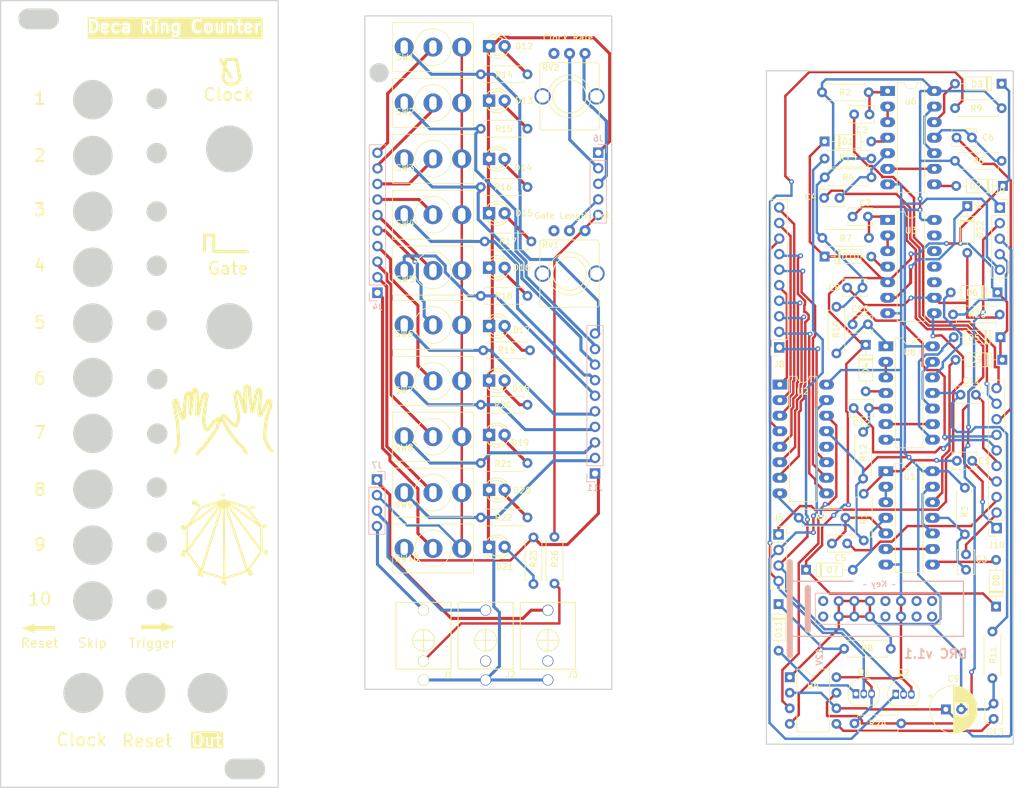
<source format=kicad_pcb>
(kicad_pcb (version 20221018) (generator pcbnew)
  (layers (0 "F.Cu" signal) (31 "B.Cu" signal) (34 "B.Paste" user) (35 "F.Paste" user) (36 "B.SilkS" user "B.Silkscreen") (37 "F.SilkS" user "F.Silkscreen") (38 "B.Mask" user) (39 "F.Mask" user) (44 "Edge.Cuts" user))
  (net 0 "")
  (net 1 "Net-(D1-K)")
  (net 2 "Net-(D1-A)")
  (net 3 "Net-(D2-A)")
  (net 4 "Net-(D3-A)")
  (net 5 "Net-(D4-A)")
  (net 6 "Net-(D5-A)")
  (net 7 "Net-(D6-A)")
  (net 8 "Net-(D7-A)")
  (net 9 "Net-(D8-A)")
  (net 10 "Net-(D9-A)")
  (net 11 "Net-(D10-A)")
  (net 12 "Net-(D11-K)")
  (net 13 "Net-(D11-A)")
  (net 14 "/Circuit panel/clock in")
  (net 15 "+5V")
  (net 16 "/Circuit panel/trigger reset")
  (net 17 "/Circuit panel/reset in")
  (net 18 "/Circuit panel/clock rate 2")
  (net 19 "Net-(U2-CLK)")
  (net 20 "Net-(U4-CV)")
  (net 21 "/Circuit panel/clock rate 1")
  (net 22 "Net-(U1A-I)")
  (net 23 "Net-(U1A-O)")
  (net 24 "Net-(U1C-I)")
  (net 25 "Net-(U1C-O)")
  (net 26 "Net-(U1E-O)")
  (net 27 "Net-(U1E-I)")
  (net 28 "/Circuit panel/step 6")
  (net 29 "/Circuit panel/step 2")
  (net 30 "/Circuit panel/step 1")
  (net 31 "/Circuit panel/step 3")
  (net 32 "/Circuit panel/step 7")
  (net 33 "/Circuit panel/step 8")
  (net 34 "/Circuit panel/step 4")
  (net 35 "/Circuit panel/step 9")
  (net 36 "/Circuit panel/step 5")
  (net 37 "/Circuit panel/step 10")
  (net 39 "Net-(U3A-I)")
  (net 40 "Net-(U3A-O)")
  (net 41 "Net-(D22-A)")
  (net 42 "/Circuit panel/gate_out")
  (net 43 "Net-(U6A-I)")
  (net 44 "Net-(U6A-O)")
  (net 45 "Net-(U6C-I)")
  (net 46 "Net-(U6C-O)")
  (net 47 "Net-(U6E-O)")
  (net 48 "Net-(U6E-I)")
  (net 49 "Net-(U8A-I)")
  (net 50 "Net-(U8A-O)")
  (net 51 "Net-(U8C-I)")
  (net 52 "Net-(U8C-O)")
  (net 53 "Net-(U8E-O)")
  (net 54 "Net-(U8E-I)")
  (net 55 "/Circuit panel/trigger step 7")
  (net 56 "/Circuit panel/trigger step 8")
  (net 57 "/Circuit panel/trigger step 3")
  (net 58 "/Circuit panel/trigger step 10")
  (net 59 "/Circuit panel/trigger step 4")
  (net 60 "/Circuit panel/trigger step 6")
  (net 61 "/Circuit panel/trigger step 5")
  (net 62 "/Front Panel/Ground")
  (net 63 "Net-(D12-A)")
  (net 64 "Net-(D13-A)")
  (net 65 "Net-(D14-A)")
  (net 66 "Net-(D15-A)")
  (net 67 "Net-(D16-A)")
  (net 68 "Net-(D17-A)")
  (net 69 "Net-(D18-A)")
  (net 70 "Net-(D19-A)")
  (net 71 "Net-(D20-A)")
  (net 72 "Net-(D21-A)")
  (net 73 "/Front Panel/Trigger_10")
  (net 74 "/Front Panel/Trigger_9")
  (net 75 "/Front Panel/Trigger_8")
  (net 76 "/Front Panel/Trigger_7")
  (net 77 "/Front Panel/Trigger_6")
  (net 78 "/Front Panel/Trigger_5")
  (net 79 "/Front Panel/Trigger_4")
  (net 80 "/Front Panel/Trigger_3")
  (net 81 "/Front Panel/Trigger_2")
  (net 82 "/Front Panel/Trigger_1")
  (net 83 "/Front Panel/clock rate 2")
  (net 84 "/Front Panel/clock rate 1")
  (net 85 "/Front Panel/Reset Trigger")
  (net 86 "/Front Panel/Step_10")
  (net 87 "/Front Panel/Step_9")
  (net 88 "/Front Panel/Step_8")
  (net 89 "/Front Panel/Step_7")
  (net 90 "/Front Panel/Step_6")
  (net 91 "/Front Panel/Step_5")
  (net 92 "/Front Panel/Step_4")
  (net 93 "/Front Panel/Step_3")
  (net 94 "/Front Panel/Step2")
  (net 95 "/Front Panel/Step_1")
  (net 96 "/Circuit panel/trigger step 9")
  (net 97 "/Circuit panel/trigger step 2")
  (net 98 "/Circuit panel/trigger step 1")
  (net 99 "GND")
  (net 112 "/Front Panel/Gate out")
  (net 113 "/Front Panel/Reset In")
  (net 114 "/Front Panel/clock in")
  (net 115 "Net-(D22-K)")
  (net 116 "Net-(J1-Pad2)")
  (net 117 "/Front Panel/gate length")
  (net 118 "/Front Panel/5v")
  (net 119 "/Circuit panel/gate length")
  (footprint "Package_TO_SOT_THT:TO-92_Inline" (layer "F.Cu") (at 170.23 142.82)
    (fp_text reference "Q2")
    (fp_text value "BC547")
  )
  (footprint "Resistor_THT:R_Axial_DIN0207_L6.3mm_D2.5mm_P7.62mm_Horizontal" (layer "F.Cu") (at 161.79 135.36)
    (fp_text reference "R8")
    (fp_text value "10k_0603")
  )
  (footprint "Resistor_THT:R_Axial_DIN0207_L6.3mm_D2.5mm_P7.62mm_Horizontal" (layer "F.Cu") (at 187.5 55.66 180)
    (fp_text reference "R6")
    (fp_text value "100k_0603")
  )
  (footprint "Capacitor_THT:C_Disc_D3.8mm_W2.6mm_P2.50mm" (layer "F.Cu") (at 162.293 76.376)
    (fp_text reference "C8")
    (fp_text value "2.2uF_0603_25V")
  )
  (footprint "eurocad:LED3mm" (layer "F.Cu") (at 105.10614 109.395143)
    (fp_text reference "D20")
    (fp_text value "LED")
  )
  (footprint "Diode_THT:D_DO-35_SOD27_P7.62mm_Horizontal" (layer "F.Cu") (at 187.31 84.46 180)
    (fp_text reference "D5")
    (fp_text value "1N4148")
  )
  (footprint "Resistor_THT:R_Axial_DIN0207_L6.3mm_D2.5mm_P7.62mm_Horizontal" (layer "F.Cu") (at 165.849 68.248 180)
    (fp_text reference "R7")
    (fp_text value "100k_0603")
  )
  (footprint "Diode_THT:D_DO-35_SOD27_P7.62mm_Horizontal" (layer "F.Cu") (at 181.9 63.06 -90)
    (fp_text reference "D22")
    (fp_text value "1N4148")
  )
  (footprint "Capacitor_THT:C_Disc_D3.8mm_W2.6mm_P2.50mm" (layer "F.Cu") (at 165.85 96.06 180)
    (fp_text reference "C12")
    (fp_text value "0.1uF_0603_16V")
  )
  (footprint "Resistor_THT:R_Axial_DIN0207_L6.3mm_D2.5mm_P7.62mm_Horizontal" (layer "F.Cu") (at 110.1 113.914143 180)
    (fp_text reference "R22")
    (fp_text value "1k_0603")
  )
  (footprint "eurocad:PJ301M-12" (layer "F.Cu") (at 93.13114 133.977143)
    (fp_text reference "J1")
    (fp_text value "PJ301M-12")
  )
  (footprint "Diode_THT:D_DO-35_SOD27_P7.62mm_Horizontal" (layer "F.Cu") (at 151.1 128.05 -90)
    (fp_text reference "D11")
    (fp_text value "1N4148" hide)
  )
  (footprint "eurocad:LED3mm" (layer "F.Cu") (at 105.10614 64.211395)
    (fp_text reference "D15")
    (fp_text value "LED")
  )
  (footprint "Resistor_THT:R_Axial_DIN0207_L6.3mm_D2.5mm_P7.62mm_Horizontal" (layer "F.Cu") (at 110.51014 86.609143 180)
    (fp_text reference "R19")
    (fp_text value "1k_0603")
  )
  (footprint "Resistor_THT:R_Axial_DIN0207_L6.3mm_D2.5mm_P7.62mm_Horizontal" (layer "F.Cu") (at 110.1 95.499143 180)
    (fp_text reference "R20")
    (fp_text value "1k_0603")
  )
  (footprint "Diode_THT:D_DO-35_SOD27_P7.62mm_Horizontal" (layer "F.Cu") (at 155.59 122.46)
    (fp_text reference "D7")
    (fp_text value "1N4148")
  )
  (footprint "PCM_4ms_Switch:Switch_Toggle_SPDT_Mini_SolderLug" (layer "F.Cu") (at 94.68 64.457143 90)
    (fp_text reference "SW4")
    (fp_text value "SW_SPDT" hide)
  )
  (footprint "PCM_4ms_Switch:Switch_Toggle_SPDT_Mini_SolderLug" (layer "F.Cu") (at 94.68 37.079143 90)
    (fp_text reference "SW1")
    (fp_text value "SW_SPDT" hide)
  )
  (footprint "eurocad:LED3mm" (layer "F.Cu") (at 105.10614 36.927143)
    (fp_text reference "D12")
    (fp_text value "LED")
  )
  (footprint "Diode_THT:D_DO-35_SOD27_P7.62mm_Horizontal" (layer "F.Cu") (at 158.61 71.296)
    (fp_text reference "D10")
    (fp_text value "1N4148")
  )
  (footprint "eurocad:LED3mm" (layer "F.Cu") (at 105.10614 100.427143)
    (fp_text reference "D19")
    (fp_text value "LED")
  )
  (footprint "eurocad:PJ301M-12" (layer "F.Cu") (at 103.28114 133.977143)
    (fp_text reference "J2")
    (fp_text value "PJ301M-12")
  )
  (footprint "Resistor_THT:R_Axial_DIN0207_L6.3mm_D2.5mm_P7.62mm_Horizontal" (layer "F.Cu") (at 165.81 44.46 180)
    (fp_text reference "R2")
    (fp_text value "100k_0603")
  )
  (footprint "Connector_PinSocket_2.54mm:PinSocket_1x04_P2.54mm_Vertical" (layer "F.Cu") (at 151.09 116.687531)
    (fp_text reference "J5")
    (fp_text value "Conn_01x04_MountingPin" hide)
  )
  (footprint "PCM_4ms_Switch:Switch_Toggle_SPDT_Mini_SolderLug" (layer "F.Cu") (at 94.68 100.719643 90)
    (fp_text reference "SW8")
    (fp_text value "SW_SPDT" hide)
  )
  (footprint "Package_DIP:DIP-14_W7.62mm_LongPads" (layer "F.Cu") (at 168.9 65.32)
    (fp_text reference "U3")
    (fp_text value "CD40106BPWR")
  )
  (footprint "Connector_PinSocket_2.54mm:PinSocket_1x10_P2.54mm_Vertical" (layer "F.Cu") (at 186.68 115.651643 180)
    (fp_text reference "J10")
    (fp_text value "Conn_01x10_MountingPin" hide)
  )
  (footprint "Capacitor_THT:C_Disc_D3.8mm_W2.6mm_P2.50mm" (layer "F.Cu") (at 181.7 122.46 90)
    (fp_text reference "C3")
    (fp_text value "0.1uF_0603_16V")
  )
  (footprint "eurocad:LED3mm" (layer "F.Cu") (at 105.10614 91.537143)
    (fp_text reference "D18")
    (fp_text value "LED")
  )
  (footprint "Capacitor_THT:C_Disc_D3.8mm_W2.6mm_P2.50mm" (layer "F.Cu") (at 165.934 48.072 180)
    (fp_text reference "C2")
    (fp_text value "0.1uF_0603_16V")
  )
  (footprint "Resistor_THT:R_Axial_DIN0207_L6.3mm_D2.5mm_P7.62mm_Horizontal" (layer "F.Cu") (at 111.08 124.789143 90)
    (fp_text reference "R23")
    (fp_text value "1k_0603")
  )
  (footprint "Connector_PinSocket_2.54mm:PinSocket_1x10_P2.54mm_Vertical" (layer "F.Cu") (at 151.2 86.131643 180)
    (fp_text reference "J8")
    (fp_text value "Conn_01x10_MountingPin" hide)
  )
  (footprint "Diode_THT:D_DO-35_SOD27_P7.62mm_Horizontal" (layer "F.Cu") (at 187.71 59.76 180)
    (fp_text reference "D2")
    (fp_text value "1N4148" hide)
  )
  (footprint "Diode_THT:D_DO-35_SOD27_P7.62mm_Horizontal" (layer "F.Cu") (at 158.61 52.5)
    (fp_text reference "D1")
    (fp_text value "1N4148")
  )
  (footprint "PCM_4ms_Switch:Switch_Toggle_SPDT_Mini_SolderLug" (layer "F.Cu") (at 94.68 82.467643 90)
    (fp_text reference "SW6")
    (fp_text value "SW_SPDT" hide)
  )
  (footprint "Capacitor_THT:C_Disc_D3.8mm_W2.6mm_P2.50mm" (layer "F.Cu") (at 161.034 61.722 180)
    (fp_text reference "C4")
    (fp_text value "0.1uF_0603_16V")
  )
  (footprint "PCM_4ms_Switch:Switch_Toggle_SPDT_Mini_SolderLug" (layer "F.Cu") (at 94.68 55.331143 90)
    (fp_text reference "SW3")
    (fp_text value "SW_SPDT" hide)
  )
  (footprint "Resistor_THT:R_Axial_DIN0207_L6.3mm_D2.5mm_P7.62mm_Horizontal" (layer "F.Cu") (at 110.1 50.414143 180)
    (fp_text reference "R15")
    (fp_text value "1k_0603")
  )
  (footprint "Resistor_THT:R_Axial_DIN0207_L6.3mm_D2.5mm_P7.62mm_Horizontal" (layer "F.Cu") (at 110.1 59.939143 180)
    (fp_text reference "R16")
    (fp_text value "1k_0603")
  )
  (footprint "eurocad:LED3mm" (layer "F.Cu") (at 105.10614 82.647143)
    (fp_text reference "D17")
    (fp_text value "LED")
  )
  (footprint "PCM_4ms_Switch:Switch_Toggle_SPDT_Mini_SolderLug" (layer "F.Cu") (at 94.68 91.593643 90)
    (fp_text reference "SW7")
    (fp_text value "SW_SPDT" hide)
  )
  (footprint "Package_DIP:DIP-8_W7.62mm" (layer "F.Cu") (at 152.92 140.007531)
    (fp_text reference "U4")
    (fp_text value "NE555P")
  )
  (footprint "eurocad:PJ301M-12" (layer "F.Cu") (at 113.43114 133.977143)
    (fp_text reference "J3")
    (fp_text value "PJ301M-12")
  )
  (footprint "PCM_4ms_Switch:Switch_Toggle_SPDT_Mini_SolderLug" (layer "F.Cu") (at 94.68 109.845643 90)
    (fp_text reference "SW9")
    (fp_text value "SW_SPDT" hide)
  )
  (footprint "PCM_4ms_Potentiometer:Pot_9mm_Knurl_NoDet" (layer "F.Cu") (at 116.970503 45.130986)
    (fp_text reference "RV2")
    (fp_text value "Clock Rate")
  )
  (footprint "Capacitor_THT:C_Disc_D3.8mm_W2.6mm_P2.50mm" (layer "F.Cu") (at 165.684 82.372 180)
    (fp_text reference "C10")
    (fp_text value "0.1uF_0603_16V")
  )
  (footprint "Package_DIP:DIP-16_W7.62mm_LongPads" (layer "F.Cu") (at 151.3 92.2)
    (fp_text reference "U2")
    (fp_text value "4017")
  )
  (footprint "Package_TO_SOT_THT:TO-92_Inline" (layer "F.Cu") (at 163.73 142.72)
    (fp_text reference "Q1")
    (fp_text value "BC547")
  )
  (footprint "Capacitor_THT:C_Disc_D3.8mm_W2.6mm_P2.50mm" (layer "F.Cu") (at 182.65 51.86 180)
    (fp_text reference "C6")
    (fp_text value "0.1uF_0603_16V")
  )
  (footprint "Resistor_THT:R_Axial_DIN0207_L6.3mm_D2.5mm_P7.62mm_Horizontal" (layer "F.Cu") (at 163.49 147.56)
    (fp_text reference "R24")
    (fp_text value "10k_0603")
  )
  (footprint "Resistor_THT:R_Axial_DIN0207_L6.3mm_D2.5mm_P7.62mm_Horizontal" (layer "F.Cu") (at 181.5 116.68 90)
    (fp_text reference "R3")
    (fp_text value "100k_0603")
  )
  (footprint "PCM_4ms_Switch:Switch_Toggle_SPDT_Mini_SolderLug" (layer "F.Cu") (at 94.68 46.205143 90)
    (fp_text reference "SW2")
    (fp_text value "SW_SPDT" hide)
  )
  (footprint "Resistor_THT:R_Axial_DIN0207_L6.3mm_D2.5mm_P7.62mm_Horizontal" (layer "F.Cu") (at 165 110.05 -90)
    (fp_text reference "R1")
    (fp_text value "100k_0603")
  )
  (footprint "Resistor_THT:R_Axial_DIN0207_L6.3mm_D2.5mm_P7.62mm_Horizontal" (layer "F.Cu") (at 110.1 41.524143 180)
    (fp_text reference "R14")
    (fp_text value "1k_0603")
  )
  (footprint "Resistor_THT:R_Axial_DIN0207_L6.3mm_D2.5mm_P7.62mm_Horizontal" (layer "F.Cu") (at 158.61 55.294)
    (fp_text reference "R13")
    (fp_text value "100k_0603")
  )
  (footprint "Diode_THT:D_DO-35_SOD27_P7.62mm_Horizontal" (layer "F.Cu") (at 186.82 77.16 180)
    (fp_text reference "D6")
    (fp_text value "1N4148")
  )
  (footprint "Resistor_THT:R_Axial_DIN0207_L6.3mm_D2.5mm_P7.62mm_Horizontal" (layer "F.Cu") (at 110.1 77.719143 180)
    (fp_text reference "R18")
    (fp_text value "1k_0603")
  )
  (footprint "Resistor_THT:R_Axial_DIN0207_L6.3mm_D2.5mm_P7.62mm_Horizontal" (layer "F.Cu") (at 160.534 87.122 90)
    (fp_text reference "R10")
    (fp_text value "100k_0603")
  )
  (footprint "Diode_THT:D_DO-35_SOD27_P7.62mm_Horizontal" (layer "F.Cu") (at 187.51 43.06 180)
    (fp_text reference "D3")
    (fp_text value "1N4148")
  )
  (footprint "Resistor_THT:R_Axial_DIN0207_L6.3mm_D2.5mm_P7.62mm_Horizontal" (layer "F.Cu") (at 162.01 113.96 180)
    (fp_text reference "R5")
    (fp_text value "100k_0603")
  )
  (footprint "Resistor_THT:R_Axial_DIN0207_L6.3mm_D2.5mm_P7.62mm_Horizontal" (layer "F.Cu") (at 166.254 58.342 180)
    (fp_text reference "R4")
    (fp_text value "100k_0603")
  )
  (footprint "eurocad:LED3mm" (layer "F.Cu") (at 105.10614 45.817143)
    (fp_text reference "D13")
    (fp_text value "LED")
  )
  (footprint "Capacitor_THT:C_Disc_D3.8mm_W2.6mm_P2.50mm" (layer "F.Cu") (at 165.684 64.772 180)
    (fp_text reference "C7")
    (fp_text value "0.1uF_0603_16V")
  )
  (footprint "Capacitor_THT:C_Disc_D3.8mm_W2.6mm_P2.50mm" (layer "F.Cu") (at 186.2 146.81 90)
    (fp_text reference "C13")
    (fp_text value "10nF_0603_25V")
  )
  (footprint "Resistor_THT:R_Axial_DIN0207_L6.3mm_D2.5mm_P7.62mm_Horizontal" (layer "F.Cu") (at 187.2 80.76 180)
    (fp_text reference "R25")
    (fp_text value "10k_0603")
  )
  (footprint "eurocad:LED3mm" (layer "F.Cu") (at 105.10614 55.342143)
    (fp_text reference "D14")
    (fp_text value "LED")
  )
  (footprint "PCM_4ms_Potentiometer:Pot_9mm_Knurl_NoDet" (layer "F.Cu") (at 116.970503 74.086986)
    (fp_text reference "RV1")
    (fp_text value "Gate Length Pot")
  )
  (footprint "Resistor_THT:R_Axial_DIN0207_L6.3mm_D2.5mm_P7.62mm_Horizontal" (layer "F.Cu") (at 114.51 124.705255 90)
    (fp_text reference "R26")
    (fp_text value "10k_0603")
  )
  (footprint "Resistor_THT:R_Axial_DIN0207_L6.3mm_D2.5mm_P7.62mm_Horizontal" (layer "F.Cu") (at 110.735 68.829143 180)
    (fp_text reference "R17")
    (fp_text value "1k_0603")
  )
  (footprint "PCM_4ms_Switch:Switch_Toggle_SPDT_Mini_SolderLug" (layer "F.Cu") (at 94.68 73.583143 90)
    (fp_text reference "SW5")
    (fp_text value "SW_SPDT" hide)
  )
  (footprint "PCM_4ms_Switch:Switch_Toggle_SPDT_Mini_SolderLug" (layer "F.Cu") (at 94.68 118.971643 90)
    (fp_text reference "SW10")
    (fp_text value "SW_SPDT" hide)
  )
  (footprint "eurocad:LED3mm" (layer "F.Cu") (at 105.10614 73.122143)
    (fp_text reference "D16")
    (fp_text value "LED")
  )
  (footprint "Connector_PinSocket_2.54mm:PinSocket_1x05_P2.54mm_Vertical" (layer "F.Cu") (at 187.21 63.299531)
    (fp_text reference "J9")
    (fp_text value "Conn_01x05_MountingPin" hide)
  )
  (footprint "Diode_THT:D_DO-35_SOD27_P7.62mm_Horizontal" (layer "F.Cu") (at 186.6 128.46 90)
    (fp_text reference "D8")
    (fp_text value "1N4148" hide)
  )
  (footprint "Capacitor_THT:C_Disc_D3.8mm_W2.6mm_P2.50mm" (layer "F.Cu") (at 159.8 118.16)
    (fp_text reference "C5")
    (fp_text value "0.1uF_0603_16V")
  )
  (footprint "Resistor_THT:R_Axial_DIN0207_L6.3mm_D2.5mm_P7.62mm_Horizontal" (layer "F.Cu") (at 164.9 99.95 -90)
    (fp_text reference "R12")
    (fp_text value "100k_0603")
  )
  (footprint "Capacitor_THT:C_Disc_D3.8mm_W2.6mm_P2.50mm" (layer "F.Cu") (at 180.8 93.86)
    (fp_text reference "C11")
    (fp_text value "0.1uF_0603_16V")
  )
  (footprint "Resistor_THT:R_Axial_DIN0207_L6.3mm_D2.5mm_P7.62mm_Horizontal" (layer "F.Cu") (at 186 132.55 -90)
    (fp_text reference "R11")
    (fp_text value "100k_0603")
  )
  (footprint "Resistor_THT:R_Axial_DIN0207_L6.3mm_D2.5mm_P7.62mm_Horizontal" (layer "F.Cu") (at 110.1 105.024143 180)
    (fp_text reference "R21")
    (fp_text value "1k_0603")
  )
  (footprint "Diode_THT:D_DO-35_SOD27_P7.62mm_Horizontal" (layer "F.Cu") (at 165.32 85.69 -90)
    (fp_text reference "D4")
    (fp_text value "1N4148")
  )
  (footprint "Package_DIP:DIP-14_W7.62mm_LongPads" (layer "F.Cu") (at 168.6 106.36)
    (fp_text reference "U1")
    (fp_text value "CD40106BPWR")
  )
  (footprint "Package_DIP:DIP-14_W7.62mm_LongPads" (layer "F.Cu") (at 168.6 85.96)
    (fp_text reference "U8")
    (fp_text value "CD40106BPWR")
  )
  (footprint "Capacitor_THT:C_Disc_D3.8mm_W2.6mm_P2.50mm" (layer "F.Cu") (at 180.2 104.66)
    (fp_text reference "C1")
    (fp_text value "0.1uF_0603_16V")
  )
  (footprint "Resistor_THT:R_Axial_DIN0207_L6.3mm_D2.5mm_P7.62mm_Horizontal" (layer "F.Cu") (at 179.9 47.06)
    (fp_text reference "R9")
    (fp_text value "100k_0603")
  )
  (footprint "eurocad:LED3mm" (layer "F.Cu") (at 105.10614 118.715143)
    (fp_text reference "D21")
    (fp_text value "LED")
  )
  (footprint "Package_DIP:DIP-14_W7.62mm_LongPads" (layer "F.Cu") (at 168.9 44.26)
    (fp_text reference "U6")
    (fp_text value "CD40106BPWR")
  )
  (footprint "Diode_THT:D_DO-35_SOD27_P7.62mm_Horizontal" (layer "F.Cu") (at 187.61 88.16 180)
    (fp_text reference "D9")
    (fp_text value "1N4148")
  )
  (footprint "Capacitor_THT:CP_Radial_D7.5mm_P2.50mm" (layer "F.Cu") (at 178.4 145.26)
    (fp_text reference "C9")
    (fp_text value "47uF_5x5.3_16V")
  )
  (footprint "Connector_PinHeader_2.54mm:PinHeader_1x04_P2.54mm_Vertical" (layer "B.Cu") (at 85.54 107.721143 180)
    (fp_text reference "J7")
    (fp_text value "Conn_01x04_MountingPin" hide)
  )
  (footprint "Connector_PinHeader_2.54mm:PinHeader_1x10_P2.54mm_Vertical" (layer "B.Cu") (at 85.61814 77.211143)
    (fp_text reference "J4")
    (fp_text value "Conn_01x10_MountingPin" hide)
  )
  (footprint "Connector_PinHeader_2.54mm:PinHeader_1x10_P2.54mm_Vertical" (layer "B.Cu") (at 121.13 106.731143)
    (fp_text reference "J11")
    (fp_text value "Conn_01x10_MountingPin" hide)
  )
  (footprint "Connector_PinHeader_2.54mm:PinHeader_1x05_P2.54mm_Vertical" (layer "B.Cu") (at 121.66 54.333143 180)
    (fp_text reference "J6")
    (fp_text value "Conn_01x05_MountingPin" hide)
  )
  (footprint "PCM_4ms_Connector:Pins_2x08_2.54mm_TH_EuroPower_Shrouded" (layer "B.Cu") (at 167.27 128.83 90)
    (fp_text reference "H2" hide)
    (fp_text value "PIN_HEADER_2x8" hide)
  )
  (gr_line (start 54.035 115.651525) (end 54.035289 115.657344) (stroke (width 0.359999)) (layer "F.SilkS"))
  (gr_line (start 66.483222 93.204013) (end 66.496085 93.221621) (stroke (width 0.539999)) (layer "F.SilkS"))
  (gr_line (start 67.481202 119.652294) (end 67.485252 119.659454) (stroke (width 0.359999)) (layer "F.SilkS"))
  (gr_line (start 54.096857 97.698209) (end 54.096696 95.898639) (stroke (width 0.539999)) (layer "F.SilkS"))
  (gr_line (start 65.192609 112.162322) (end 65.202442 112.171717) (stroke (width 0.359999)) (layer "F.SilkS"))
  (gr_line (start 54.454628 93.816687) (end 54.48737 93.764327) (stroke (width 0.539999)) (layer "F.SilkS"))
  (gr_line (start 55.654421 111.319955) (end 55.677086 111.313456) (stroke (width 0.359999)) (layer "F.SilkS"))
  (gr_line (start 54.01351 119.40603) (end 54.024998 119.403475) (stroke (width 0.359999)) (layer "F.SilkS"))
  (gr_line (start 55.688596 111.707742) (end 55.678375 111.706763) (stroke (width 0.359999)) (layer "F.SilkS"))
  (gr_line (start 55.604012 93.19039) (end 55.619613 93.158725) (stroke (width 0.539999)) (layer "F.SilkS"))
  (gr_line (start 67.333126 115.292543) (end 67.334044 115.309704) (stroke (width 0.359999)) (layer "F.SilkS"))
  (gr_line (start 66.601792 97.191107) (end 66.869904 96.60171) (stroke (width 0.539999)) (layer "F.SilkS"))
  (gr_line (start 67.846897 94.818499) (end 67.863686 94.81522) (stroke (width 0.539999)) (layer "F.SilkS"))
  (gr_line (start 54.971234 93.632423) (end 54.983471 93.646996) (stroke (width 0.539999)) (layer "F.SilkS"))
  (gr_line (start 67.643578 94.961557) (end 67.660885 94.941485) (stroke (width 0.539999)) (layer "F.SilkS"))
  (gr_line (start 55.516344 111.476631) (end 55.517572 111.463272) (stroke (width 0.359999)) (layer "F.SilkS"))
  (gr_line (start 62.580987 93.41075) (end 62.597051 93.401632) (stroke (width 0.539999)) (layer "F.SilkS"))
  (gr_line (start 60.299247 97.324994) (end 60.323453 97.308938) (stroke (width 0.539999)) (layer "F.SilkS"))
  (gr_line (start 60.517228 124.318789) (end 60.537276 124.314514) (stroke (width 0.359999)) (layer "F.SilkS"))
  (gr_line (start 57.603935 95.067679) (end 57.442898 96.330521) (stroke (width 0.539999)) (layer "F.SilkS"))
  (gr_line (start 67.609039 95.007587) (end 67.629062 94.979808) (stroke (width 0.539999)) (layer "F.SilkS"))
  (gr_line (start 55.706652 93.034725) (end 55.720331 93.021759) (stroke (width 0.539999)) (layer "F.SilkS"))
  (gr_line (start 65.229952 112.195112) (end 65.247477 112.208219) (stroke (width 0.359999)) (layer "F.SilkS"))
  (gr_line (start 67.437299 119.366004) (end 67.452925 119.376144) (stroke (width 0.359999)) (layer "F.SilkS"))
  (gr_line (start 55.629938 111.695784) (end 55.62357 111.69336) (stroke (width 0.359999)) (layer "F.SilkS"))
  (gr_line (start 55.540394 111.398978) (end 55.548862 111.387057) (stroke (width 0.359999)) (layer "F.SilkS"))
  (gr_line (start 53.931786 115.57493) (end 53.944349 115.577698) (stroke (width 0.359999)) (layer "F.SilkS"))
  (gr_line (start 54.046482 119.401227) (end 54.056238 119.401763) (stroke (width 0.359999)) (layer "F.SilkS"))
  (gr_line (start 53.966129 115.584174) (end 53.982741 115.590655) (stroke (width 0.359999)) (layer "F.SilkS"))
  (gr_line (start 67.502704 119.7238) (end 67.502315 119.732551) (stroke (width 0.359999)) (layer "F.SilkS"))
  (gr_line (start 55.792345 111.645428) (end 55.715372 111.708268) (stroke (width 0.359999)) (layer "F.SilkS"))
  (gr_line (start 56.161325 111.833569) (end 56.170191 111.835297) (stroke (width 0.359999)) (layer "F.SilkS"))
  (gr_line (start 65.185492 112.155058) (end 65.192609 112.162322) (stroke (width 0.359999)) (layer "F.SilkS"))
  (gr_line (start 53.788925 115.601562) (end 53.794224 115.596948) (stroke (width 0.359999)) (layer "F.SilkS"))
  (gr_line (start 59.863045 97.845272) (end 59.880199 97.852809) (stroke (width 0.539999)) (layer "F.SilkS"))
  (gr_line (start 64.977091 122.931538) (end 64.988182 122.936688) (stroke (width 0.359999)) (layer "F.SilkS"))
  (gr_line (start 68.170488 95.007327) (end 68.176875 95.024554) (stroke (width 0.539999)) (layer "F.SilkS"))
  (gr_line (start 60.651628 124.345388) (end 60.654464 124.354179) (stroke (width 0.359999)) (layer "F.SilkS"))
  (gr_line (start 53.774276 115.70959) (end 53.772065 115.702543) (stroke (width 0.359999)) (layer "F.SilkS"))
  (gr_line (start 60.394867 97.276205) (end 60.41814 97.269968) (stroke (width 0.539999)) (layer "F.SilkS"))
  (gr_line (start 54.001368 119.735726) (end 53.986653 119.76796) (stroke (width 0.359999)) (layer "F.SilkS"))
  (gr_line (start 67.184904 115.206671) (end 67.199552 115.200425) (stroke (width 0.359999)) (layer "F.SilkS"))
  (gr_line (start 53.769513 115.633704) (end 53.771445 115.62798) (stroke (width 0.359999)) (layer "F.SilkS"))
  (gr_line (start 53.211272 101.943344) (end 52.973084 98.250885) (stroke (width 0.539999)) (layer "F.SilkS"))
  (gr_line (start 56.054599 111.469407) (end 56.059585 111.484781) (stroke (width 0.359999)) (layer "F.SilkS"))
  (gr_line (start 66.16907 93.080675) (end 66.188729 93.073711) (stroke (width 0.539999)) (layer "F.SilkS"))
  (gr_line (start 52.965896 95.200496) (end 52.997873 95.310579) (stroke (width 0.539999)) (layer "F.SilkS"))
  (gr_line (start 55.782193 111.298678) (end 55.806608 111.298612) (stroke (width 0.359999)) (layer "F.SilkS"))
  (gr_line (start 66.241963 93.061185) (end 66.249451 93.060413) (stroke (width 0.539999)) (layer "F.SilkS"))
  (gr_line (start 62.527796 94.786402) (end 62.372619 93.793384) (stroke (width 0.539999)) (layer "F.SilkS"))
  (gr_line (start 67.502413 119.715179) (end 67.502704 119.7238) (stroke (width 0.359999)) (layer "F.SilkS"))
  (gr_line (start 65.30168 112.241507) (end 65.314226 112.247807) (stroke (width 0.359999)) (layer "F.SilkS"))
  (gr_line (start 52.447453 94.965755) (end 52.456419 94.943334) (stroke (width 0.539999)) (layer "F.SilkS"))
  (gr_line (start 66.296027 93.067719) (end 66.314361 93.073442) (stroke (width 0.539999)) (layer "F.SilkS"))
  (gr_line (start 56.062731 111.496734) (end 56.064844 111.507237) (stroke (width 0.359999)) (layer "F.SilkS"))
  (gr_line (start 64.174192 92.531934) (end 64.188743 92.519368) (stroke (width 0.539999)) (layer "F.SilkS"))
  (gr_line (start 55.715061 111.489076) (end 55.792345 111.645428) (stroke (width 0.359999)) (layer "F.SilkS"))
  (gr_line (start 68.131016 95.809284) (end 67.860619 96.672626) (stroke (width 0.539999)) (layer "F.SilkS"))
  (gr_line (start 60.413371 124.386666) (end 60.417223 124.378548) (stroke (width 0.359999)) (layer "F.SilkS"))
  (gr_line (start 52.997873 95.310579) (end 53.042761 95.479623) (stroke (width 0.539999)) (layer "F.SilkS"))
  (gr_line (start 67.453103 119.614683) (end 67.462881 119.626123) (stroke (width 0.359999)) (layer "F.SilkS"))
  (gr_line (start 67.501488 119.7067) (end 67.502413 119.715179) (stroke (width 0.359999)) (layer "F.SilkS"))
  (gr_line (start 55.681169 93.06316) (end 55.693598 93.048571) (stroke (width 0.539999)) (layer "F.SilkS"))
  (gr_line (start 67.132511 115.251523) (end 67.140432 115.241001) (stroke (width 0.359999)) (layer "F.SilkS"))
  (gr_line (start 57.37665 93.69315) (end 57.391875 93.684882) (stroke (width 0.539999)) (layer "F.SilkS"))
  (gr_line (start 65.355104 112.264988) (end 65.369779 112.269955) (stroke (width 0.359999)) (layer "F.SilkS"))
  (gr_line (start 54.085877 119.417659) (end 54.090339 119.425644) (stroke (width 0.359999)) (layer "F.SilkS"))
  (gr_line (start 67.506661 119.422141) (end 67.517087 119.432985) (stroke (width 0.359999)) (layer "F.SilkS"))
  (gr_line (start 67.379345 119.343788) (end 67.387771 119.345295) (stroke (width 0.359999)) (layer "F.SilkS"))
  (gr_line (start 53.877369 119.470341) (end 53.909423 119.451292) (stroke (width 0.359999)) (layer "F.SilkS"))
  (gr_line (start 67.237779 119.475353) (end 67.24309 119.461878) (stroke (width 0.359999)) (layer "F.SilkS"))
  (gr_line (start 65.247477 112.208219) (end 65.257149 112.214928) (stroke (width 0.359999)) (layer "F.SilkS"))
  (gr_line (start 67.495379 119.682229) (end 67.497924 119.690213) (stroke (width 0.359999)) (layer "F.SilkS"))
  (gr_line (start 65.214915 112.182796) (end 65.229952 112.195112) (stroke (width 0.359999)) (layer "F.SilkS"))
  (gr_line (start 66.431338 93.146363) (end 66.444284 93.158962) (stroke (width 0.539999)) (layer "F.SilkS"))
  (gr_line (start 67.454369 119.779768) (end 67.44421 119.779302) (stroke (width 0.359999)) (layer "F.SilkS"))
  (gr_line (start 57.347246 93.711222) (end 57.36176 93.701962) (stroke (width 0.539999)) (layer "F.SilkS"))
  (gr_line (start 57.520709 93.649997) (end 57.537065 93.651002) (stroke (width 0.539999)) (layer "F.SilkS"))
  (gr_line (start 54.000347 115.599277) (end 54.003957 115.601408) (stroke (width 0.359999)) (layer "F.SilkS"))
  (gr_line (start 60.626658 124.318565) (end 60.635145 124.323817) (stroke (width 0.359999)) (layer "F.SilkS"))
  (gr_line (start 66.257623 93.060746) (end 66.267298 93.061789) (stroke (width 0.539999)) (layer "F.SilkS"))
  (gr_line (start 59.577999 98.655521) (end 59.462158 99.287281) (stroke (width 0.539999)) (layer "F.SilkS"))
  (gr_line (start 65.278265 112.228381) (end 65.28969 112.235013) (stroke (width 0.359999)) (layer "F.SilkS"))
  (gr_line (start 55.64266 111.699837) (end 55.636312 111.697938) (stroke (width 0.359999)) (layer "F.SilkS"))
  (gr_line (start 55.019173 94.920911) (end 55.1 97) (stroke (width 0.539999)) (layer "F.SilkS"))
  (gr_line (start 57.75947 93.804773) (end 57.766668 93.82076) (stroke (width 0.539999)) (layer "F.SilkS"))
  (gr_line (start 55.581897 111.667525) (end 55.576749 111.66238) (stroke (width 0.359999)) (layer "F.SilkS"))
  (gr_line (start 65.433467 112.284536) (end 65.45059 112.28658) (stroke (width 0.359999)) (layer "F.SilkS"))
  (gr_line (start 67.499976 119.698374) (end 67.501488 119.7067) (stroke (width 0.359999)) (layer "F.SilkS"))
  (gr_line (start 62.565543 93.421538) (end 62.580987 93.41075) (stroke (width 0.539999)) (layer "F.SilkS"))
  (gr_line (start 55.765141 92.989484) (end 55.781341 92.981386) (stroke (width 0.539999)) (layer "F.SilkS"))
  (gr_line (start 56.025238 111.410592) (end 56.037762 111.431528) (stroke (width 0.359999)) (layer "F.SilkS"))
  (gr_line (start 54.021998 115.708244) (end 54.017404 115.717053) (stroke (width 0.359999)) (layer "F.SilkS"))
  (gr_line (start 63.663956 102.434396) (end 62.952541 101.839862) (stroke (width 0.539999)) (layer "F.SilkS"))
  (gr_line (start 54.073175 119.406731) (end 54.080116 119.411393) (stroke (width 0.359999)) (layer "F.SilkS"))
  (gr_line (start 53.848162 115.574799) (end 53.856514 115.573287) (stroke (width 0.359999)) (layer "F.SilkS"))
  (gr_line (start 52.973084 98.250885) (end 52.697093 96.917338) (stroke (width 0.539999)) (layer "F.SilkS"))
  (gr_line (start 56.096304 93.106882) (end 56.108692 93.128204) (stroke (width 0.539999)) (layer "F.SilkS"))
  (gr_line (start 67.140432 115.241001) (end 67.149565 115.231176) (stroke (width 0.359999)) (layer "F.SilkS"))
  (gr_line (start 59.142484 98.069706) (end 59.21075 98.024186) (stroke (width 0.539999)) (layer "F.SilkS"))
  (gr_line (start 60.00951 98.000092) (end 60.019307 98.027149) (stroke (width 0.539999)) (layer "F.SilkS"))
  (gr_line (start 64.887574 122.929626) (end 64.904584 122.927249) (stroke (width 0.359999)) (layer "F.SilkS"))
  (gr_line (start 67.372592 119.759902) (end 67.346853 119.749037) (stroke (width 0.359999)) (layer "F.SilkS"))
  (gr_line (start 60.445626 124.348226) (end 60.456433 124.341425) (stroke (width 0.359999)) (layer "F.SilkS"))
  (gr_line (start 54.033212 115.676922) (end 54.031398 115.68418) (stroke (width 0.359999)) (layer "F.SilkS"))
  (gr_line (start 67.330953 115.274632) (end 67.333126 115.292543) (stroke (width 0.359999)) (layer "F.SilkS"))
  (gr_line (start 54.017404 115.717053) (end 54.01201 115.726267) (stroke (width 0.359999)) (layer "F.SilkS"))
  (gr_line (start 55.756309 111.30024) (end 55.782193 111.298678) (stroke (width 0.359999)) (layer "F.SilkS"))
  (gr_line (start 57.70954 93.730387) (end 57.721548 93.744153) (stroke (width 0.539999)) (layer "F.SilkS"))
  (gr_line (start 68.099796 94.892342) (end 68.109046 94.902621) (stroke (width 0.539999)) (layer "F.SilkS"))
  (gr_line (start 52.547286 94.83129) (end 52.838236 94.83129) (stroke (width 0.539999)) (layer "F.SilkS"))
  (gr_line (start 67.274591 119.402164) (end 67.279711 119.394954) (stroke (width 0.359999)) (layer "F.SilkS"))
  (gr_line (start 55.061663 93.804583) (end 55.069252 93.831547) (stroke (width 0.539999)) (layer "F.SilkS"))
  (gr_line (start 52.838236 94.83129) (end 52.885544 94.955578) (stroke (width 0.539999)) (layer "F.SilkS"))
  (gr_line (start 64.848096 123.304968) (end 64.664733 123.07187) (stroke (width 0.359999)) (layer "F.SilkS"))
  (gr_line (start 66.444284 93.158962) (end 66.457276 93.172735) (stroke (width 0.539999)) (layer "F.SilkS"))
  (gr_line (start 60.371301 97.284684) (end 60.394867 97.276205) (stroke (width 0.539999)) (layer "F.SilkS"))
  (gr_line (start 59.746645 98.462761) (end 59.681063 98.542078) (stroke (width 0.539999)) (layer "F.SilkS"))
  (gr_line (start 67.47234 119.777605) (end 67.463776 119.779229) (stroke (width 0.359999)) (layer "F.SilkS"))
  (gr_line (start 60.604591 124.311578) (end 60.616506 124.314452) (stroke (width 0.359999)) (layer "F.SilkS"))
  (gr_line (start 55.697542 111.708264) (end 55.688596 111.707742) (stroke (width 0.359999)) (layer "F.SilkS"))
  (gr_line (start 53.918252 115.572726) (end 53.931786 115.57493) (stroke (width 0.359999)) (layer "F.SilkS"))
  (gr_line (start 54.586489 93.647128) (end 54.60936 93.627541) (stroke (width 0.539999)) (layer "F.SilkS"))
  (gr_line (start 66.291327 96.893937) (end 66.363718 97.207184) (stroke (width 0.539999)) (layer "F.SilkS"))
  (gr_line (start 53.771445 115.62798) (end 53.773853 115.622359) (stroke (width 0.359999)) (layer "F.SilkS"))
  (gr_line (start 57.177453 93.893754) (end 57.189164 93.862037) (stroke (width 0.539999)) (layer "F.SilkS"))
  (gr_line (start 55.967218 111.349205) (end 55.979263 111.358716) (stroke (width 0.359999)) (layer "F.SilkS"))
  (gr_line (start 54.564648 93.66825) (end 54.586489 93.647128) (stroke (width 0.539999)) (layer "F.SilkS"))
  (gr_line (start 67.225904 119.511986) (end 67.227775 119.505244) (stroke (width 0.359999)) (layer "F.SilkS"))
  (gr_line (start 67.256 99.601865) (end 67.207281 101.043271) (stroke (width 0.539999)) (layer "F.SilkS"))
  (gr_line (start 53.90385 115.571272) (end 53.918252 115.572726) (stroke (width 0.359999)) (layer "F.SilkS"))
  (gr_line (start 59.960525 98.147116) (end 59.92708 98.205379) (stroke (width 0.539999)) (layer "F.SilkS"))
  (gr_line (start 66.099302 93.115001) (end 66.124079 93.101055) (stroke (width 0.539999)) (layer "F.SilkS"))
  (gr_line (start 57.649939 93.684228) (end 57.666672 93.69421) (stroke (width 0.539999)) (layer "F.SilkS"))
  (gr_line (start 52.39502 95.43844) (end 52.393464 95.356772) (stroke (width 0.539999)) (layer "F.SilkS"))
  (gr_line (start 56.037762 111.431528) (end 56.047437 111.451394) (stroke (width 0.359999)) (layer "F.SilkS"))
  (gr_line (start 60.528776 97.267472) (end 60.549483 97.271721) (stroke (width 0.539999)) (layer "F.SilkS"))
  (gr_line (start 62.932898 93.472221) (end 62.953389 93.492785) (stroke (width 0.539999)) (layer "F.SilkS"))
  (gr_line (start 55.587312 111.672274) (end 55.581897 111.667525) (stroke (width 0.359999)) (layer "F.SilkS"))
  (gr_line (start 57.504311 93.650411) (end 57.520709 93.649997) (stroke (width 0.539999)) (layer "F.SilkS"))
  (gr_line (start 60.643783 97.308917) (end 60.676464 97.328601) (stroke (width 0.539999)) (layer "F.SilkS"))
  (gr_line (start 60.656752 124.373552) (end 60.656405 124.383932) (stroke (width 0.359999)) (layer "F.SilkS"))
  (gr_line (start 67.492387 119.674434) (end 67.495379 119.682229) (stroke (width 0.359999)) (layer "F.SilkS"))
  (gr_line (start 54.008424 115.604489) (end 54.013411 115.608576) (stroke (width 0.359999)) (layer "F.SilkS"))
  (gr_line (start 60.398012 110.213623) (end 60.407273 110.328916) (stroke (width 0.359999)) (layer "F.SilkS"))
  (gr_line (start 62.941395 97.019107) (end 62.658812 95.849851) (stroke (width 0.539999)) (layer "F.SilkS"))
  (gr_line (start 60.616506 124.314452) (end 60.626658 124.318565) (stroke (width 0.359999)) (layer "F.SilkS"))
  (gr_line (start 60.468905 124.335032) (end 60.483134 124.329097) (stroke (width 0.359999)) (layer "F.SilkS"))
  (gr_line (start 62.427526 93.626319) (end 62.444558 93.588075) (stroke (width 0.539999)) (layer "F.SilkS"))
  (gr_line (start 66.470271 93.187735) (end 66.483222 93.204013) (stroke (width 0.539999)) (layer "F.SilkS"))
  (gr_line (start 60.340336 97.990091) (end 60.289974 97.904174) (stroke (width 0.539999)) (layer "F.SilkS"))
  (gr_line (start 67.120041 115.274336) (end 67.125736 115.262661) (stroke (width 0.359999)) (layer "F.SilkS"))
  (gr_line (start 60.656405 124.383932) (end 60.655198 124.394638) (stroke (width 0.359999)) (layer "F.SilkS"))
  (gr_line (start 60.606947 124.517372) (end 60.600432 124.528289) (stroke (width 0.359999)) (layer "F.SilkS"))
  (gr_line (start 56.081657 93.084869) (end 56.096304 93.106882) (stroke (width 0.539999)) (layer "F.SilkS"))
  (gr_line (start 60.157713 97.629639) (end 60.147392 97.597134) (stroke (width 0.539999)) (layer "F.SilkS"))
  (gr_line (start 65.977579 93.216933) (end 65.991467 93.202) (stroke (width 0.539999)) (layer "F.SilkS"))
  (gr_line (start 64.780269 122.887601) (end 64.788577 122.896635) (stroke (width 0.359999)) (layer "F.SilkS"))
  (gr_line (start 65.369779 112.269955) (end 65.384962 112.27445) (stroke (width 0.359999)) (layer "F.SilkS"))
  (gr_line (start 54.768826 93.552784) (end 54.792924 93.551396) (stroke (width 0.539999)) (layer "F.SilkS"))
  (gr_line (start 54.035115 115.663511) (end 54.034437 115.670035) (stroke (width 0.359999)) (layer "F.SilkS"))
  (gr_line (start 57.801828 93.968324) (end 57.803978 94.005484) (stroke (width 0.539999)) (layer "F.SilkS"))
  (gr_line (start 67.715327 94.88869) (end 67.727973 94.878498) (stroke (width 0.539999)) (layer "F.SilkS"))
  (gr_line (start 67.249412 119.447381) (end 67.25676 119.432303) (stroke (width 0.359999)) (layer "F.SilkS"))
  (gr_line (start 56.189807 96.05492) (end 56.12312 97.122736) (stroke (width 0.539999)) (layer "F.SilkS"))
  (gr_line (start 67.467837 119.38723) (end 67.481873 119.398861) (stroke (width 0.359999)) (layer "F.SilkS"))
  (gr_line (start 67.134458 115.508942) (end 67.130513 115.498185) (stroke (width 0.359999)) (layer "F.SilkS"))
  (gr_line (start 67.434186 119.595561) (end 67.443413 119.604464) (stroke (width 0.359999)) (layer "F.SilkS"))
  (gr_line (start 64.726843 122.701526) (end 64.72829 122.731875) (stroke (width 0.359999)) (layer "F.SilkS"))
  (gr_line (start 52.466302 94.922175) (end 52.477146 94.902449) (stroke (width 0.539999)) (layer "F.SilkS"))
  (gr_line (start 64.626361 92.598102) (end 64.646595 92.618432) (stroke (width 0.539999)) (layer "F.SilkS"))
  (gr_line (start 57.721548 93.744153) (end 57.732496 93.758585) (stroke (width 0.539999)) (layer "F.SilkS"))
  (gr_line (start 60.635145 124.323817) (end 60.642069 124.330106) (stroke (width 0.359999)) (layer "F.SilkS"))
  (gr_line (start 55.1 97) (end 55.2804 95.325373) (stroke (width 0.539999)) (layer "F.SilkS"))
  (gr_line (start 64.48464 92.503949) (end 64.501688 92.511328) (stroke (width 0.539999)) (layer "F.SilkS"))
  (gr_line (start 57.270417 93.770722) (end 57.293795 93.750785) (stroke (width 0.539999)) (layer "F.SilkS"))
  (gr_line (start 64.897721 94.891001) (end 65.117635 96.524805) (stroke (width 0.539999)) (layer "F.SilkS"))
  (gr_line (start 65.262499 96.574784) (end 65.528451 95.309644) (stroke (width 0.539999)) (layer "F.SilkS"))
  (gr_line (start 67.543009 119.463126) (end 67.408106 119.57405) (stroke (width 0.359999)) (layer "F.SilkS"))
  (gr_line (start 54.034292 115.646049) (end 54.035 115.651525) (stroke (width 0.359999)) (layer "F.SilkS"))
  (gr_line (start 67.462881 119.626123) (end 67.467686 119.632272) (stroke (width 0.359999)) (layer "F.SilkS"))
  (gr_line (start 55.615186 111.335583) (end 55.633815 111.327352) (stroke (width 0.359999)) (layer "F.SilkS"))
  (gr_line (start 55.039168 93.742806) (end 55.051716 93.774636) (stroke (width 0.539999)) (layer "F.SilkS"))
  (gr_line (start 67.334044 115.309704) (end 67.334043 115.325386) (stroke (width 0.359999)) (layer "F.SilkS"))
  (gr_line (start 60.203328 97.73926) (end 60.170625 97.664331) (stroke (width 0.539999)) (layer "F.SilkS"))
  (gr_line (start 67.494869 119.410632) (end 67.506661 119.422141) (stroke (width 0.359999)) (layer "F.SilkS"))
  (gr_line (start 56.034544 93.031358) (end 56.045213 93.041541) (stroke (width 0.539999)) (layer "F.SilkS"))
  (gr_line (start 67.327189 115.256705) (end 67.329291 115.265625) (stroke (width 0.359999)) (layer "F.SilkS"))
  (gr_line (start 59.944865 97.898917) (end 59.959557 97.914943) (stroke (width 0.539999)) (layer "F.SilkS"))
  (gr_line (start 67.83049 94.822954) (end 67.846897 94.818499) (stroke (width 0.539999)) (layer "F.SilkS"))
  (gr_line (start 61.916503 100.585031) (end 61.104216 99.402069) (stroke (width 0.539999)) (layer "F.SilkS"))
  (gr_line (start 57.293795 93.750785) (end 57.319516 93.730693) (stroke (width 0.539999)) (layer "F.SilkS"))
  (gr_line (start 57.471559 93.655108) (end 57.487914 93.652147) (stroke (width 0.539999)) (layer "F.SilkS"))
  (gr_line (start 55.669363 93.078357) (end 55.681169 93.06316) (stroke (width 0.539999)) (layer "F.SilkS"))
  (gr_line (start 62.412833 93.663387) (end 62.427526 93.626319) (stroke (width 0.539999)) (layer "F.SilkS"))
  (gr_line (start 55.633815 111.327352) (end 55.654421 111.319955) (stroke (width 0.359999)) (layer "F.SilkS"))
  (gr_line (start 67.130513 115.498185) (end 67.121515 115.469305) (stroke (width 0.359999)) (layer "F.SilkS"))
  (gr_line (start 54.912727 93.583148) (end 54.928849 93.593839) (stroke (width 0.539999)) (layer "F.SilkS"))
  (gr_line (start 64.738594 122.797666) (end 64.745413 122.821609) (stroke (width 0.359999)) (layer "F.SilkS"))
  (gr_line (start 60.537276 124.314514) (end 60.557254 124.311413) (stroke (width 0.359999)) (layer "F.SilkS"))
  (gr_line (start 56.23091 111.853003) (end 56.252563 111.861342) (stroke (width 0.359999)) (layer "F.SilkS"))
  (gr_line (start 53.77677 115.616874) (end 53.780232 115.611558) (stroke (width 0.359999)) (layer "F.SilkS"))
  (gr_line (start 55.890431 111.311358) (end 55.908136 111.317306) (stroke (width 0.359999)) (layer "F.SilkS"))
  (gr_line (start 55.924908 92.972741) (end 55.941083 92.97704) (stroke (width 0.539999)) (layer "F.SilkS"))
  (gr_line (start 60.421169 124.466364) (end 60.417972 124.459241) (stroke (width 0.359999)) (layer "F.SilkS"))
  (gr_line (start 67.309385 119.363609) (end 67.316146 119.358666) (stroke (width 0.359999)) (layer "F.SilkS"))
  (gr_line (start 54.090339 119.425644) (end 54.09338 119.435464) (stroke (width 0.359999)) (layer "F.SilkS"))
  (gr_line (start 66.393234 93.115087) (end 66.405768 93.124477) (stroke (width 0.539999)) (layer "F.SilkS"))
  (gr_line (start 64.988182 122.936688) (end 64.998246 122.943018) (stroke (width 0.359999)) (layer "F.SilkS"))
  (gr_line (start 54.066053 119.568205) (end 54.049251 119.616106) (stroke (width 0.359999)) (layer "F.SilkS"))
  (gr_line (start 64.203913 92.508155) (end 64.219702 92.498449) (stroke (width 0.539999)) (layer "F.SilkS"))
  (gr_line (start 54.023589 115.619989) (end 54.025929 115.623558) (stroke (width 0.359999)) (layer "F.SilkS"))
  (gr_line (start 65.05741 123.083598) (end 65.058509 123.106214) (stroke (width 0.359999)) (layer "F.SilkS"))
  (gr_line (start 52.403561 95.170063) (end 52.410501 95.11722) (stroke (width 0.539999)) (layer "F.SilkS"))
  (gr_line (start 59.636261 97.842398) (end 59.657285 97.837015) (stroke (width 0.539999)) (layer "F.SilkS"))
  (gr_line (start 56.011252 93.012377) (end 56.023227 93.021608) (stroke (width 0.539999)) (layer "F.SilkS"))
  (gr_line (start 54.031784 115.636096) (end 54.033206 115.640908) (stroke (width 0.359999)) (layer "F.SilkS"))
  (gr_line (start 68.184823 95.050207) (end 68.187234 95.059888) (stroke (width 0.539999)) (layer "F.SilkS"))
  (gr_line (start 54.739546 93.559212) (end 54.768826 93.552784) (stroke (width 0.539999)) (layer "F.SilkS"))
  (gr_line (start 64.010401 92.839899) (end 64.015356 92.822776) (stroke (width 0.539999)) (layer "F.SilkS"))
  (gr_line (start 53.7 120) (end 53.864971 119.478324) (stroke (width 0.359999)) (layer "F.SilkS"))
  (gr_line (start 58.905627 98.252826) (end 58.989906 98.183471) (stroke (width 0.539999)) (layer "F.SilkS"))
  (gr_line (start 67.121515 115.469305) (end 67.11645 115.449659) (stroke (width 0.359999)) (layer "F.SilkS"))
  (gr_line (start 55.54589 111.61116) (end 55.53708 111.59027) (stroke (width 0.359999)) (layer "F.SilkS"))
  (gr_line (start 52.885544 94.955578) (end 52.928276 95.080405) (stroke (width 0.539999)) (layer "F.SilkS"))
  (gr_line (start 65.039759 122.999728) (end 65.043976 123.011297) (stroke (width 0.359999)) (layer "F.SilkS"))
  (gr_line (start 53.935718 115.8411) (end 53.934606 115.843099) (stroke (width 0.359999)) (layer "F.SilkS"))
  (gr_line (start 62.444558 93.588075) (end 62.463951 93.549864) (stroke (width 0.539999)) (layer "F.SilkS"))
  (gr_line (start 57.751408 93.789006) (end 57.75947 93.804773) (stroke (width 0.539999)) (layer "F.SilkS"))
  (gr_line (start 60.147392 97.597134) (end 60.139886 97.567071) (stroke (width 0.539999)) (layer "F.SilkS"))
  (gr_line (start 64.745413 122.821609) (end 64.749627 122.83348) (stroke (width 0.359999)) (layer "F.SilkS"))
  (gr_line (start 53.909423 119.451292) (end 53.930415 119.439914) (stroke (width 0.359999)) (layer "F.SilkS"))
  (gr_line (start 53.982741 115.590655) (end 53.997053 115.597639) (stroke (width 0.359999)) (layer "F.SilkS"))
  (gr_line (start 67.44421 119.779302) (end 67.433391 119.777911) (stroke (width 0.359999)) (layer "F.SilkS"))
  (gr_line (start 60.589168 97.283833) (end 60.608067 97.291414) (stroke (width 0.539999)) (layer "F.SilkS"))
  (gr_line (start 56.194521 111.841343) (end 56.211421 111.846391) (stroke (width 0.359999)) (layer "F.SilkS"))
  (gr_line (start 54.943954 93.605707) (end 54.958072 93.618614) (stroke (width 0.539999)) (layer "F.SilkS"))
  (gr_line (start 64.964927 122.927675) (end 64.977091 122.931538) (stroke (width 0.359999)) (layer "F.SilkS"))
  (gr_line (start 67.302999 115.210131) (end 67.308619 115.216609) (stroke (width 0.359999)) (layer "F.SilkS"))
  (gr_line (start 55.561114 93.30257) (end 55.565845 93.287218) (stroke (width 0.539999)) (layer "F.SilkS"))
  (gr_line (start 65.528451 95.309644) (end 65.729542 94.237113) (stroke (width 0.539999)) (layer "F.SilkS"))
  (gr_line (start 56.402178 123.268554) (end 56.452287 123.148944) (stroke (width 0.359999)) (layer "F.SilkS"))
  (gr_line (start 67.263062 115.190476) (end 67.272767 115.192404) (stroke (width 0.359999)) (layer "F.SilkS"))
  (gr_line (start 66.35717 93.092495) (end 66.36889 93.099147) (stroke (width 0.539999)) (layer "F.SilkS"))
  (gr_line (start 57.455287 93.659197) (end 57.471559 93.655108) (stroke (width 0.539999)) (layer "F.SilkS"))
  (gr_line (start 62.485725 93.512896) (end 62.497511 93.495256) (stroke (width 0.539999)) (layer "F.SilkS"))
  (gr_line (start 67.331555 115.358682) (end 67.305628 115.51103) (stroke (width 0.359999)) (layer "F.SilkS"))
  (gr_line (start 64.678306 92.654875) (end 64.697805 92.680932) (stroke (width 0.539999)) (layer "F.SilkS"))
  (gr_line (start 64.646595 92.618432) (end 64.663936 92.637594) (stroke (width 0.539999)) (layer "F.SilkS"))
  (gr_line (start 67.193323 96.085389) (end 67.602083 95.018296) (stroke (width 0.539999)) (layer "F.SilkS"))
  (gr_line (start 67.313548 115.223723) (end 67.317827 115.23138) (stroke (width 0.359999)) (layer "F.SilkS"))
  (gr_line (start 55.87189 92.966938) (end 55.890324 92.967604) (stroke (width 0.539999)) (layer "F.SilkS"))
  (gr_line (start 54.425703 93.869921) (end 54.454628 93.816687) (stroke (width 0.539999)) (layer "F.SilkS"))
  (gr_line (start 52.439362 94.989267) (end 52.447453 94.965755) (stroke (width 0.539999)) (layer "F.SilkS"))
  (gr_line (start 62.946197 97.910794) (end 62.941395 97.019107) (stroke (width 0.539999)) (layer "F.SilkS"))
  (gr_line (start 54.025833 115.699834) (end 54.021998 115.708244) (stroke (width 0.359999)) (layer "F.SilkS"))
  (gr_line (start 64.664733 123.07187) (end 64.959488 122.945176) (stroke (width 0.359999)) (layer "F.SilkS"))
  (gr_line (start 55.523121 111.436867) (end 55.527605 111.423946) (stroke (width 0.359999)) (layer "F.SilkS"))
  (gr_line (start 55.61724 111.69065) (end 55.610982 111.68764) (stroke (width 0.359999)) (layer "F.SilkS"))
  (gr_line (start 54.021125 115.616713) (end 54.023589 115.619989) (stroke (width 0.359999)) (layer "F.SilkS"))
  (gr_line (start 67.934255 94.8159) (end 67.952653 94.820029) (stroke (width 0.539999)) (layer "F.SilkS"))
  (gr_line (start 60.549483 97.271721) (end 60.569627 97.277221) (stroke (width 0.539999)) (layer "F.SilkS"))
  (gr_line (start 55.522422 111.542479) (end 55.519848 111.529644) (stroke (width 0.359999)) (layer "F.SilkS"))
  (gr_line (start 56.118915 93.148144) (end 56.127069 93.16601) (stroke (width 0.539999)) (layer "F.SilkS"))
  (gr_line (start 56.643078 123.123504) (end 56.550858 123.279454) (stroke (width 0.359999)) (layer "F.SilkS"))
  (gr_line (start 56.435729 122.745815) (end 56.643078 123.123504) (stroke (width 0.359999)) (layer "F.SilkS"))
  (gr_line (start 54.088938 119.495382) (end 54.083074 119.516095) (stroke (width 0.359999)) (layer "F.SilkS"))
  (gr_line (start 53.943502 115.828833) (end 53.935718 115.8411) (stroke (width 0.359999)) (layer "F.SilkS"))
  (gr_line (start 65.486209 112.288355) (end 65.504686 112.287974) (stroke (width 0.359999)) (layer "F.SilkS"))
  (gr_line (start 68.043735 94.847825) (end 68.056311 94.855546) (stroke (width 0.539999)) (layer "F.SilkS"))
  (gr_line (start 55.806608 111.298612) (end 55.829598 111.299946) (stroke (width 0.359999)) (layer "F.SilkS"))
  (gr_line (start 57.439141 93.664316) (end 57.455287 93.659197) (stroke (width 0.539999)) (layer "F.SilkS"))
  (gr_line (start 60.682313 98.500925) (end 60.590878 98.372893) (stroke (width 0.539999)) (layer "F.SilkS"))
  (gr_line (start 67.501198 119.74142) (end 67.499307 119.750396) (stroke (width 0.359999)) (layer "F.SilkS"))
  (gr_line (start 54.360952 94.019833) (end 54.378951 93.972999) (stroke (width 0.539999)) (layer "F.SilkS"))
  (gr_line (start 60.626098 123.875676) (end 56.851016 122.682868) (stroke (width 0.359999)) (layer "F.SilkS"))
  (gr_line (start 60.289974 97.904174) (end 60.243708 97.819885) (stroke (width 0.539999)) (layer "F.SilkS"))
  (gr_line (start 64.7269 122.689902) (end 64.726843 122.701526) (stroke (width 0.359999)) (layer "F.SilkS"))
  (gr_line (start 67.517087 119.432985) (end 67.525984 119.442761) (stroke (width 0.359999)) (layer "F.SilkS"))
  (gr_line (start 65.043976 123.011297) (end 65.047549 123.023182) (stroke (width 0.359999)) (layer "F.SilkS"))
  (gr_line (start 67.496333 119.75865) (end 67.492057 119.765418) (stroke (width 0.359999)) (layer "F.SilkS"))
  (gr_line (start 55.734638 93.009806) (end 55.749574 92.999002) (stroke (width 0.539999)) (layer "F.SilkS"))
  (gr_line (start 63.634678 95.540119) (end 63.943792 96.529429) (stroke (width 0.539999)) (layer "F.SilkS"))
  (gr_line (start 55.571899 111.656826) (end 55.56738 111.650845) (stroke (width 0.359999)) (layer "F.SilkS"))
  (gr_line (start 56.300659 111.883848) (end 56.313371 111.890807) (stroke (width 0.359999)) (layer "F.SilkS"))
  (gr_line (start 64.370066 92.479175) (end 64.390574 92.480536) (stroke (width 0.539999)) (layer "F.SilkS"))
  (gr_line (start 53.944349 115.577698) (end 53.955832 115.580842) (stroke (width 0.359999)) (layer "F.SilkS"))
  (gr_line (start 55.519848 111.529644) (end 55.517872 111.516579) (stroke (width 0.359999)) (layer "F.SilkS"))
  (gr_line (start 61.453009 98.150095) (end 62.04914 98.741645) (stroke (width 0.539999)) (layer "F.SilkS"))
  (gr_line (start 67.296695 119.374986) (end 67.302902 119.369067) (stroke (width 0.359999)) (layer "F.SilkS"))
  (gr_line (start 55.563226 111.644424) (end 55.554821 111.629378) (stroke (width 0.359999)) (layer "F.SilkS"))
  (gr_line (start 67.296646 115.20438) (end 67.302999 115.210131) (stroke (width 0.359999)) (layer "F.SilkS"))
  (gr_line (start 53.872875 115.571365) (end 53.888689 115.570756) (stroke (width 0.359999)) (layer "F.SilkS"))
  (gr_line (start 59.998539 97.975444) (end 60.00951 98.000092) (stroke (width 0.539999)) (layer "F.SilkS"))
  (gr_line (start 60.654105 124.758825) (end 60.786278 124.691095) (stroke (width 0.359999)) (layer "F.SilkS"))
  (gr_line (start 62.735159 93.373556) (end 62.751577 93.374593) (stroke (width 0.539999)) (layer "F.SilkS"))
  (gr_line (start 59.75933 97.82574) (end 59.776223 97.826446) (stroke (width 0.539999)) (layer "F.SilkS"))
  (gr_line (start 55.911876 111.707847) (end 56.161325 111.833569) (stroke (width 0.359999)) (layer "F.SilkS"))
  (gr_line (start 55.014934 93.693931) (end 55.023774 93.71019) (stroke (width 0.539999)) (layer "F.SilkS"))
  (gr_line (start 59.657285 97.837015) (end 59.682572 97.831915) (stroke (width 0.539999)) (layer "F.SilkS"))
  (gr_line (start 52.928276 95.080405) (end 52.965896 95.200496) (stroke (width 0.539999)) (layer "F.SilkS"))
  (gr_line (start 65.789259 93.833126) (end 65.819704 93.669045) (stroke (width 0.539999)) (layer "F.SilkS"))
  (gr_line (start 59.776223 97.826446) (end 59.793403 97.828036) (stroke (width 0.539999)) (layer "F.SilkS"))
  (gr_line (start 64.697805 92.680932) (end 64.704448 92.690888) (stroke (width 0.539999)) (layer "F.SilkS"))
  (gr_line (start 67.115359 115.286469) (end 67.120041 115.274336) (stroke (width 0.359999)) (layer "F.SilkS"))
  (gr_line (start 65.729542 94.237113) (end 65.745477 94.115905) (stroke (width 0.539999)) (layer "F.SilkS"))
  (gr_line (start 67.104819 115.351215) (end 67.105432 115.337987) (stroke (width 0.359999)) (layer "F.SilkS"))
  (gr_line (start 54.030069 115.631605) (end 54.031784 115.636096) (stroke (width 0.359999)) (layer "F.SilkS"))
  (gr_line (start 58.989906 98.183471) (end 59.068864 98.122616) (stroke (width 0.539999)) (layer "F.SilkS"))
  (gr_line (start 53.773853 115.622359) (end 53.77677 115.616874) (stroke (width 0.359999)) (layer "F.SilkS"))
  (gr_line (start 65.047549 123.023182) (end 65.050525 123.035277) (stroke (width 0.359999)) (layer "F.SilkS"))
  (gr_line (start 54.036029 119.401836) (end 54.046482 119.401227) (stroke (width 0.359999)) (layer "F.SilkS"))
  (gr_line (start 67.334043 115.325386) (end 67.332625 115.349382) (stroke (width 0.359999)) (layer "F.SilkS"))
  (gr_line (start 56.038388 111.585653) (end 55.911876 111.707847) (stroke (width 0.359999)) (layer "F.SilkS"))
  (gr_line (start 64.174958 103.38887) (end 63.663956 102.434396) (stroke (width 0.539999)) (layer "F.SilkS"))
  (gr_line (start 53.851711 115.330145) (end 53.778059 115.719552) (stroke (width 0.359999)) (layer "F.SilkS"))
  (gr_line (start 62.751577 93.374593) (end 62.767747 93.376972) (stroke (width 0.539999)) (layer "F.SilkS"))
  (gr_line (start 60.438355 124.495528) (end 60.431607 124.485346) (stroke (width 0.359999)) (layer "F.SilkS"))
  (gr_line (start 57.074929 94.250001) (end 57.112172 94.112883) (stroke (width 0.539999)) (layer "F.SilkS"))
  (gr_line (start 53.977509 119.418042) (end 54.001685 119.409387) (stroke (width 0.359999)) (layer "F.SilkS"))
  (gr_line (start 62.550714 93.433847) (end 62.565543 93.421538) (stroke (width 0.539999)) (layer "F.SilkS"))
  (gr_line (start 64.16026 92.545699) (end 64.174192 92.531934) (stroke (width 0.539999)) (layer "F.SilkS"))
  (gr_line (start 66.869904 96.60171) (end 67.193323 96.085389) (stroke (width 0.539999)) (layer "F.SilkS"))
  (gr_line (start 67.863686 94.81522) (end 67.880836 94.813219) (stroke (width 0.539999)) (layer "F.SilkS"))
  (gr_line (start 60.436393 124.355388) (end 60.445626 124.348226) (stroke (width 0.359999)) (layer "F.SilkS"))
  (gr_line (start 57.319516 93.730693) (end 57.347246 93.711222) (stroke (width 0.539999)) (layer "F.SilkS"))
  (gr_line (start 62.372619 93.793384) (end 62.377031 93.775716) (stroke (width 0.539999)) (layer "F.SilkS"))
  (gr_line (start 56.170191 111.835297) (end 56.194521 111.841343) (stroke (width 0.359999)) (layer "F.SilkS"))
  (gr_line (start 66.019179 93.175038) (end 66.046574 93.151728) (stroke (width 0.539999)) (layer "F.SilkS"))
  (gr_line (start 68.187234 95.059888) (end 68.131016 95.809284) (stroke (width 0.539999)) (layer "F.SilkS"))
  (gr_line (start 65.202442 112.171717) (end 65.214915 112.182796) (stroke (width 0.359999)) (layer "F.SilkS"))
  (gr_line (start 64.72829 122.731875) (end 64.730336 122.751951) (stroke (width 0.359999)) (layer "F.SilkS"))
  (gr_line (start 68.162313 94.988015) (end 68.170488 95.007327) (stroke (width 0.539999)) (layer "F.SilkS"))
  (gr_line (start 59.620279 97.847251) (end 59.636261 97.842398) (stroke (width 0.539999)) (layer "F.SilkS"))
  (gr_line (start 65.057003 123.15754) (end 65.055809 123.169369) (stroke (width 0.359999)) (layer "F.SilkS"))
  (gr_line (start 60.647529 124.33733) (end 60.651628 124.345388) (stroke (width 0.359999)) (layer "F.SilkS"))
  (gr_line (start 64.951642 122.925207) (end 64.964927 122.927675) (stroke (width 0.359999)) (layer "F.SilkS"))
  (gr_line (start 67.467686 119.632272) (end 67.472373 119.638691) (stroke (width 0.359999)) (layer "F.SilkS"))
  (gr_line (start 60.449539 124.509945) (end 60.444081 124.50328) (stroke (width 0.359999)) (layer "F.SilkS"))
  (gr_line (start 56.627122 95.780243) (end 56.981381 94.611454) (stroke (width 0.539999)) (layer "F.SilkS"))
  (gr_line (start 67.602083 95.018296) (end 67.609039 95.007587) (stroke (width 0.539999)) (layer "F.SilkS"))
  (gr_poly (pts (xy 29.6 131.7) (xy 29.6 131.3) (xy 27.7 132) (xy 29.6 132.7) (xy 29.6 132.3) (xy 32.9 132.3) (xy 32.9 131.7)) (stroke (width 0.15)) (fill solid) (layer "F.SilkS"))
  (gr_line (start 67.408106 119.57405) (end 67.413028 119.577679) (stroke (width 0.359999)) (layer "F.SilkS"))
  (gr_line (start 56.378394 111.934603) (end 56.39132 111.945304) (stroke (width 0.359999)) (layer "F.SilkS"))
  (gr_line (start 60.423947 110.279914) (end 60.501856 110.231723) (stroke (width 0.359999)) (layer "F.SilkS"))
  (gr_line (start 64.856871 122.92941) (end 64.871682 122.930311) (stroke (width 0.359999)) (layer "F.SilkS"))
  (gr_line (start 67.11645 115.449659) (end 67.111716 115.427392) (stroke (width 0.359999)) (layer "F.SilkS"))
  (gr_line (start 55.998606 93.003752) (end 56.011252 93.012377) (stroke (width 0.539999)) (layer "F.SilkS"))
  (gr_line (start 55.598453 111.344585) (end 55.615186 111.335583) (stroke (width 0.359999)) (layer "F.SilkS"))
  (gr_line (start 64.219702 92.498449) (end 64.23611 92.490404) (stroke (width 0.539999)) (layer "F.SilkS"))
  (gr_line (start 66.324363 93.077176) (end 66.334862 93.081561) (stroke (width 0.539999)) (layer "F.SilkS"))
  (gr_line (start 68.133171 94.93478) (end 68.140062 94.945675) (stroke (width 0.539999)) (layer "F.SilkS"))
  (gr_line (start 55.580108 93.246936) (end 55.590849 93.220155) (stroke (width 0.539999)) (layer "F.SilkS"))
  (gr_line (start 64.788577 122.896635) (end 64.797701 122.904826) (stroke (width 0.359999)) (layer "F.SilkS"))
  (gr_line (start 64.381318 122.621744) (end 60.626098 123.875676) (stroke (width 0.359999)) (layer "F.SilkS"))
  (gr_line (start 67.24078 115.190263) (end 67.252413 115.189732) (stroke (width 0.359999)) (layer "F.SilkS"))
  (gr_line (start 67.488996 119.666838) (end 67.492387 119.674434) (stroke (width 0.359999)) (layer "F.SilkS"))
  (gr_line (start 55.677086 111.313456) (end 55.70189 111.307915) (stroke (width 0.359999)) (layer "F.SilkS"))
  (gr_line (start 65.45059 112.28658) (end 65.468173 112.287872) (stroke (width 0.359999)) (layer "F.SilkS"))
  (gr_line (start 57.391875 93.684882) (end 57.407393 93.677256) (stroke (width 0.539999)) (layer "F.SilkS"))
  (gr_line (start 67.108768 115.31179) (end 67.111623 115.29898) (stroke (width 0.359999)) (layer "F.SilkS"))
  (gr_line (start 62.829428 93.397812) (end 62.843966 93.405334) (stroke (width 0.539999)) (layer "F.SilkS"))
  (gr_line (start 58.147451 99.301114) (end 58.419981 98.922754) (stroke (width 0.539999)) (layer "F.SilkS"))
  (gr_line (start 57.232031 93.807017) (end 57.249718 93.789725) (stroke (width 0.539999)) (layer "F.SilkS"))
  (gr_line (start 59.606559 97.852109) (end 59.620279 97.847251) (stroke (width 0.539999)) (layer "F.SilkS"))
  (gr_line (start 53.765784 115.662716) (end 53.765853 115.656971) (stroke (width 0.359999)) (layer "F.SilkS"))
  (gr_line (start 54.092781 119.477077) (end 54.088938 119.495382) (stroke (width 0.359999)) (layer "F.SilkS"))
  (gr_line (start 67.214391 115.195518) (end 67.22812 115.192161) (stroke (width 0.359999)) (layer "F.SilkS"))
  (gr_line (start 67.233466 119.487367) (end 67.237779 119.475353) (stroke (width 0.359999)) (layer "F.SilkS"))
  (gr_line (start 59.891843 98.261937) (end 59.855498 98.316372) (stroke (width 0.539999)) (layer "F.SilkS"))
  (gr_line (start 56.352304 111.915203) (end 56.365371 111.924576) (stroke (width 0.359999)) (layer "F.SilkS"))
  (gr_line (start 60.6261 123.875674) (end 60.522108 111.064361) (stroke (width 0.359999)) (layer "F.SilkS"))
  (gr_line (start 60.408149 124.411536) (end 60.408926 124.403208) (stroke (width 0.359999)) (layer "F.SilkS"))
  (gr_line (start 65.054876 123.059665) (end 65.05741 123.083598) (stroke (width 0.359999)) (layer "F.SilkS"))
  (gr_line (start 64.871682 122.930311) (end 64.887574 122.929626) (stroke (width 0.359999)) (layer "F.SilkS"))
  (gr_line (start 62.39038 93.729159) (end 62.400458 93.69807) (stroke (width 0.539999)) (layer "F.SilkS"))
  (gr_line (start 56.190123 94.318192) (end 56.189807 96.05492) (stroke (width 0.539999)) (layer "F.SilkS"))
  (gr_line (start 54.87731 93.565844) (end 54.895557 93.573771) (stroke (width 0.539999)) (layer "F.SilkS"))
  (gr_line (start 60.590811 124.310046) (end 60.604591 124.311578) (stroke (width 0.359999)) (layer "F.SilkS"))
  (gr_line (start 65.007333 122.950419) (end 65.015488 122.958784) (stroke (width 0.359999)) (layer "F.SilkS"))
  (gr_line (start 54.543827 93.690719) (end 54.564648 93.66825) (stroke (width 0.539999)) (layer "F.SilkS"))
  (gr_line (start 55.70189 111.307915) (end 55.728915 111.303396) (stroke (width 0.359999)) (layer "F.SilkS"))
  (gr_line (start 57.794431 93.915105) (end 57.798981 93.943276) (stroke (width 0.539999)) (layer "F.SilkS"))
  (gr_line (start 53.766421 115.673893) (end 53.765985 115.668368) (stroke (width 0.359999)) (layer "F.SilkS"))
  (gr_line (start 64.297187 112.25717) (end 66.650177 115.441111) (stroke (width 0.359999)) (layer "F.SilkS"))
  (gr_line (start 54.003957 115.601408) (end 54.008424 115.604489) (stroke (width 0.359999)) (layer "F.SilkS"))
  (gr_line (start 59.897055 97.86184) (end 59.913516 97.872468) (stroke (width 0.539999)) (layer "F.SilkS"))
  (gr_line (start 62.522896 93.462418) (end 62.536499 93.447524) (stroke (width 0.539999)) (layer "F.SilkS"))
  (gr_line (start 60.705799 97.349332) (end 60.731476 97.36998) (stroke (width 0.539999)) (layer "F.SilkS"))
  (gr_line (start 55.890324 92.967604) (end 55.907992 92.969567) (stroke (width 0.539999)) (layer "F.SilkS"))
  (gr_line (start 65.340947 112.259604) (end 65.355104 112.264988) (stroke (width 0.359999)) (layer "F.SilkS"))
  (gr_line (start 66.545759 93.306409) (end 66.557508 93.331455) (stroke (width 0.539999)) (layer "F.SilkS"))
  (gr_line (start 54.711362 93.568304) (end 54.739546 93.559212) (stroke (width 0.539999)) (layer "F.SilkS"))
  (gr_line (start 66.557508 93.331455) (end 66.470968 94.530787) (stroke (width 0.539999)) (layer "F.SilkS"))
  (gr_line (start 60.41814 97.269968) (end 60.441084 97.265832) (stroke (width 0.539999)) (layer "F.SilkS"))
  (gr_line (start 59.681063 98.542078) (end 59.627451 98.602873) (stroke (width 0.539999)) (layer "F.SilkS"))
  (gr_line (start 57.4 70.3) (end 57.4 67.8) (stroke (width 0.5)) (layer "F.SilkS"))
  (gr_line (start 67.502315 119.732551) (end 67.501198 119.74142) (stroke (width 0.359999)) (layer "F.SilkS"))
  (gr_line (start 54.080116 119.411393) (end 54.085877 119.417659) (stroke (width 0.359999)) (layer "F.SilkS"))
  (gr_line (start 66.682312 119.400025) (end 60.522108 111.064361) (stroke (width 0.359999)) (layer "F.SilkS"))
  (gr_line (start 61.104216 99.402069) (end 60.682313 98.500925) (stroke (width 0.539999)) (layer "F.SilkS"))
  (gr_line (start 67.499307 119.750396) (end 67.496333 119.75865) (stroke (width 0.359999)) (layer "F.SilkS"))
  (gr_line (start 67.324606 115.247963) (end 67.327189 115.256705) (stroke (width 0.359999)) (layer "F.SilkS"))
  (gr_line (start 53.766226 115.651164) (end 53.766938 115.645328) (stroke (width 0.359999)) (layer "F.SilkS"))
  (gr_line (start 67.986101 94.825235) (end 68.001642 94.829479) (stroke (width 0.539999)) (layer "F.SilkS"))
  (gr_line (start 62.536269 98.968686) (end 62.946197 97.910794) (stroke (width 0.539999)) (layer "F.SilkS"))
  (gr_line (start 63.962821 94.907645) (end 64.010401 92.839899) (stroke (width 0.539999)) (layer "F.SilkS"))
  (gr_line (start 65.936204 93.267936) (end 65.949912 93.249868) (stroke (width 0.539999)) (layer "F.SilkS"))
  (gr_line (start 53.766938 115.645328) (end 53.768022 115.639497) (stroke (width 0.359999)) (layer "F.SilkS"))
  (gr_line (start 67.199552 115.200425) (end 67.214391 115.195518) (stroke (width 0.359999)) (layer "F.SilkS"))
  (gr_line (start 53.806901 115.588652) (end 53.814347 115.585036) (stroke (width 0.359999)) (layer "F.SilkS"))
  (gr_line (start 54.094881 119.447233) (end 54.094722 119.461066) (stroke (width 0.359999)) (layer "F.SilkS"))
  (gr_line (start 57.742433 93.773574) (end 57.751408 93.789006) (stroke (width 0.539999)) (layer "F.SilkS"))
  (gr_line (start 67.105432 115.337987) (end 67.106726 115.324818) (stroke (width 0.359999)) (layer "F.SilkS"))
  (gr_line (start 53.856514 115.573287) (end 53.872875 115.571365) (stroke (width 0.359999)) (layer "F.SilkS"))
  (gr_line (start 58.9 67.8) (end 58.9 70.5) (stroke (width 0.5)) (layer "F.SilkS"))
  (gr_line (start 57.423162 93.670368) (end 57.439141 93.664316) (stroke (width 0.539999)) (layer "F.SilkS"))
  (gr_line (start 64.085648 96.661887) (end 64.108266 96.394159) (stroke (width 0.539999)) (layer "F.SilkS"))
  (gr_line (start 59.507032 97.875131) (end 59.56224 97.859378) (stroke (width 0.539999)) (layer "F.SilkS"))
  (gr_line (start 62.81451 93.391111) (end 62.829428 93.397812) (stroke (width 0.539999)) (layer "F.SilkS"))
  (gr_line (start 62.497511 93.495256) (end 62.509901 93.478379) (stroke (width 0.539999)) (layer "F.SilkS"))
  (gr_line (start 60.483134 124.329097) (end 60.499211 124.323666) (stroke (width 0.359999)) (layer "F.SilkS"))
  (gr_line (start 55.516039 111.49001) (end 55.516344 111.476631) (stroke (width 0.359999)) (layer "F.SilkS"))
  (gr_line (start 54.32123 94.146787) (end 54.327411 94.123466) (stroke (width 0.539999)) (layer "F.SilkS"))
  (gr_line (start 59.991495 98.087567) (end 59.960525 98.147116) (stroke (width 0.539999)) (layer "F.SilkS"))
  (gr_line (start 55.519804 111.449997) (end 55.523121 111.436867) (stroke (width 0.359999)) (layer "F.SilkS"))
  (gr_line (start 53.839712 115.576709) (end 53.848162 115.574799) (stroke (width 0.359999)) (layer "F.SilkS"))
  (gr_line (start 68.068189 94.863938) (end 68.079385 94.872921) (stroke (width 0.539999)) (layer "F.SilkS"))
  (gr_line (start 64.041366 92.74829) (end 64.05499 92.71538) (stroke (width 0.539999)) (layer "F.SilkS"))
  (gr_line (start 65.914716 93.314241) (end 65.936204 93.267936) (stroke (width 0.539999)) (layer "F.SilkS"))
  (gr_line (start 66.206125 93.068544) (end 66.220981 93.064911) (stroke (width 0.539999)) (layer "F.SilkS"))
  (gr_line (start 65.963716 93.232878) (end 65.977579 93.216933) (stroke (width 0.539999)) (layer "F.SilkS"))
  (gr_line (start 57.612513 93.668048) (end 57.631902 93.67547) (stroke (width 0.539999)) (layer "F.SilkS"))
  (gr_line (start 53.794224 115.596948) (end 53.800205 115.592634) (stroke (width 0.359999)) (layer "F.SilkS"))
  (gr_line (start 59.74282 97.825816) (end 59.75933 97.82574) (stroke (width 0.539999)) (layer "F.SilkS"))
  (gr_line (start 57.232579 98.443704) (end 57.506033 99.392612) (stroke (width 0.539999)) (layer "F.SilkS"))
  (gr_line (start 54.524014 93.714347) (end 54.543827 93.690719) (stroke (width 0.539999)) (layer "F.SilkS"))
  (gr_line (start 67.346853 119.749037) (end 67.321401 119.737044) (stroke (width 0.359999)) (layer "F.SilkS"))
  (gr_line (start 67.463776 119.779229) (end 67.454369 119.779768) (stroke (width 0.359999)) (layer "F.SilkS"))
  (gr_line (start 65.873944 93.437191) (end 65.893932 93.371291) (stroke (width 0.539999)) (layer "F.SilkS"))
  (gr_line (start 57.834959 99.628598) (end 58.147451 99.301114) (stroke (width 0.539999)) (layer "F.SilkS"))
  (gr_line (start 53.058672 95.545347) (end 53.208983 96.130826) (stroke (width 0.539999)) (layer "F.SilkS"))
  (gr_line (start 57.198109 93.843519) (end 57.207036 93.833356) (stroke (width 0.539999)) (layer "F.SilkS"))
  (gr_line (start 67.149565 115.231176) (end 67.159977 115.222126) (stroke (width 0.359999)) (layer "F.SilkS"))
  (gr_line (start 60.412549 124.444092) (end 60.410506 124.436163) (stroke (width 0.359999)) (layer "F.SilkS"))
  (gr_line (start 54.684262 93.57987) (end 54.711362 93.568304) (stroke (width 0.539999)) (layer "F.SilkS"))
  (gr_line (start 66.418485 93.134885) (end 66.431338 93.146363) (stroke (width 0.539999)) (layer "F.SilkS"))
  (gr_line (start 53.96463 115.796898) (end 53.943502 115.828833) (stroke (width 0.359999)) (layer "F.SilkS"))
  (gr_line (start 68.056311 94.855546) (end 68.068189 94.863938) (stroke (width 0.539999)) (layer "F.SilkS"))
  (gr_line (start 67.769068 94.850493) (end 67.783752 94.842354) (stroke (width 0.539999)) (layer "F.SilkS"))
  (gr_line (start 56.127069 93.16601) (end 56.137543 93.192753) (stroke (width 0.539999)) (layer "F.SilkS"))
  (gr_line (start 68.152215 94.967252) (end 68.162313 94.988015) (stroke (width 0.539999)) (layer "F.SilkS"))
  (gr_line (start 67.302902 119.369067) (end 67.309385 119.363609) (stroke (width 0.359999)) (layer "F.SilkS"))
  (gr_line (start 59.429962 97.904887) (end 59.471222 97.887981) (stroke (width 0.539999)) (layer "F.SilkS"))
  (gr_line (start 65.400644 112.278415) (end 65.416816 112.281796) (stroke (width 0.359999)) (layer "F.SilkS"))
  (gr_line (start 57.506033 99.392612) (end 57.834959 99.628598) (stroke (width 0.539999)) (layer "F.SilkS"))
  (gr_line (start 56.252563 111.861342) (end 56.275955 111.87157) (stroke (width 0.359999)) (layer "F.SilkS"))
  (gr_line (start 55.720331 93.021759) (end 55.734638 93.009806) (stroke (width 0.539999)) (layer "F.SilkS"))
  (gr_line (start 53.888689 115.570756) (end 53.90385 115.571272) (stroke (width 0.359999)) (layer "F.SilkS"))
  (gr_line (start 55.07834 93.872137) (end 55.080934 93.88762) (stroke (width 0.539999)) (layer "F.SilkS"))
  (gr_line (start 55.956528 92.982377) (end 55.971256 92.988666) (stroke (width 0.539999)) (layer "F.SilkS"))
  (gr_line (start 53.778059 115.719552) (end 53.776195 115.71495) (stroke (width 0.359999)) (layer "F.SilkS"))
  (gr_line (start 60.590878 98.372893) (end 60.49808 98.237267) (stroke (width 0.539999)) (layer "F.SilkS"))
  (gr_line (start 53.93726 119.861823) (end 53.919943 119.889344) (stroke (width 0.359999)) (layer "F.SilkS"))
  (gr_line (start 66.470968 94.530787) (end 66.291327 96.893937) (stroke (width 0.539999)) (layer "F.SilkS"))
  (gr_line (start 52.456419 94.943334) (end 52.466302 94.922175) (stroke (width 0.539999)) (layer "F.SilkS"))
  (gr_line (start 67.497924 119.690213) (end 67.499976 119.698374) (stroke (width 0.359999)) (layer "F.SilkS"))
  (gr_line (start 55.610982 111.68764) (end 55.604828 111.684312) (stroke (width 0.359999)) (layer "F.SilkS"))
  (gr_line (start 55.985278 92.99582) (end 55.998606 93.003752) (stroke (width 0.539999)) (layer "F.SilkS"))
  (gr_line (start 67.285101 119.387985) (end 67.290762 119.38131) (stroke (width 0.359999)) (layer "F.SilkS"))
  (gr_line (start 54.016787 119.69975) (end 54.001368 119.735726) (stroke (width 0.359999)) (layer "F.SilkS"))
  (gr_line (start 54.013411 115.608576) (end 54.015994 115.611013) (stroke (width 0.359999)) (layer "F.SilkS"))
  (gr_line (start 65.117635 96.524805) (end 65.262499 96.574784) (stroke (width 0.539999)) (layer "F.SilkS"))
  (gr_line (start 55.658178 93.094027) (end 55.669363 93.078357) (stroke (width 0.539999)) (layer "F.SilkS"))
  (gr_line (start 59.880199 97.852809) (end 59.897055 97.86184) (stroke (width 0.539999)) (layer "F.SilkS"))
  (gr_line (start 56.211421 111.846391) (end 56.23091 111.853003) (stroke (width 0.359999)) (layer "F.SilkS"))
  (gr_line (start 56.699035 123.12433) (end 57.058895 123.472038) (stroke (width 0.359999)) (layer "F.SilkS"))
  (gr_line (start 66.147428 93.089701) (end 66.16907 93.080675) (stroke (width 0.539999)) (layer "F.SilkS"))
  (gr_line (start 57.804 94.019456) (end 57.603935 95.067679) (stroke (width 0.539999)) (layer "F.SilkS"))
  (gr_line (start 67.106726 115.324818) (end 67.108768 115.31179) (stroke (width 0.359999)) (layer "F.SilkS"))
  (gr_line (start 65.28969 112.235013) (end 65.30168 112.241507) (stroke (width 0.359999)) (layer "F.SilkS"))
  (gr_line (start 56.365371 111.924576) (end 56.378394 111.934603) (stroke (width 0.359999)) (layer "F.SilkS"))
  (gr_line (start 53.919943 119.889344) (end 53.904923 119.910239) (stroke (width 0.359999)) (layer "F.SilkS"))
  (gr_line (start 67.332625 115.349382) (end 67.331555 115.358682) (stroke (width 0.359999)) (layer "F.SilkS"))
  (gr_line (start 56.047437 111.451394) (end 56.054599 111.469407) (stroke (width 0.359999)) (layer "F.SilkS"))
  (gr_line (start 55.781341 92.981386) (end 55.798175 92.974843) (stroke (width 0.539999)) (layer "F.SilkS"))
  (gr_line (start 66.457276 93.172735) (end 66.470271 93.187735) (stroke (width 0.539999)) (layer "F.SilkS"))
  (gr_line (start 58.634549 100.503513) (end 57.141099 102.567202) (stroke (width 0.539999)) (layer "F.SilkS"))
  (gr_line (start 67.290762 119.38131) (end 67.296695 119.374986) (stroke (width 0.359999)) (layer "F.SilkS"))
  (gr_line (start 67.370923 119.342972) (end 67.379345 119.343788) (stroke (width 0.359999)) (layer "F.SilkS"))
  (gr_line (start 64.759856 122.856494) (end 64.765947 122.867424) (stroke (width 0.359999)) (layer "F.SilkS"))
  (gr_line (start 62.631045 93.389014) (end 62.648981 93.385817) (stroke (width 0.539999)) (layer "F.SilkS"))
  (gr_line (start 66.496085 93.221621) (end 66.508816 93.240613) (stroke (width 0.539999)) (layer "F.SilkS"))
  (gr_line (start 67.703241 94.89914) (end 67.715327 94.88869) (stroke (width 0.539999)) (layer "F.SilkS"))
  (gr_line (start 64.83034 122.923274) (end 64.843103 122.927029) (stroke (width 0.359999)) (layer "F.SilkS"))
  (gr_line (start 56.059585 111.484781) (end 56.062731 111.496734) (stroke (width 0.359999)) (layer "F.SilkS"))
  (gr_line (start 67.814483 94.828483) (end 67.83049 94.822954) (stroke (width 0.539999)) (layer "F.SilkS"))
  (gr_line (start 62.910045 93.451609) (end 62.932898 93.472221) (stroke (width 0.539999)) (layer "F.SilkS"))
  (gr_line (start 60.243708 97.819885) (end 60.203328 97.73926) (stroke (width 0.539999)) (layer "F.SilkS"))
  (gr_line (start 64.818544 122.918251) (end 64.83034 122.923274) (stroke (width 0.359999)) (layer "F.SilkS"))
  (gr_line (start 60.170625 97.664331) (end 60.157713 97.629639) (stroke (width 0.539999)) (layer "F.SilkS"))
  (gr_line (start 54.09338 119.435464) (end 54.094881 119.447233) (stroke (width 0.359999)) (layer "F.SilkS"))
  (gr_line (start 54.983471 93.646996) (end 54.994812 93.662197) (stroke (width 0.539999)) (layer "F.SilkS"))
  (gr_line (start 66.363718 97.207184) (end 66.601792 97.191107) (stroke (width 0.539999)) (layer "F.SilkS"))
  (gr_line (start 65.267415 112.221668) (end 65.278265 112.228381) (stroke (width 0.359999)) (layer "F.SilkS"))
  (gr_line (start 54.60936 93.627541) (end 54.633271 93.609677) (stroke (width 0.539999)) (layer "F.SilkS"))
  (gr_line (start 64.015356 92.822776) (end 64.030219 92.777982) (stroke (width 0.539999)) (layer "F.SilkS"))
  (gr_line (start 56.326251 111.898338) (end 56.339246 111.906464) (stroke (width 0.359999)) (layer "F.SilkS"))
  (gr_line (start 54.083074 119.516095) (end 54.066053 119.568205) (stroke (width 0.359999)) (layer "F.SilkS"))
  (gr_line (start 66.533698 93.282954) (end 66.545759 93.306409) (stroke (width 0.539999)) (layer "F.SilkS"))
  (gr_line (start 66.345813 93.08665) (end 66.35717 93.092495) (stroke (width 0.539999)) (layer "F.SilkS"))
  (gr_line (start 53.930415 119.439914) (end 53.953431 119.428524) (stroke (width 0.359999)) (layer "F.SilkS"))
  (gr_line (start 67.296967 119.724566) (end 67.254084 119.700722) (stroke (width 0.359999)) (layer "F.SilkS"))
  (gr_line (start 55.483752 94.065534) (end 55.561114 93.30257) (stroke (width 0.539999)) (layer "F.SilkS"))
  (gr_line (start 55.583536 111.354296) (end 55.598453 111.344585) (stroke (width 0.359999)) (layer "F.SilkS"))
  (gr_line (start 52.53099 94.84129) (end 52.547286 94.83129) (stroke (width 0.539999)) (layer "F.SilkS"))
  (gr_line (start 65.314226 112.247807) (end 65.327318 112.253858) (stroke (width 0.359999)) (layer "F.SilkS"))
  (gr_line (start 52.557366 96.049656) (end 52.39502 95.43844) (stroke (width 0.539999)) (layer "F.SilkS"))
  (gr_line (start 60.410506 124.436163) (end 60.40903 124.428061) (stroke (width 0.359999)) (layer "F.SilkS"))
  (gr_line (start 57.4 67.8) (end 58.9 67.8) (stroke (width 0.5)) (layer "F.SilkS"))
  (gr_line (start 55.637663 93.126243) (end 55.658178 93.094027) (stroke (width 0.539999)) (layer "F.SilkS"))
  (gr_line (start 60.431607 124.485346) (end 60.424569 124.473122) (stroke (width 0.359999)) (layer "F.SilkS"))
  (gr_line (start 62.767747 93.376972) (end 62.783643 93.380587) (stroke (width 0.539999)) (layer "F.SilkS"))
  (gr_line (start 57.591723 93.662074) (end 57.612513 93.668048) (stroke (width 0.539999)) (layer "F.SilkS"))
  (gr_line (start 59.56224 97.859378) (end 59.595458 97.853186) (stroke (width 0.539999)) (layer "F.SilkS"))
  (gr_line (start 67.472373 119.638691) (end 67.476894 119.645369) (stroke (width 0.359999)) (layer "F.SilkS"))
  (gr_line (start 64.030219 92.777982) (end 64.041366 92.74829) (stroke (width 0.539999)) (layer "F.SilkS"))
  (gr_line (start 62.648981 93.385817) (end 62.667547 93.384894) (stroke (width 0.539999)) (layer "F.SilkS"))
  (gr_line (start 59.929485 97.884793) (end 59.944865 97.898917) (stroke (width 0.539999)) (layer "F.SilkS"))
  (gr_line (start 64.134253 92.57621) (end 64.146947 92.560509) (stroke (width 0.539999)) (layer "F.SilkS"))
  (gr_line (start 56.055248 93.052069) (end 56.064659 93.062858) (stroke (width 0.539999)) (layer "F.SilkS"))
  (gr_line (start 54.01201 115.726267) (end 54.005773 115.735893) (stroke (width 0.359999)) (layer "F.SilkS"))
  (gr_line (start 55.516575 111.503347) (end 55.516039 111.49001) (stroke (width 0.359999)) (layer "F.SilkS"))
  (gr_line (start 68.001642 94.829479) (end 68.016417 94.834712) (stroke (width 0.539999)) (layer "F.SilkS"))
  (gr_line (start 59.068864 98.122616) (end 59.142484 98.069706) (stroke (width 0.539999)) (layer "F.SilkS"))
  (gr_line (start 64.765947 122.867424) (end 64.772738 122.877828) (stroke (width 0.359999)) (layer "F.SilkS"))
  (gr_line (start 63.014911 93.568558) (end 63.35877 94.61193) (stroke (width 0.539999)) (layer "F.SilkS"))
  (gr_line (start 53.814347 115.585036) (end 53.822577 115.581818) (stroke (width 0.359999)) (layer "F.SilkS"))
  (gr_line (start 53.780232 115.611558) (end 53.784272 115.606443) (stroke (width 0.359999)) (layer "F.SilkS"))
  (gr_line (start 55.798175 92.974843) (end 55.815646 92.969992) (stroke (width 0.539999)) (layer "F.SilkS"))
  (gr_line (start 60.347484 97.295548) (end 60.371301 97.284684) (stroke (width 0.539999)) (layer "F.SilkS"))
  (gr_line (start 54.34642 94.061525) (end 54.360952 94.019833) (stroke (width 0.539999)) (layer "F.SilkS"))
  (gr_line (start 68.016417 94.834712) (end 68.030442 94.840854) (stroke (width 0.539999)) (layer "F.SilkS"))
  (gr_line (start 65.764265 93.987133) (end 65.789259 93.833126) (stroke (width 0.539999)) (layer "F.SilkS"))
  (gr_line (start 60.417972 124.459241) (end 60.415068 124.451801) (stroke (width 0.359999)) (layer "F.SilkS"))
  (gr_line (start 67.452925 119.376144) (end 67.467837 119.38723) (stroke (width 0.359999)) (layer "F.SilkS"))
  (gr_line (start 67.754863 94.859298) (end 67.769068 94.850493) (stroke (width 0.539999)) (layer "F.SilkS"))
  (gr_line (start 67.422003 119.775676) (end 67.397886 119.768996) (stroke (width 0.359999)) (layer "F.SilkS"))
  (gr_line (start 54.792924 93.551396) (end 54.815791 93.552145) (stroke (width 0.539999)) (layer "F.SilkS"))
  (gr_line (start 53.955832 115.580842) (end 53.966129 115.584174) (stroke (width 0.359999)) (layer "F.SilkS"))
  (gr_line (start 54.465892 115.540012) (end 60.522108 111.064361) (stroke (width 0.359999)) (layer "F.SilkS"))
  (gr_line (start 55.619613 93.158725) (end 55.637663 93.126243) (stroke (width 0.539999)) (layer "F.SilkS"))
  (gr_line (start 56.555331 102.946689) (end 56.216536 103.568066) (stroke (width 0.539999)) (layer "F.SilkS"))
  (gr_line (start 56.851016 122.682868) (end 54.498027 119.498928) (stroke (width 0.359999)) (layer "F.SilkS"))
  (gr_line (start 53.822577 115.581818) (end 53.83118 115.579041) (stroke (width 0.359999)) (layer "F.SilkS"))
  (gr_line (start 64.110722 92.609666) (end 64.122178 92.592647) (stroke (width 0.539999)) (layer "F.SilkS"))
  (gr_line (start 62.536499 93.447524) (end 62.550714 93.433847) (stroke (width 0.539999)) (layer "F.SilkS"))
  (gr_line (start 67.279711 119.394954) (end 67.285101 119.387985) (stroke (width 0.359999)) (layer "F.SilkS"))
  (gr_line (start 65.029199 122.977975) (end 65.034849 122.988585) (stroke (width 0.359999)) (layer "F.SilkS"))
  (gr_line (start 55.941083 92.97704) (end 55.956528 92.982377) (stroke (width 0.539999)) (layer "F.SilkS"))
  (gr_line (start 64.754429 122.845144) (end 64.759856 122.856494) (stroke (width 0.359999)) (layer "F.SilkS"))
  (gr_line (start 66.124079 93.101055) (end 66.147428 93.089701) (stroke (width 0.539999)) (layer "F.SilkS"))
  (gr_line (start 55.728915 111.303396) (end 55.756309 111.30024) (stroke (width 0.359999)) (layer "F.SilkS"))
  (gr_line (start 67.265148 119.417083) (end 67.274591 119.402164) (stroke (width 0.359999)) (layer "F.SilkS"))
  (gr_line (start 62.613736 93.394336) (end 62.631045 93.389014) (stroke (width 0.539999)) (layer "F.SilkS"))
  (gr_line (start 64.501688 92.511328) (end 64.518123 92.519399) (stroke (width 0.539999)) (layer "F.SilkS"))
  (gr_line (start 66.521368 93.26104) (end 66.533698 93.282954) (stroke (width 0.539999)) (layer "F.SilkS"))
  (gr_line (start 56.318397 97.173795) (end 56.627122 95.780243) (stroke (width 0.539999)) (layer "F.SilkS"))
  (gr_line (start 65.015488 122.958784) (end 65.022761 122.968006) (stroke (width 0.359999)) (layer "F.SilkS"))
  (gr_line (start 65.257149 112.214928) (end 65.267415 112.221668) (stroke (width 0.359999)) (layer "F.SilkS"))
  (gr_line (start 67.323186 119.354294) (end 67.330508 119.350547) (stroke (width 0.359999)) (layer "F.SilkS"))
  (gr_line (start 64.73367 122.774164) (end 64.738594 122.797666) (stroke (width 0.359999)) (layer "F.SilkS"))
  (gr_line (start 60.783441 97.420098) (end 60.794081 97.43234) (stroke (width 0.539999)) (layer "F.SilkS"))
  (gr_line (start 64.05499 92.71538) (end 64.071091 92.680484) (stroke (width 0.539999)) (layer "F.SilkS"))
  (gr_line (start 67.404559 119.350176) (end 67.412879 119.353451) (stroke (width 0.359999)) (layer "F.SilkS"))
  (gr_line (start 57.537065 93.651002) (end 57.553337 93.653523) (stroke (width 0.539999)) (layer "F.SilkS"))
  (gr_line (start 57.249718 93.789725) (end 57.270417 93.770722) (stroke (width 0.539999)) (layer "F.SilkS"))
  (gr_line (start 65.327318 112.253858) (end 65.340947 112.259604) (stroke (width 0.359999)) (layer "F.SilkS"))
  (gr_line (start 55.00529 93.677888) (end 55.014934 93.693931) (stroke (width 0.539999)) (layer "F.SilkS"))
  (gr_line (start 60.639777 124.449518) (end 60.631104 124.470204) (stroke (width 0.359999)) (layer "F.SilkS"))
  (gr_line (start 60.410636 124.394902) (end 60.413371 124.386666) (stroke (width 0.359999)) (layer "F.SilkS"))
  (gr_line (start 57.112172 94.112883) (end 57.147577 93.988838) (stroke (width 0.539999)) (layer "F.SilkS"))
  (gr_line (start 53.768022 115.639497) (end 53.769513 115.633704) (stroke (width 0.359999)) (layer "F.SilkS"))
  (gr_line (start 53.784272 115.606443) (end 53.788925 115.601562) (stroke (width 0.359999)) (layer "F.SilkS"))
  (gr_line (start 55.590849 93.220155) (end 55.604012 93.19039) (stroke (width 0.539999)) (layer "F.SilkS"))
  (gr_line (start 59.828235 97.834275) (end 59.845691 97.839128) (stroke (width 0.539999)) (layer "F.SilkS"))
  (gr_line (start 59.855498 98.316372) (end 59.818727 98.368266) (stroke (width 0.539999)) (layer "F.SilkS"))
  (gr_line (start 56.064659 93.062858) (end 56.081657 93.084869) (stroke (width 0.539999)) (layer "F.SilkS"))
  (gr_line (start 60.424569 124.473122) (end 60.421169 124.466364) (stroke (width 0.359999)) (layer "F.SilkS"))
  (gr_line (start 57.553337 93.653523) (end 57.569484 93.657658) (stroke (width 0.539999)) (layer "F.SilkS"))
  (gr_line (start 55.833754 92.966967) (end 55.852501 92.965904) (stroke (width 0.539999)) (layer "F.SilkS"))
  (gr_line (start 54.658235 93.593724) (end 54.684262 93.57987) (stroke (width 0.539999)) (layer "F.SilkS"))
  (gr_line (start 55.051716 93.774636) (end 55.061663 93.804583) (stroke (width 0.539999)) (layer "F.SilkS"))
  (gr_line (start 60.569627 97.277221) (end 60.589168 97.283833) (stroke (width 0.539999)) (layer "F.SilkS"))
  (gr_line (start 60.40903 124.428061) (end 60.408214 124.419836) (stroke (width 0.359999)) (layer "F.SilkS"))
  (gr_line (start 56.452627 112.009636) (end 56.463852 112.024808) (stroke (width 0.359999)) (layer "F.SilkS"))
  (gr_line (start 55.570352 111.364654) (end 55.583536 111.354296) (stroke (width 0.359999)) (layer "F.SilkS"))
  (gr_line (start 65.745477 94.115905) (end 65.764265 93.987133) (stroke (width 0.539999)) (layer "F.SilkS"))
  (gr_line (start 67.171735 115.213931) (end 67.184904 115.206671) (stroke (width 0.359999)) (layer "F.SilkS"))
  (gr_line (start 67.783752 94.842354) (end 67.798898 94.834984) (stroke (width 0.539999)) (layer "F.SilkS"))
  (gr_line (start 57.207036 93.833356) (end 57.232031 93.807017) (stroke (width 0.539999)) (layer "F.SilkS"))
  (gr_line (start 53.769836 115.694069) (end 53.767863 115.684432) (stroke (width 0.359999)) (layer "F.SilkS"))
  (gr_line (start 55.023774 93.71019) (end 55.039168 93.742806) (stroke (width 0.539999)) (layer "F.SilkS"))
  (gr_line (start 60.408926 124.403208) (end 60.410636 124.394902) (stroke (width 0.359999)) (layer "F.SilkS"))
  (gr_line (start 60.134216 97.515286) (end 60.136499 97.494074) (stroke (width 0.539999)) (layer "F.SilkS"))
  (gr_line (start 67.338112 119.34748) (end 67.346002 119.34515) (stroke (width 0.359999)) (layer "F.SilkS"))
  (gr_line (start 64.921518 122.924886) (end 64.937188 122.924241) (stroke (width 0.359999)) (layer "F.SilkS"))
  (gr_line (start 68.11768 94.913173) (end 68.125716 94.923919) (stroke (width 0.539999)) (layer "F.SilkS"))
  (gr_line (start 62.783643 93.380587) (end 62.79924 93.385335) (stroke (width 0.539999)) (layer "F.SilkS"))
  (gr_line (start 60.444081 124.50328) (end 60.438355 124.495528) (stroke (width 0.359999)) (layer "F.SilkS"))
  (gr_line (start 67.207281 101.043271) (end 67.849573 102.441226) (stroke (width 0.539999)) (layer "F.SilkS"))
  (gr_line (start 54.032788 119.659915) (end 54.016787 119.69975) (stroke (width 0.359999)) (layer "F.SilkS"))
  (gr_line (start 55.59296 111.676645) (end 55.587312 111.672274) (stroke (width 0.359999)) (layer "F.SilkS"))
  (gr_line (start 52.515872 94.853576) (end 52.53099 94.84129) (stroke (width 0.539999)) (layer "F.SilkS"))
  (gr_line (start 60.408214 124.419836) (end 60.408149 124.411536) (stroke (width 0.359999)) (layer "F.SilkS"))
  (gr_line (start 64.390574 92.480536) (end 64.410531 92.483123) (stroke (width 0.539999)) (layer "F.SilkS"))
  (gr_line (start 54.024998 119.403475) (end 54.036029 119.401836) (stroke (width 0.359999)) (layer "F.SilkS"))
  (gr_line (start 57.803978 94.005484) (end 57.804 94.019456) (stroke (width 0.539999)) (layer "F.SilkS"))
  (gr_line (start 59.383269 97.926405) (end 59.429962 97.904887) (stroke (width 0.539999)) (layer "F.SilkS"))
  (gr_line (start 60.655198 124.394638) (end 60.653231 124.40557) (stroke (width 0.359999)) (layer "F.SilkS"))
  (gr_line (start 53.208983 96.130826) (end 53.757819 97.703006) (stroke (width 0.539999)) (layer "F.SilkS"))
  (gr_line (start 55.678375 111.706763) (end 55.667139 111.705202) (stroke (width 0.359999)) (layer "F.SilkS"))
  (gr_line (start 59.331159 97.953091) (end 59.383269 97.926405) (stroke (width 0.539999)) (layer "F.SilkS"))
  (gr_line (start 67.321499 115.239491) (end 67.324606 115.247963) (stroke (width 0.359999)) (layer "F.SilkS"))
  (gr_line (start 53.757819 97.703006) (end 54.096857 97.698209) (stroke (width 0.539999)) (layer "F.SilkS"))
  (gr_line (start 52.395672 95.271083) (end 52.398733 95.221806) (stroke (width 0.539999)) (layer "F.SilkS"))
  (gr_line (start 60.522108 111.064361) (end 56.851018 122.682868) (stroke (width 0.359999)) (layer "F.SilkS"))
  (gr_line (start 66.380926 93.106661) (end 66.393234 93.115087) (stroke (width 0.539999)) (layer "F.SilkS"))
  (gr_line (start 63.943792 96.529429) (end 64.085648 96.661887) (stroke (width 0.539999)) (layer "F.SilkS"))
  (gr_line (start 67.880836 94.813219) (end 67.898327 94.812597) (stroke (width 0.539999)) (layer "F.SilkS"))
  (gr_line (start 66.220981 93.064911) (end 66.241963 93.061185) (stroke (width 0.539999)) (layer "F.SilkS"))
  (gr_line (start 65.854847 93.510047) (end 65.873944 93.437191) (stroke (width 0.539999)) (layer "F.SilkS"))
  (gr_line (start 68.140062 94.945675) (end 68.152215 94.967252) (stroke (width 0.539999)) (layer "F.SilkS"))
  (gr_line (start 64.466991 92.497349) (end 64.48464 92.503949) (stroke (width 0.539999)) (layer "F.SilkS"))
  (gr_line (start 55.971256 92.988666) (end 55.985278 92.99582) (stroke (width 0.539999)) (layer "F.SilkS"))
  (gr_line (start 58.419981 98.922754) (end 58.905627 98.252826) (stroke (width 0.539999)) (layer "F.SilkS"))
  (gr_line (start 64.704448 92.690888) (end 64.763308 93.9197) (stroke (width 0.539999)) (layer "F.SilkS"))
  (gr_line (start 54.857953 93.559506) (end 54.87731 93.565844) (stroke (width 0.539999)) (layer "F.SilkS"))
  (gr_line (start 66.405768 93.124477) (end 66.418485 93.134885) (stroke (width 0.539999)) (layer "F.SilkS"))
  (gr_line (start 54.028952 115.691815) (end 54.025833 115.699834) (stroke (width 0.359999)) (layer "F.SilkS"))
  (gr_line (start 67.860619 96.672626) (end 67.495562 97.754871) (stroke (width 0.539999)) (layer "F.SilkS"))
  (gr_line (start 59.913516 97.872468) (end 59.929485 97.884793) (stroke (width 0.539999)) (layer "F.SilkS"))
  (gr_line (start 54.096696 95.898639) (end 54.32123 94.146787) (stroke (width 0.539999)) (layer "F.SilkS"))
  (gr_line (start 55.852501 92.965904) (end 55.87189 92.966938) (stroke (width 0.539999)) (layer "F.SilkS"))
  (gr_line (start 64.108266 96.394159) (end 63.962821 94.907645) (stroke (width 0.539999)) (layer "F.SilkS"))
  (gr_line (start 62.597051 93.401632) (end 62.613736 93.394336) (stroke (width 0.539999)) (layer "F.SilkS"))
  (gr_line (start 60.753183 97.389411) (end 60.783441 97.420098) (stroke (width 0.539999)) (layer "F.SilkS"))
  (gr_line (start 54.018579 115.613724) (end 54.021125 115.616713) (stroke (width 0.359999)) (layer "F.SilkS"))
  (gr_line (start 67.969777 94.822058) (end 67.986101 94.825235) (stroke (width 0.539999)) (layer "F.SilkS"))
  (gr_line (start 52.538959 103.348239) (end 53.211272 101.943344) (stroke (width 0.539999)) (layer "F.SilkS"))
  (gr_line (start 56.064844 111.507237) (end 56.038388 111.585653) (stroke (width 0.359999)) (layer "F.SilkS"))
  (gr_line (start 52.501887 94.867979) (end 52.515872 94.853576) (stroke (width 0.539999)) (layer "F.SilkS"))
  (gr_line (start 64.349016 92.479131) (end 64.370066 92.479175) (stroke (width 0.539999)) (layer "F.SilkS"))
  (gr_line (start 60.499211 124.323666) (end 60.517228 124.318789) (stroke (width 0.359999)) (layer "F.SilkS"))
  (gr_line (start 55.908136 111.317306) (end 55.924626 111.324163) (stroke (width 0.359999)) (layer "F.SilkS"))
  (gr_line (start 67.849573 102.441226) (end 68.356428 103.081573) (stroke (width 0.539999)) (layer "F.SilkS"))
  (gr_line (start 67.397886 119.768996) (end 67.372592 119.759902) (stroke (width 0.359999)) (layer "F.SilkS"))
  (gr_line (start 54.895557 93.573771) (end 54.912727 93.583148) (stroke (width 0.539999)) (layer "F.SilkS"))
  (gr_line (start 67.485252 119.659454) (end 67.488996 119.666838) (stroke (width 0.359999)) (layer "F.SilkS"))
  (gr_line (start 52.419899 95.064643) (end 52.432101 95.013699) (stroke (width 0.539999)) (layer "F.SilkS"))
  (gr_line (start 54.815791 93.552145) (end 54.837457 93.554894) (stroke (width 0.539999)) (layer "F.SilkS"))
  (gr_line (start 67.412879 119.353451) (end 67.421122 119.357214) (stroke (width 0.359999)) (layer "F.SilkS"))
  (gr_line (start 55.080934 93.88762) (end 55.019173 94.920911) (stroke (width 0.539999)) (layer "F.SilkS"))
  (gr_line (start 62.952541 101.839862) (end 61.916503 100.585031) (stroke (width 0.539999)) (layer "F.SilkS"))
  (gr_line (start 57.631902 93.67547) (end 57.649939 93.684228) (stroke (width 0.539999)) (layer "F.SilkS"))
  (gr_line (start 55.069252 93.831547) (end 55.07834 93.872137) (stroke (width 0.539999)) (layer "F.SilkS"))
  (gr_line (start 67.289517 115.199448) (end 67.296646 115.20438) (stroke (width 0.359999)) (layer "F.SilkS"))
  (gr_line (start 54.065176 119.40356) (end 54.073175 119.406731) (stroke (width 0.359999)) (layer "F.SilkS"))
  (gr_line (start 60.463658 97.263656) (end 60.485824 97.263299) (stroke (width 0.539999)) (layer "F.SilkS"))
  (gr_line (start 67.330508 119.350547) (end 67.338112 119.34748) (stroke (width 0.359999)) (layer "F.SilkS"))
  (gr_line (start 64.448749 92.491619) (end 64.466991 92.497349) (stroke (width 0.539999)) (layer "F.SilkS"))
  (gr_line (start 54.837457 93.554894) (end 54.857953 93.559506) (stroke (width 0.539999)) (layer "F.SilkS"))
  (gr_line (start 56.313371 111.890807) (end 56.326251 111.898338) (stroke (width 0.359999)) (layer "F.SilkS"))
  (gr_line (start 53.864971 119.478324) (end 53.877369 119.470341) (stroke (width 0.359999)) (layer "F.SilkS"))
  (gr_line (start 64.937188 122.924241) (end 64.951642 122.925207) (stroke (width 0.359999)) (layer "F.SilkS"))
  (gr_line (start 64.549117 92.537253) (end 64.577542 92.556798) (stroke (width 0.539999)) (layer "F.SilkS"))
  (gr_line (start 55.554821 111.629378) (end 55.54589 111.61116) (stroke (width 0.359999)) (layer "F.SilkS"))
  (gr_line (start 52.477146 94.902449) (end 52.488993 94.884327) (stroke (width 0.539999)) (layer "F.SilkS"))
  (gr_line (start 54.48737 93.764327) (end 54.505198 93.738945) (stroke (width 0.539999)) (layer "F.SilkS"))
  (gr_line (start 55.851204 111.30258) (end 55.871467 111.306417) (stroke (width 0.359999)) (layer "F.SilkS"))
  (gr_line (start 64.603317 92.577319) (end 64.626361 92.598102) (stroke (width 0.539999)) (layer "F.SilkS"))
  (gr_line (start 67.111623 115.29898) (end 67.115359 115.286469) (stroke (width 0.359999)) (layer "F.SilkS"))
  (gr_line (start 67.443413 119.604464) (end 67.453103 119.614683) (stroke (width 0.359999)) (layer "F.SilkS"))
  (gr_line (start 55.529042 111.56721) (end 55.522422 111.542479) (stroke (width 0.359999)) (layer "F.SilkS"))
  (gr_line (start 62.463951 93.549864) (end 62.485725 93.512896) (stroke (width 0.539999)) (layer "F.SilkS"))
  (gr_line (start 59.595458 97.853186) (end 59.606559 97.852109) (stroke (width 0.539999)) (layer "F.SilkS"))
  (gr_line (start 67.492057 119.765418) (end 67.486572 119.77078) (stroke (width 0.359999)) (layer "F.SilkS"))
  (gr_line (start 57.225112 97.625223) (end 57.232579 98.443704) (stroke (width 0.539999)) (layer "F.SilkS"))
  (gr_line (start 60.485824 97.263299) (end 60.507543 97.264618) (stroke (width 0.539999)) (layer "F.SilkS"))
  (gr_line (start 67.433391 119.777911) (end 67.422003 119.775676) (stroke (width 0.359999)) (layer "F.SilkS"))
  (gr_line (start 52.398733 95.221806) (end 52.403561 95.170063) (stroke (width 0.539999)) (layer "F.SilkS"))
  (gr_line (start 60.522108 111.064361) (end 64.381321 122.621744) (stroke (width 0.359999)) (layer "F.SilkS"))
  (gr_line (start 62.885041 93.431782) (end 62.910045 93.451609) (stroke (width 0.539999)) (layer "F.SilkS"))
  (gr_line (start 60.522108 111.064361) (end 56.766885 112.318297) (stroke (width 0.359999)) (layer "F.SilkS"))
  (gr_line (start 64.797701 122.904826) (end 64.807677 122.912066) (stroke (width 0.359999)) (layer "F.SilkS"))
  (gr_line (start 64.429926 92.486847) (end 64.448749 92.491619) (stroke (width 0.539999)) (layer "F.SilkS"))
  (gr_line (start 68.125716 94.923919) (end 68.133171 94.93478) (stroke (width 0.539999)) (layer "F.SilkS"))
  (gr_line (start 59.273647 97.985499) (end 59.331159 97.953091) (stroke (width 0.539999)) (layer "F.SilkS"))
  (gr_line (start 60.676464 97.328601) (end 60.705799 97.349332) (stroke (width 0.539999)) (layer "F.SilkS"))
  (gr_line (start 67.486572 119.77078) (end 67.479969 119.774815) (stroke (width 0.359999)) (layer "F.SilkS"))
  (gr_line (start 59.627451 98.602873) (end 59.577999 98.655521) (stroke (width 0.539999)) (layer "F.SilkS"))
  (gr_line (start 57.798981 93.943276) (end 57.801828 93.968324) (stroke (width 0.539999)) (layer "F.SilkS"))
  (gr_line (start 64.289048 92.477777) (end 64.307931 92.477918) (stroke (width 0.539999)) (layer "F.SilkS"))
  (gr_line (start 67.10482 115.364423) (end 67.104819 115.351215) (stroke (width 0.359999)) (layer "F.SilkS"))
  (gr_line (start 67.429269 119.361415) (end 67.437299 119.366004) (stroke (width 0.359999)) (layer "F.SilkS"))
  (gr_line (start 53.800205 115.592634) (end 53.806901 115.588652) (stroke (width 0.359999)) (layer "F.SilkS"))
  (gr_line (start 58.9 70.5) (end 64.4 70.5) (stroke (width 0.5)) (layer "F.SilkS"))
  (gr_line (start 67.91614 94.813457) (end 67.934255 94.8159) (stroke (width 0.539999)) (layer "F.SilkS"))
  (gr_line (start 56.416666 111.968812) (end 56.428981 111.981658) (stroke (width 0.359999)) (layer "F.SilkS"))
  (gr_line (start 60.323453 97.308938) (end 60.347484 97.295548) (stroke (width 0.539999)) (layer "F.SilkS"))
  (gr_line (start 55.56738 111.650845) (end 55.563226 111.644424) (stroke (width 0.359999)) (layer "F.SilkS"))
  (gr_line (start 54.498027 119.498928) (end 54.465892 115.540012) (stroke (width 0.359999)) (layer "F.SilkS"))
  (gr_line (start 64.122178 92.592647) (end 64.134253 92.57621) (stroke (width 0.539999)) (layer "F.SilkS"))
  (gr_line (start 65.819704 93.669045) (end 65.836736 93.587963) (stroke (width 0.539999)) (layer "F.SilkS"))
  (gr_line (start 68.089915 94.882415) (end 68.099796 94.892342) (stroke (width 0.539999)) (layer "F.SilkS"))
  (gr_line (start 64.730336 122.751951) (end 64.73367 122.774164) (stroke (width 0.359999)) (layer "F.SilkS"))
  (gr_line (start 67.107845 115.403137) (end 67.105369 115.377533) (stroke (width 0.359999)) (layer "F.SilkS"))
  (gr_line (start 54.005773 115.735893) (end 53.96463 115.796898) (stroke (width 0.359999)) (layer "F.SilkS"))
  (gr_line (start 64.749627 122.83348) (end 64.754429 122.845144) (stroke (width 0.359999)) (layer "F.SilkS"))
  (gr_line (start 65.034849 122.988585) (end 65.039759 122.999728) (stroke (width 0.359999)) (layer "F.SilkS"))
  (gr_line (start 60.654464 124.354179) (end 60.656139 124.363601) (stroke (width 0.359999)) (layer "F.SilkS"))
  (gr_line (start 62.79924 93.385335) (end 62.81451 93.391111) (stroke (width 0.539999)) (layer "F.SilkS"))
  (gr_line (start 60.522108 111.064361) (end 64.297187 112.25717) (stroke (width 0.359999)) (layer "F.SilkS"))
  (gr_line (start 54.028104 115.627428) (end 54.030069 115.631605) (stroke (width 0.359999)) (layer "F.SilkS"))
  (gr_line (start 67.111716 115.427392) (end 67.107845 115.403137) (stroke (width 0.359999)) (layer "F.SilkS"))
  (gr_line (start 55.62357 111.69336) (end 55.61724 111.69065) (stroke (width 0.359999)) (layer "F.SilkS"))
  (gr_line (start 64.327434 92.480491) (end 64.349016 92.479131) (stroke (width 0.539999)) (layer "F.SilkS"))
  (gr_line (start 67.425797 119.588066) (end 67.434186 119.595561) (stroke (width 0.359999)) (layer "F.SilkS"))
  (gr_line (start 57.778665 93.852956) (end 57.787789 93.884701) (stroke (width 0.539999)) (layer "F.SilkS"))
  (gr_line (start 56.00953 111.38937) (end 56.017803 111.399967) (stroke (width 0.359999)) (layer "F.SilkS"))
  (gr_line (start 64.772738 122.877828) (end 64.780269 122.887601) (stroke (width 0.359999)) (layer "F.SilkS"))
  (gr_line (start 60.631104 124.470204) (end 60.622205 124.48895) (stroke (width 0.359999)) (layer "F.SilkS"))
  (gr_line (start 55.815646 92.969992) (end 55.833754 92.966967) (stroke (width 0.539999)) (layer "F.SilkS"))
  (gr_line (start 64.270783 92.479914) (end 64.289048 92.477777) (stroke (width 0.539999)) (layer "F.SilkS"))
  (gr_line (start 68.030442 94.840854) (end 68.043735 94.847825) (stroke (width 0.539999)) (layer "F.SilkS"))
  (gr_line (start 67.24309 119.461878) (end 67.249412 119.447381) (stroke (width 0.359999)) (layer "F.SilkS"))
  (gr_poly (pts (xy 60.9 39.1) (xy 62.6 39.1) (xy 63.2 42.3) (xy 62.5 43.1) (xy 61 43.1) (xy 60.4 42.3)) (stroke (width 0.5)) (fill none) (layer "F.SilkS"))
  (gr_line (start 55.533335 111.411295) (end 55.540394 111.398978) (stroke (width 0.359999)) (layer "F.SilkS"))
  (gr_line (start 60.642069 124.330106) (end 60.647529 124.33733) (stroke (width 0.359999)) (layer "F.SilkS"))
  (gr_line (start 55.53708 111.59027) (end 55.529042 111.56721) (stroke (width 0.359999)) (layer "F.SilkS"))
  (gr_line (start 65.991467 93.202) (end 66.005345 93.188046) (stroke (width 0.539999)) (layer "F.SilkS"))
  (gr_line (start 60.650605 124.416625) (end 60.647421 124.427702) (stroke (width 0.359999)) (layer "F.SilkS"))
  (gr_line (start 60.608067 97.291414) (end 60.643783 97.308917) (stroke (width 0.539999)) (layer "F.SilkS"))
  (gr_line (start 53.042761 95.479623) (end 53.058672 95.545347) (stroke (width 0.539999)) (layer "F.SilkS"))
  (gr_line (start 62.400458 93.69807) (end 62.412833 93.663387) (stroke (width 0.539999)) (layer "F.SilkS"))
  (gr_line (start 54.498027 119.498928) (end 60.522108 111.064361) (stroke (width 0.359999)) (layer "F.SilkS"))
  (gr_line (start 55.517872 111.516579) (end 55.516575 111.503347) (stroke (width 0.359999)) (layer "F.SilkS"))
  (gr_line (start 67.362528 119.342895) (end 67.370923 119.342972) (stroke (width 0.359999)) (layer "F.SilkS"))
  (gr_line (start 53.765985 115.668368) (end 53.765784 115.662716) (stroke (width 0.359999)) (layer "F.SilkS"))
  (gr_line (start 66.046574 93.151728) (end 66.073374 93.131803) (stroke (width 0.539999)) (layer "F.SilkS"))
  (gr_line (start 63.35877 94.61193) (end 63.634678 95.540119) (stroke (width 0.539999)) (layer "F.SilkS"))
  (gr_line (start 67.898327 94.812597) (end 67.91614 94.813457) (stroke (width 0.539999)) (layer "F.SilkS"))
  (gr_line (start 64.253137 92.484174) (end 64.270783 92.479914) (stroke (width 0.539999)) (layer "F.SilkS"))
  (gr_line (start 57.682151 93.705304) (end 57.696424 93.717401) (stroke (width 0.539999)) (layer "F.SilkS"))
  (gr_line (start 60.397138 124.599972) (end 60.654105 124.758825) (stroke (width 0.359999)) (layer "F.SilkS"))
  (gr_line (start 64.533936 92.52807) (end 64.549117 92.537253) (stroke (width 0.539999)) (layer "F.SilkS"))
  (gr_line (start 57.442898 96.330521) (end 57.225112 97.625223) (stroke (width 0.539999)) (layer "F.SilkS"))
  (gr_line (start 59.471222 97.887981) (end 59.507032 97.875131) (stroke (width 0.539999)) (layer "F.SilkS"))
  (gr_line (start 62.701689 93.375919) (end 62.718521 93.373963) (stroke (width 0.539999)) (layer "F.SilkS"))
  (gr_line (start 52.432101 95.013699) (end 52.439362 94.989267) (stroke (width 0.539999)) (layer "F.SilkS"))
  (gr_line (start 56.017803 111.399967) (end 56.025238 111.410592) (stroke (width 0.359999)) (layer "F.SilkS"))
  (gr_line (start 55.636312 111.697938) (end 55.629938 111.695784) (stroke (width 0.359999)) (layer "F.SilkS"))
  (gr_line (start 54.928849 93.593839) (end 54.943954 93.605707) (stroke (width 0.539999)) (layer "F.SilkS"))
  (gr_line (start 59.711344 97.827911) (end 59.74282 97.825816) (stroke (width 0.539999)) (layer "F.SilkS"))
  (gr_line (start 57.189164 93.862037) (end 57.198109 93.843519) (stroke (width 0.539999)) (layer "F.SilkS"))
  (gr_line (start 62.971307 93.51247) (end 62.986442 93.530442) (stroke (width 0.539999)) (layer "F.SilkS"))
  (gr_line (start 52.488993 94.884327) (end 52.501887 94.867979) (stroke (width 0.539999)) (layer "F.SilkS"))
  (gr_line (start 60.441084 97.265832) (end 60.463658 97.263656) (stroke (width 0.539999)) (layer "F.SilkS"))
  (gr_line (start 67.798898 94.834984) (end 67.814483 94.828483) (stroke (width 0.539999)) (layer "F.SilkS"))
  (gr_line (start 55.749574 92.999002) (end 55.765141 92.989484) (stroke (width 0.539999)) (layer "F.SilkS"))
  (gr_line (start 67.321401 119.737044) (end 67.296967 119.724566) (stroke (width 0.359999)) (layer "F.SilkS"))
  (gr_line (start 59.810773 97.830612) (end 59.828235 97.834275) (stroke (width 0.539999)) (layer "F.SilkS"))
  (gr_line (start 67.22812 115.192161) (end 67.24078 115.190263) (stroke (width 0.359999)) (layer "F.SilkS"))
  (gr_line (start 55.954125 111.34021) (end 55.967218 111.349205) (stroke (width 0.359999)) (layer "F.SilkS"))
  (gr_line (start 60.647421 124.427702) (end 60.639777 124.449518) (stroke (width 0.359999)) (layer "F.SilkS"))
  (gr_line (start 64.089668 92.644835) (end 64.110722 92.609666) (stroke (width 0.539999)) (layer "F.SilkS"))
  (gr_line (start 56.440985 111.995259) (end 56.452627 112.009636) (stroke (width 0.359999)) (layer "F.SilkS"))
  (gr_line (start 52.697093 96.917338) (end 52.557366 96.049656) (stroke (width 0.539999)) (layer "F.SilkS"))
  (gr_line (start 67.308619 115.216609) (end 67.313548 115.223723) (stroke (width 0.359999)) (layer "F.SilkS"))
  (gr_line (start 54.034437 115.670035) (end 54.033212 115.676922) (stroke (width 0.359999)) (layer "F.SilkS"))
  (gr_line (start 62.509901 93.478379) (end 62.522896 93.462418) (stroke (width 0.539999)) (layer "F.SilkS"))
  (gr_line (start 68.109046 94.902621) (end 68.11768 94.913173) (stroke (width 0.539999)) (layer "F.SilkS"))
  (gr_line (start 65.836736 93.587963) (end 65.854847 93.510047) (stroke (width 0.539999)) (layer "F.SilkS"))
  (gr_line (start 60.415068 124.451801) (end 60.412549 124.444092) (stroke (width 0.359999)) (layer "F.SilkS"))
  (gr_line (start 60.507543 97.264618) (end 60.528776 97.267472) (stroke (width 0.539999)) (layer "F.SilkS"))
  (gr_line (start 62.04914 98.741645) (end 62.536269 98.968686) (stroke (width 0.539999)) (layer "F.SilkS"))
  (gr_line (start 66.508816 93.240613) (end 66.521368 93.26104) (stroke (width 0.539999)) (layer "F.SilkS"))
  (gr_line (start 55.715372 111.708268) (end 55.710568 111.708433) (stroke (width 0.359999)) (layer "F.SilkS"))
  (gr_line (start 56.045213 93.041541) (end 56.055248 93.052069) (stroke (width 0.539999)) (layer "F.SilkS"))
  (gr_line (start 55.517572 111.463272) (end 55.519804 111.449997) (stroke (width 0.359999)) (layer "F.SilkS"))
  (gr_line (start 66.249451 93.060413) (end 66.257623 93.060746) (stroke (width 0.539999)) (layer "F.SilkS"))
  (gr_line (start 67.316146 119.358666) (end 67.323186 119.354294) (stroke (width 0.359999)) (layer "F.SilkS"))
  (gr_line (start 64.998246 122.943018) (end 65.007333 122.950419) (stroke (width 0.359999)) (layer "F.SilkS"))
  (gr_line (start 55.565845 93.287218) (end 55.580108 93.246936) (stroke (width 0.539999)) (layer "F.SilkS"))
  (gr_line (start 67.629062 94.979808) (end 67.643578 94.961557) (stroke (width 0.539999)) (layer "F.SilkS"))
  (gr_line (start 62.858098 93.413572) (end 62.885041 93.431782) (stroke (width 0.539999)) (layer "F.SilkS"))
  (gr_line (start 66.682312 119.400026) (end 64.381318 122.621744) (stroke (width 0.359999)) (layer "F.SilkS"))
  (gr_line (start 53.765853 115.656971) (end 53.766226 115.651164) (stroke (width 0.359999)) (layer "F.SilkS"))
  (gr_line (start 57.147577 93.988838) (end 57.177453 93.893754) (stroke (width 0.539999)) (layer "F.SilkS"))
  (gr_line (start 67.354178 119.34361) (end 67.362528 119.342895) (stroke (width 0.359999)) (layer "F.SilkS"))
  (gr_line (start 67.281572 115.195425) (end 67.289517 115.199448) (stroke (width 0.359999)) (layer "F.SilkS"))
  (gr_line (start 60.422283 124.370597) (end 60.428643 124.362861) (stroke (width 0.359999)) (layer "F.SilkS"))
  (gr_line (start 56.339246 111.906464) (end 56.352304 111.915203) (stroke (width 0.359999)) (layer "F.SilkS"))
  (gr_line (start 57.36176 93.701962) (end 57.37665 93.69315) (stroke (width 0.539999)) (layer "F.SilkS"))
  (gr_line (start 56.981381 94.611454) (end 57.074929 94.250001) (stroke (width 0.539999)) (layer "F.SilkS"))
  (gr_line (start 54.958072 93.618614) (end 54.971234 93.632423) (stroke (width 0.539999)) (layer "F.SilkS"))
  (gr_line (start 67.479969 119.774815) (end 67.47234 119.777605) (stroke (width 0.359999)) (layer "F.SilkS"))
  (gr_line (start 68.079385 94.872921) (end 68.089915 94.882415) (stroke (width 0.539999)) (layer "F.SilkS"))
  (gr_line (start 67.329291 115.265625) (end 67.330953 115.274632) (stroke (width 0.359999)) (layer "F.SilkS"))
  (gr_line (start 64.188743 92.519368) (end 64.203913 92.508155) (stroke (width 0.539999)) (layer "F.SilkS"))
  (gr_line (start 55.924626 111.324163) (end 55.939941 111.33183) (stroke (width 0.359999)) (layer "F.SilkS"))
  (gr_line (start 65.050525 123.035277) (end 65.054876 123.059665) (stroke (width 0.359999)) (layer "F.SilkS"))
  (gr_line (start 67.741158 94.868667) (end 67.754863 94.859298) (stroke (width 0.539999)) (layer "F.SilkS"))
  (gr_line (start 65.416816 112.281796) (end 65.433467 112.284536) (stroke (width 0.359999)) (layer "F.SilkS"))
  (gr_line (start 61.7 42) (end 60 39.1) (stroke (width 0.5)) (layer "F.SilkS"))
  (gr_line (start 64.993721 112.316856) (end 65.179708 112.14871) (stroke (width 0.359999)) (layer "F.SilkS"))
  (gr_line (start 54.031398 115.68418) (end 54.028952 115.691815) (stroke (width 0.359999)) (layer "F.SilkS"))
  (gr_line (start 65.058553 123.126651) (end 65.057003 123.15754) (stroke (width 0.359999)) (layer "F.SilkS"))
  (gr_line (start 67.317827 115.23138) (end 67.321499 115.239491) (stroke (width 0.359999)) (layer "F.SilkS"))
  (gr_line (start 54.033206 115.640908) (end 54.034292 115.646049) (stroke (width 0.359999)) (layer "F.SilkS"))
  (gr_line (start 57.487914 93.652147) (end 57.504311 93.650411) (stroke (width 0.539999)) (layer "F.SilkS"))
  (gr_line (start 55.979263 111.358716) (end 55.990302 111.368646) (stroke (width 0.359999)) (layer "F.SilkS"))
  (gr_line (start 64.577542 92.556798) (end 64.603317 92.577319) (stroke (width 0.539999)) (layer "F.SilkS"))
  (gr_line (start 64.410531 92.483123) (end 64.429926 92.486847) (stroke (width 0.539999)) (layer "F.SilkS"))
  (gr_line (start 62.667547 93.384894) (end 62.684689 93.379528) (stroke (width 0.539999)) (layer "F.SilkS"))
  (gr_line (start 56.275955 111.87157) (end 56.300659 111.883848) (stroke (width 0.359999)) (layer "F.SilkS"))
  (gr_line (start 56.140867 93.202897) (end 56.190123 94.318192) (stroke (width 0.539999)) (layer "F.SilkS"))
  (gr_line (start 66.073374 93.131803) (end 66.099302 93.115001) (stroke (width 0.539999)) (layer "F.SilkS"))
  (gr_line (start 57.732496 93.758585) (end 57.742433 93.773574) (stroke (width 0.539999)) (layer "F.SilkS"))
  (gr_line (start 57.787789 93.884701) (end 57.794431 93.915105) (stroke (width 0.539999)) (layer "F.SilkS"))
  (gr_line (start 66.314361 93.073442) (end 66.324363 93.077176) (stroke (width 0.539999)) (layer "F.SilkS"))
  (gr_line (start 59.845691 97.839128) (end 59.863045 97.845272) (stroke (width 0.539999)) (layer "F.SilkS"))
  (gr_line (start 67.254084 119.700722) (end 67.21275 119.67548) (stroke (width 0.359999)) (layer "F.SilkS"))
  (gr_line (start 53.95982 119.821673) (end 53.93726 119.861823) (stroke (width 0.359999)) (layer "F.SilkS"))
  (gr_line (start 54.025929 115.623558) (end 54.028104 115.627428) (stroke (width 0.359999)) (layer "F.SilkS"))
  (gr_line (start 59.959557 97.914943) (end 59.973465 97.932972) (stroke (width 0.539999)) (layer "F.SilkS"))
  (gr_line (start 55.558821 111.375595) (end 55.570352 111.364654) (stroke (width 0.359999)) (layer "F.SilkS"))
  (gr_line (start 56.39132 111.945304) (end 56.404095 111.956701) (stroke (width 0.359999)) (layer "F.SilkS"))
  (gr_line (start 53.997053 115.597639) (end 54.000347 115.599277) (stroke (width 0.359999)) (layer "F.SilkS"))
  (gr_line (start 64.518123 92.519399) (end 64.533936 92.52807) (stroke (width 0.539999)) (layer "F.SilkS"))
  (gr_line (start 59.21075 98.024186) (end 59.273647 97.985499) (stroke (width 0.539999)) (layer "F.SilkS"))
  (gr_line (start 56.550858 123.279454) (end 56.402178 123.268554) (stroke (width 0.359999)) (layer "F.SilkS"))
  (gr_line (start 54.400506 93.922527) (end 54.425703 93.869921) (stroke (width 0.539999)) (layer "F.SilkS"))
  (gr_line (start 57.141099 102.567202) (end 56.555331 102.946689) (stroke (width 0.539999)) (layer "F.SilkS"))
  (gr_line (start 53.772065 115.702543) (end 53.769836 115.694069) (stroke (width 0.359999)) (layer "F.SilkS"))
  (gr_line (start 54.056238 119.401763) (end 54.065176 119.40356) (stroke (width 0.359999)) (layer "F.SilkS"))
  (gr_line (start 64.071091 92.680484) (end 64.089668 92.644835) (stroke (width 0.539999)) (layer "F.SilkS"))
  (gr_line (start 60.501856 110.231723) (end 60.398012 110.213623) (stroke (width 0.359999)) (layer "F.SilkS"))
  (gr_line (start 67.413028 119.577679) (end 67.418619 119.582075) (stroke (width 0.359999)) (layer "F.SilkS"))
  (gr_line (start 66.280219 93.063974) (end 66.296027 93.067719) (stroke (width 0.539999)) (layer "F.SilkS"))
  (gr_line (start 54.378951 93.972999) (end 54.400506 93.922527) (stroke (width 0.539999)) (layer "F.SilkS"))
  (gr_line (start 67.227775 119.505244) (end 67.233466 119.487367) (stroke (width 0.359999)) (layer "F.SilkS"))
  (gr_line (start 59.682572 97.831915) (end 59.711344 97.827911) (stroke (width 0.539999)) (layer "F.SilkS"))
  (gr_line (start 65.384962 112.27445) (end 65.400644 112.278415) (stroke (width 0.359999)) (layer "F.SilkS"))
  (gr_line (start 65.058509 123.106214) (end 65.058553 123.126651) (stroke (width 0.359999)) (layer "F.SilkS"))
  (gr_line (start 55.576749 111.66238) (end 55.571899 111.656826) (stroke (width 0.359999)) (layer "F.SilkS"))
  (gr_line (start 67.421122 119.357214) (end 67.429269 119.361415) (stroke (width 0.359999)) (layer "F.SilkS"))
  (gr_line (start 60.136499 97.494074) (end 60.299247 97.324994) (stroke (width 0.539999)) (layer "F.SilkS"))
  (gr_line (start 57.407393 93.677256) (end 57.423162 93.670368) (stroke (width 0.539999)) (layer "F.SilkS"))
  (gr_line (start 65.949912 93.249868) (end 65.963716 93.232878) (stroke (width 0.539999)) (layer "F.SilkS"))
  (gr_line (start 55.604828 111.684312) (end 55.59881 111.680653) (stroke (width 0.359999)) (layer "F.SilkS"))
  (gr_line (start 59.92708 98.205379) (end 59.891843 98.261937) (stroke (width 0.539999)) (layer "F.SilkS"))
  (gr_line (start 60.622205 124.48895) (end 60.606947 124.517372) (stroke (width 0.359999)) (layer "F.SilkS"))
  (gr_line (start 55.939941 111.33183) (end 55.954125 111.34021) (stroke (width 0.359999)) (layer "F.SilkS"))
  (gr_line (start 67.952653 94.820029) (end 67.969777 94.822058) (stroke (width 0.539999)) (layer "F.SilkS"))
  (gr_line (start 60.139886 97.567071) (end 60.13542 97.539704) (stroke (width 0.539999)) (layer "F.SilkS"))
  (gr_line (start 60.575065 124.309957) (end 60.590811 124.310046) (stroke (width 0.359999)) (layer "F.SilkS"))
  (gr_line (start 52.393464 95.356772) (end 52.395672 95.271083) (stroke (width 0.539999)) (layer "F.SilkS"))
  (gr_line (start 54.049251 119.616106) (end 54.032788 119.659915) (stroke (width 0.359999)) (layer "F.SilkS"))
  (gr_poly (pts (xy 50.4 131.5) (xy 50.4 131.1) (xy 52.3 131.8) (xy 50.4 132.5) (xy 50.4 132.1) (xy 47.1 132.1) (xy 47.1 131.5)) (stroke (width 0.15)) (fill solid) (layer "F.SilkS"))
  (gr_line (start 67.346002 119.34515) (end 67.354178 119.34361) (stroke (width 0.359999)) (layer "F.SilkS"))
  (gr_line (start 65.893932 93.371291) (end 65.914716 93.314241) (stroke (width 0.539999)) (layer "F.SilkS"))
  (gr_line (start 62.684689 93.379528) (end 62.701689 93.375919) (stroke (width 0.539999)) (layer "F.SilkS"))
  (gr_line (start 56.428981 111.981658) (end 56.440985 111.995259) (stroke (width 0.359999)) (layer "F.SilkS"))
  (gr_line (start 60.600432 124.528289) (end 60.397138 124.599972) (stroke (width 0.359999)) (layer "F.SilkS"))
  (gr_line (start 60.456433 124.341425) (end 60.468905 124.335032) (stroke (width 0.359999)) (layer "F.SilkS"))
  (gr_line (start 64.843103 122.927029) (end 64.856871 122.92941) (stroke (width 0.359999)) (layer "F.SilkS"))
  (gr_line (start 53.904923 119.910239) (end 54.146211 120.308841) (stroke (width 0.359999)) (layer "F.SilkS"))
  (gr_line (start 62.377031 93.775716) (end 62.39038 93.729159) (stroke (width 0.539999)) (layer "F.SilkS"))
  (gr_line (start 64.904584 122.927249) (end 64.921518 122.924886) (stroke (width 0.359999)) (layer "F.SilkS"))
  (gr_line (start 66.267298 93.061789) (end 66.280219 93.063974) (stroke (width 0.539999)) (layer "F.SilkS"))
  (gr_line (start 67.660885 94.941485) (end 67.680826 94.920407) (stroke (width 0.539999)) (layer "F.SilkS"))
  (gr_line (start 57.569484 93.657658) (end 57.591723 93.662074) (stroke (width 0.539999)) (layer "F.SilkS"))
  (gr_line (start 60.393002 98.075602) (end 60.340336 97.990091) (stroke (width 0.539999)) (layer "F.SilkS"))
  (gr_line (start 59.793403 97.828036) (end 59.810773 97.830612) (stroke (width 0.539999)) (layer "F.SilkS"))
  (gr_line (start 67.476894 119.645369) (end 67.481202 119.652294) (stroke (width 0.359999)) (layer "F.SilkS"))
  (gr_line (start 64.663936 92.637594) (end 64.678306 92.654875) (stroke (width 0.539999)) (layer "F.SilkS"))
  (gr_line (start 66.36889 93.099147) (end 66.380926 93.106661) (stroke (width 0.539999)) (layer "F.SilkS"))
  (gr_line (start 67.25676 119.432303) (end 67.265148 119.417083) (stroke (width 0.359999)) (layer "F.SilkS"))
  (gr_line (start 60.557254 124.311413) (end 60.575065 124.309957) (stroke (width 0.359999)) (layer "F.SilkS"))
  (gr_line (start 60.428643 124.362861) (end 60.436393 124.355388) (stroke (width 0.359999)) (layer "F.SilkS"))
  (gr_line (start 53.776195 115.71495) (end 53.774276 115.70959) (stroke (width 0.359999)) (layer "F.SilkS"))
  (gr_line (start 57.696424 93.717401) (end 57.70954 93.730387) (stroke (width 0.539999)) (layer "F.SilkS"))
  (gr_line (start 66.188729 93.073711) (end 66.206125 93.068544) (stroke (width 0.539999)) (layer "F.SilkS"))
  (gr_line (start 53.720651 115.340934) (end 54.148866 115.342335) (stroke (width 0.359999)) (layer "F.SilkS"))
  (gr_line (start 52.410501 95.11722) (end 52.419899 95.064643) (stroke (width 0.539999)) (layer "F.SilkS"))
  (gr_line (start 60.731476 97.36998) (end 60.753183 97.389411) (stroke (width 0.539999)) (layer "F.SilkS"))
  (gr_line (start 55.527605 111.423946) (end 55.533335 111.411295) (stroke (width 0.359999)) (layer "F.SilkS"))
  (gr_line (start 60.417223 124.378548) (end 60.422283 124.370597) (stroke (width 0.359999)) (layer "F.SilkS"))
  (gr_line (start 54.633271 93.609677) (end 54.658235 93.593724) (stroke (width 0.539999)) (layer "F.SilkS"))
  (gr_line (start 64.146947 92.560509) (end 64.16026 92.545699) (stroke (width 0.539999)) (layer "F.SilkS"))
  (gr_line (start 60.774124 124.386767) (end 60.786275 124.691095) (stroke (width 0.359999)) (layer "F.SilkS"))
  (gr_line (start 62.718521 93.373963) (end 62.735159 93.373556) (stroke (width 0.539999)) (layer "F.SilkS"))
  (gr_line (start 65.468173 112.287872) (end 65.486209 112.288355) (stroke (width 0.359999)) (layer "F.SilkS"))
  (gr_line (start 60.019307 98.027149) (end 59.991495 98.087567) (stroke (width 0.539999)) (layer "F.SilkS"))
  (gr_line (start 53.953431 119.428524) (end 53.977509 119.418042) (stroke (width 0.359999)) (layer "F.SilkS"))
  (gr_line (start 56.404095 111.956701) (end 56.416666 111.968812) (stroke (width 0.359999)) (layer "F.SilkS"))
  (gr_line (start 56.137543 93.192753) (end 56.140867 93.202897) (stroke (width 0.539999)) (layer "F.SilkS"))
  (gr_line (start 64.807677 122.912066) (end 64.818544 122.918251) (stroke (width 0.359999)) (layer "F.SilkS"))
  (gr_line (start 67.125736 115.262661) (end 67.132511 115.251523) (stroke (width 0.359999)) (layer "F.SilkS"))
  (gr_line (start 55.655147 111.702935) (end 55.64266 111.699837) (stroke (width 0.359999)) (layer "F.SilkS"))
  (gr_line (start 67.495562 97.754871) (end 67.256 99.601865) (stroke (width 0.539999)) (layer "F.SilkS"))
  (gr_line (start 55.667139 111.705202) (end 55.655147 111.702935) (stroke (width 0.359999)) (layer "F.SilkS"))
  (gr_line (start 56.12312 97.122736) (end 56.318397 97.173795) (stroke (width 0.539999)) (layer "F.SilkS"))
  (gr_line (start 59.986492 97.953105) (end 59.998539 97.975444) (stroke (width 0.539999)) (layer "F.SilkS"))
  (gr_line (start 54.505198 93.738945) (end 54.524014 93.714347) (stroke (width 0.539999)) (layer "F.SilkS"))
  (gr_line (start 67.252413 115.189732) (end 67.263062 115.190476) (stroke (width 0.359999)) (layer "F.SilkS"))
  (gr_line (start 67.481873 119.398861) (end 67.494869 119.410632) (stroke (width 0.359999)) (layer "F.SilkS"))
  (gr_line (start 67.105369 115.377533) (end 67.10482 115.364423) (stroke (width 0.359999)) (layer "F.SilkS"))
  (gr_line (start 67.272767 115.192404) (end 67.281572 115.195425) (stroke (width 0.359999)) (layer "F.SilkS"))
  (gr_line (start 55.829598 111.299946) (end 55.851204 111.30258) (stroke (width 0.359999)) (layer "F.SilkS"))
  (gr_line (start 68.176875 95.024554) (end 68.184823 95.050207) (stroke (width 0.539999)) (layer "F.SilkS"))
  (gr_line (start 54.994812 93.662197) (end 55.00529 93.677888) (stroke (width 0.539999)) (layer "F.SilkS"))
  (gr_line (start 55.548862 111.387057) (end 55.558821 111.375595) (stroke (width 0.359999)) (layer "F.SilkS"))
  (gr_line (start 67.159977 115.222126) (end 67.171735 115.213931) (stroke (width 0.359999)) (layer "F.SilkS"))
  (gr_line (start 62.658812 95.849851) (end 62.527796 94.786402) (stroke (width 0.539999)) (layer "F.SilkS"))
  (gr_line (start 64.976474 122.682885) (end 64.848096 123.304968) (stroke (width 0.359999)) (layer "F.SilkS"))
  (gr_line (start 65.022761 122.968006) (end 65.029199 122.977975) (stroke (width 0.359999)) (layer "F.SilkS"))
  (gr_line (start 60.786275 124.691095) (end 60.901142 124.847757) (stroke (width 0.359999)) (layer "F.SilkS"))
  (gr_line (start 55.907992 92.969567) (end 55.924908 92.972741) (stroke (width 0.539999)) (layer "F.SilkS"))
  (gr_line (start 60.13542 97.539704) (end 60.134216 97.515286) (stroke (width 0.539999)) (layer "F.SilkS"))
  (gr_line (start 62.843966 93.405334) (end 62.858098 93.413572) (stroke (width 0.539999)) (layer "F.SilkS"))
  (gr_line (start 55.59881 111.680653) (end 55.59296 111.676645) (stroke (width 0.359999)) (layer "F.SilkS"))
  (gr_line (start 59.818727 98.368266) (end 59.782215 98.417202) (stroke (width 0.539999)) (layer "F.SilkS"))
  (gr_line (start 60.794081 97.43234) (end 61.453009 98.150095) (stroke (width 0.539999)) (layer "F.SilkS"))
  (gr_line (start 55.2804 95.325373) (end 55.483752 94.065534) (stroke (width 0.539999)) (layer "F.SilkS"))
  (gr_line (start 67.387771 119.345295) (end 67.396183 119.347441) (stroke (width 0.359999)) (layer "F.SilkS"))
  (gr_line (start 53.986653 119.76796) (end 53.95982 119.821673) (stroke (width 0.359999)) (layer "F.SilkS"))
  (gr_line (start 53.767863 115.684432) (end 53.766421 115.673893) (stroke (width 0.359999)) (layer "F.SilkS"))
  (gr_line (start 67.727973 94.878498) (end 67.741158 94.868667) (stroke (width 0.539999)) (layer "F.SilkS"))
  (gr_line (start 59.973465 97.932972) (end 59.986492 97.953105) (stroke (width 0.539999)) (layer "F.SilkS"))
  (gr_line (start 59.462158 99.287281) (end 58.634549 100.503513) (stroke (width 0.539999)) (layer "F.SilkS"))
  (gr_line (start 53.83118 115.579041) (end 53.839712 115.576709) (stroke (width 0.359999)) (layer "F.SilkS"))
  (gr_line (start 56.023227 93.021608) (end 56.034544 93.031358) (stroke (width 0.539999)) (layer "F.SilkS"))
  (gr_line (start 60.49808 98.237267) (end 60.393002 98.075602) (stroke (width 0.539999)) (layer "F.SilkS"))
  (gr_line (start 60.656139 124.363601) (end 60.656752 124.373552) (stroke (width 0.359999)) (layer "F.SilkS"))
  (gr_line (start 59.782215 98.417202) (end 59.746645 98.462761) (stroke (width 0.539999)) (layer "F.SilkS"))
  (gr_line (start 66.334862 93.081561) (end 66.345813 93.08665) (stroke (width 0.539999)) (layer "F.SilkS"))
  (gr_line (start 55.710568 111.708433) (end 55.697542 111.708264) (stroke (width 0.359999)) (layer "F.SilkS"))
  (gr_line (start 65.179708 112.14871) (end 65.185492 112.155058) (stroke (width 0.359999)) (layer "F.SilkS"))
  (gr_line (start 62.986442 93.530442) (end 63.007512 93.557919) (stroke (width 0.539999)) (layer "F.SilkS"))
  (gr_line (start 67.525984 119.442761) (end 67.543009 119.463126) (stroke (width 0.359999)) (layer "F.SilkS"))
  (gr_line (start 57.766668 93.82076) (end 57.778665 93.852956) (stroke (width 0.539999)) (layer "F.SilkS"))
  (gr_line (start 66.650177 115.441111) (end 66.682312 119.400026) (stroke (width 0.359999)) (layer "F.SilkS"))
  (gr_line (start 64.23611 92.490404) (end 64.253137 92.484174) (stroke (width 0.539999)) (layer "F.SilkS"))
  (gr_line (start 55.990302 111.368646) (end 56.000377 111.378897) (stroke (width 0.359999)) (layer "F.SilkS"))
  (gr_line (start 60.522108 111.064361) (end 66.650177 115.441111) (stroke (width 0.359999)) (layer "F.SilkS"))
  (gr_line (start 54.035289 115.657344) (end 54.035115 115.663511) (stroke (width 0.359999)) (layer "F.SilkS"))
  (gr_line (start 56.766885 112.318297) (end 54.465892 115.540012) (stroke (width 0.359999)) (layer "F.SilkS"))
  (gr_line (start 63.007512 93.557919) (end 63.014911 93.568558) (stroke (width 0.539999)) (layer "F.SilkS"))
  (gr_line (start 62.953389 93.492785) (end 62.971307 93.51247) (stroke (width 0.539999)) (layer "F.SilkS"))
  (gr_line (start 67.680826 94.920407) (end 67.703241 94.89914) (stroke (width 0.539999)) (layer "F.SilkS"))
  (gr_line (start 55.871467 111.306417) (end 55.890431 111.311358) (stroke (width 0.359999)) (layer "F.SilkS"))
  (gr_line (start 67.396183 119.347441) (end 67.404559 119.350176) (stroke (width 0.359999)) (layer "F.SilkS"))
  (gr_line (start 56.108692 93.128204) (end 56.118915 93.148144) (stroke (width 0.539999)) (layer "F.SilkS"))
  (gr_line (start 56.463852 112.024808) (end 56.474607 112.040797) (stroke (width 0.359999)) (layer "F.SilkS"))
  (gr_line (start 54.327411 94.123466) (end 54.34642 94.061525) (stroke (width 0.539999)) (layer "F.SilkS"))
  (gr_line (start 66.005345 93.188046) (end 66.019179 93.175038) (stroke (width 0.539999)) (layer "F.SilkS"))
  (gr_line (start 60.653231 124.40557) (end 60.650605 124.416625) (stroke (width 0.359999)) (layer "F.SilkS"))
  (gr_line (start 54.094722 119.461066) (end 54.092781 119.477077) (stroke (width 0.359999)) (layer "F.SilkS"))
  (gr_line (start 54.015994 115.611013) (end 54.018579 115.613724) (stroke (width 0.359999)) (layer "F.SilkS"))
  (gr_line (start 67.418619 119.582075) (end 67.425797 119.588066) (stroke (width 0.359999)) (layer "F.SilkS"))
  (gr_line (start 64.763308 93.9197) (end 64.897721 94.891001) (stroke (width 0.539999)) (layer "F.SilkS"))
  (gr_line (start 54.001685 119.409387) (end 54.01351 119.40603) (stroke (width 0.359999)) (layer "F.SilkS"))
  (gr_line (start 56.452287 123.148944) (end 56.699035 123.12433) (stroke (width 0.359999)) (layer "F.SilkS"))
  (gr_line (start 56.000377 111.378897) (end 56.00953 111.38937) (stroke (width 0.359999)) (layer "F.SilkS"))
  (gr_line (start 64.307931 92.477918) (end 64.327434 92.480491) (stroke (width 0.539999)) (layer "F.SilkS"))
  (gr_line (start 57.666672 93.69421) (end 57.682151 93.705304) (stroke (width 0.539999)) (layer "F.SilkS"))
  (gr_line (start 55.693598 93.048571) (end 55.706652 93.034725) (stroke (width 0.539999)) (layer "F.SilkS"))
  (gr_circle (center 39.16 54.797531) (end 42.317531 54.797531) (stroke (width 0.15)) (fill solid) (layer "Edge.Cuts"))
  (gr_circle (center 49.58 54.4) (end 51.18 54.4) (stroke (width 0.15)) (fill solid) (layer "Edge.Cuts"))
  (gr_circle (center 49.58 81.71) (end 51.18 81.71) (stroke (width 0.15)) (fill solid) (layer "Edge.Cuts"))
  (gr_circle (center 39.15 127.557531) (end 42.307531 127.557531) (stroke (width 0.15)) (fill solid) (layer "Edge.Cuts"))
  (gr_circle (center 57.9 142.58) (end 61.1 142.58) (stroke (width 0.15)) (fill solid) (layer "Edge.Cuts"))
  (gr_circle (center 49.58 72.8) (end 51.18 72.8) (stroke (width 0.15)) (fill solid) (layer "Edge.Cuts"))
  (gr_circle (center 49.58 117.98) (end 51.18 117.98) (stroke (width 0.15)) (fill solid) (layer "Edge.Cuts"))
  (gr_poly (pts (arc (start 28.61 30.87) (mid 27.54934 31.30934) (end 27.11 32.37)) (arc (start 27.11 32.57) (mid 27.54934 33.63066) (end 28.61 34.07)) (arc (start 32.01 34.07) (mid 33.07066 33.63066) (end 33.51 32.57)) (arc (start 33.51 32.37) (mid 33.07066 31.30934) (end 32.01 30.87))) (stroke (width 0.2)) (fill solid) (layer "Edge.Cuts"))
  (gr_circle (center 49.58 45.51) (end 51.18 45.51) (stroke (width 0.15)) (fill solid) (layer "Edge.Cuts"))
  (gr_circle (center 39.15 82.167531) (end 42.307531 82.167531) (stroke (width 0.15)) (fill solid) (layer "Edge.Cuts"))
  (gr_circle (center 39.16 73.037531) (end 42.317531 73.037531) (stroke (width 0.15)) (fill solid) (layer "Edge.Cuts"))
  (gr_circle (center 39.152469 91.057531) (end 42.31 91.057531) (stroke (width 0.15)) (fill solid) (layer "Edge.Cuts"))
  (gr_circle (center 61.44 53.72) (end 65.193665 53.72) (stroke (width 0.15)) (fill solid) (layer "Edge.Cuts"))
  (gr_rect (start 83.56 31.981143) (end 123.86 141.981143) (stroke (width 0.2)) (fill none) (layer "Edge.Cuts"))
  (gr_circle (center 37.61 142.57) (end 40.81 142.57) (stroke (width 0.15)) (fill solid) (layer "Edge.Cuts"))
  (gr_circle (center 49.58 63.93) (end 51.18 63.93) (stroke (width 0.15)) (fill solid) (layer "Edge.Cuts"))
  (gr_circle (center 39.15 45.667531) (end 42.307531 45.667531) (stroke (width 0.15)) (fill solid) (layer "Edge.Cuts"))
  (gr_circle (center 49.66 91.32436) (end 51.26 91.32436) (stroke (width 0.15)) (fill solid) (layer "Edge.Cuts"))
  (gr_circle (center 49.66 100.22436) (end 51.26 100.22436) (stroke (width 0.15)) (fill solid) (layer "Edge.Cuts"))
  (gr_circle (center 61.44 82.67) (end 65.129173 82.67) (stroke (width 0.15)) (fill solid) (layer "Edge.Cuts"))
  (gr_poly (pts (arc (start 62.27 153.393452) (mid 61.20934 153.832792) (end 60.77 154.893452)) (arc (start 60.77 155.093452) (mid 61.20934 156.154112) (end 62.27 156.593452)) (arc (start 65.67 156.593452) (mid 66.73066 156.154112) (end 67.17 155.093452)) (arc (start 67.17 154.893452) (mid 66.73066 153.832792) (end 65.67 153.393452))) (stroke (width 0.2)) (fill solid) (layer "Edge.Cuts"))
  (gr_circle (center 49.58 109.01) (end 51.18 109.01) (stroke (width 0.15)) (fill solid) (layer "Edge.Cuts"))
  (gr_rect (start 24.1 29.487531) (end 69.4 157.987531) (stroke (width 0.2)) (fill none) (layer "Edge.Cuts"))
  (gr_circle (center 85.88 41.271643) (end 87.38333 41.271643) (stroke (width 0.15)) (fill solid) (layer "Edge.Cuts"))
  (gr_circle (center 47.74 142.58) (end 50.94 142.58) (stroke (width 0.15)) (fill solid) (layer "Edge.Cuts"))
  (gr_circle (center 39.15 118.427531) (end 42.307531 118.427531) (stroke (width 0.15)) (fill solid) (layer "Edge.Cuts"))
  (gr_circle (center 49.58 127.3) (end 51.18 127.3) (stroke (width 0.15)) (fill solid) (layer "Edge.Cuts"))
  (gr_circle (center 39.16 100.177531) (end 42.317531 100.177531) (stroke (width 0.15)) (fill solid) (layer "Edge.Cuts"))
  (gr_circle (center 39.16 109.297531) (end 42.317531 109.297531) (stroke (width 0.15)) (fill solid) (layer "Edge.Cuts"))
  (gr_rect (start 149.11 40.947531) (end 189.41 150.947531) (stroke (width 0.2)) (fill none) (layer "Edge.Cuts"))
  (gr_circle (center 39.15 63.907531) (end 42.307531 63.907531) (stroke (width 0.15)) (fill solid) (layer "Edge.Cuts"))
  (gr_text "DRC v1.1" (at 182.1 137.06) (layer "B.SilkS") (effects (font (size 1.5 1.5) (thickness 0.3) bold) (justify left bottom mirror)))
  (gr_text "7" (at 29.36 101.22) (layer "F.SilkS") (effects (font (size 2 2) (thickness 0.3)) (justify left bottom)))
  (gr_text "6" (at 29.36 92.35) (layer "F.SilkS") (effects (font (size 2 2) (thickness 0.3)) (justify left bottom)))
  (gr_text "1" (at 29.36 46.63) (layer "F.SilkS") (effects (font (size 2 2) (thickness 0.3)) (justify left bottom)))
  (gr_text "Gate" (at 57.7 74.4) (layer "F.SilkS") (effects (font (size 2 2) (thickness 0.3)) (justify left bottom)))
  (gr_text "2" (at 29.36 55.98) (layer "F.SilkS") (effects (font (size 2 2) (thickness 0.3)) (justify left bottom)))
  (gr_text "Clock" (at 57 46) (layer "F.SilkS") (effects (font (size 2 2) (thickness 0.3)) (justify left bottom)))
  (gr_text "8" (at 29.36 110.51) (layer "F.SilkS") (effects (font (size 2 2) (thickness 0.3)) (justify left bottom)))
  (gr_text "Reset" (at 43.7 151.6) (layer "F.SilkS") (effects (font (size 2 2) (thickness 0.3)) (justify left bottom)))
  (gr_text "Out" (at 55 151.5) (layer "F.SilkS" knockout) (effects (font (size 2 2) (thickness 0.3)) (justify left bottom)))
  (gr_text "9\n" (at 29.36 119.51) (layer "F.SilkS") (effects (font (size 2 2) (thickness 0.3)) (justify left bottom)))
  (gr_text "Clock" (at 33 151.4) (layer "F.SilkS") (effects (font (size 2 2) (thickness 0.3)) (justify left bottom)))
  (gr_text "Deca Ring Counter" (at 38 34.9) (layer "F.SilkS" knockout) (effects (font (size 2 2) (thickness 0.4) bold) (justify left bottom)))
  (gr_text "Trigger" (at 44.89 135.3) (layer "F.SilkS") (effects (font (size 1.5 1.5) (thickness 0.2)) (justify left bottom)))
  (gr_text "4" (at 29.36 73.93) (layer "F.SilkS") (effects (font (size 2 2) (thickness 0.3)) (justify left bottom)))
  (gr_text "10\n" (at 28.407619 128.42) (layer "F.SilkS") (effects (font (size 2 2) (thickness 0.3)) (justify left bottom)))
  (gr_text "Skip" (at 36.6 135.3) (layer "F.SilkS") (effects (font (size 1.5 1.5) (thickness 0.2)) (justify left bottom)))
  (gr_text "5" (at 29.36 83.23) (layer "F.SilkS") (effects (font (size 2 2) (thickness 0.3)) (justify left bottom)))
  (gr_text "Reset" (at 27.247143 135.3) (layer "F.SilkS") (effects (font (size 1.5 1.5) (thickness 0.2)) (justify left bottom)))
  (gr_text "3" (at 29.36 64.83) (layer "F.SilkS") (effects (font (size 2 2) (thickness 0.3)) (justify left bottom)))
  (segment (start 168.5 75.48) (end 164.316 71.296) (width 0.4) (layer "F.Cu") (net 1))
  (segment (start 180.8 69.16) (end 180.8 66.67) (width 0.4) (layer "F.Cu") (net 1))
  (segment (start 159.4645 126.3345) (end 184.4745 126.3345) (width 0.4) (layer "F.Cu") (net 1))
  (segment (start 162.15 96.557057) (end 162.15 88.86) (width 0.4) (layer "F.Cu") (net 1))
  (segment (start 168.24 74.82) (end 168.9 75.48) (width 0.4) (layer "F.Cu") (net 1))
  (segment (start 184.4745 126.3345) (end 186.6 128.46) (width 0.4) (layer "F.Cu") (net 1))
  (segment (start 164.316 71.296) (end 158.61 71.296) (width 0.4) (layer "F.Cu") (net 1))
  (segment (start 158.2 115.46) (end 160.1 113.56) (width 0.4) (layer "F.Cu") (net 1))
  (segment (start 162.4 111.7405) (end 162.4 96.807057) (width 0.4) (layer "F.Cu") (net 1))
  (segment (start 187.31 87.86) (end 187.61 88.16) (width 0.4) (layer "F.Cu") (net 1))
  (segment (start 162.15 88.86) (end 165.32 85.69) (width 0.4) (layer "F.Cu") (net 1))
  (segment (start 155.59 122.46) (end 159.4645 126.3345) (width 0.4) (layer "F.Cu") (net 1))
  (segment (start 159.334 80.219057) (end 159.334 77.426) (width 0.4) (layer "F.Cu") (net 1))
  (segment (start 172.7005 70.86) (end 172.7005 71.6795) (width 0.4) (layer "F.Cu") (net 1))
  (segment (start 164.804943 85.69) (end 159.334 80.219057) (width 0.4) (layer "F.Cu") (net 1))
  (segment (start 156.2 68.886) (end 158.61 71.296) (width 0.4) (layer "F.Cu") (net 1))
  (segment (start 156.2 54.91) (end 156.2 68.886) (width 0.4) (layer "F.Cu") (net 1))
  (segment (start 168.9 75.48) (end 168.5 75.48) (width 0.4) (layer "F.Cu") (net 1))
  (segment (start 162.4 96.807057) (end 162.15 96.557057) (width 0.4) (layer "F.Cu") (net 1))
  (segment (start 160.1 113.56) (end 160.1 113.66) (width 0.4) (layer "F.Cu") (net 1))
  (segment (start 161.94 74.82) (end 168.24 74.82) (width 0.4) (layer "F.Cu") (net 1))
  (segment (start 158.2 118.46) (end 158.2 115.46) (width 0.4) (layer "F.Cu") (net 1))
  (segment (start 186.82 77.16) (end 188.4 78.74) (width 0.4) (layer "F.Cu") (net 1))
  (segment (start 178.5 69.16) (end 180.8 69.16) (width 0.4) (layer "F.Cu") (net 1))
  (segment (start 188.4 78.74) (end 188.4 83.37) (width 0.4) (layer "F.Cu") (net 1))
  (segment (start 187.31 84.46) (end 187.31 87.86) (width 0.4) (layer "F.Cu") (net 1))
  (segment (start 159.334 77.426) (end 161.94 74.82) (width 0.4) (layer "F.Cu") (net 1))
  (segment (start 155.59 121.07) (end 158.2 118.46) (width 0.4) (layer "F.Cu") (net 1))
  (segment (start 162.5 111.8405) (end 162.4 111.7405) (width 0.4) (layer "F.Cu") (net 1))
  (segment (start 165.32 85.69) (end 164.804943 85.69) (width 0.4) (layer "F.Cu") (net 1))
  (segment (start 188.4 83.37) (end 187.31 84.46) (width 0.4) (layer "F.Cu") (net 1))
  (segment (start 155.59 122.46) (end 155.59 121.07) (width 0.4) (layer "F.Cu") (net 1))
  (segment (start 172.7005 71.6795) (end 168.9 75.48) (width 0.4) (layer "F.Cu") (net 1))
  (segment (start 158.61 52.5) (end 156.2 54.91) (width 0.4) (layer "F.Cu") (net 1))
  (segment (start 180.8 66.67) (end 187.71 59.76) (width 0.4) (layer "F.Cu") (net 1))
  (via (at 180.8 69.16) (size 0.8) (drill 0.4) (layers "F.Cu" "B.Cu") (net 1))
  (via (at 172.7005 70.86) (size 0.8) (drill 0.4) (layers "F.Cu" "B.Cu") (net 1))
  (via (at 160.1 113.56) (size 0.8) (drill 0.4) (layers "F.Cu" "B.Cu") (net 1))
  (via (at 178.5 69.16) (size 0.8) (drill 0.4) (layers "F.Cu" "B.Cu") (net 1))
  (via (at 162.5 111.8405) (size 0.8) (drill 0.4) (layers "F.Cu" "B.Cu") (net 1))
  (segment (start 185.96 76.3) (end 186.82 77.16) (width 0.4) (layer "B.Cu") (net 1))
  (segment (start 175.662944 69.16) (end 178.5 69.16) (width 0.4) (layer "B.Cu") (net 1))
  (segment (start 162.5 111.8405) (end 161.8195 111.8405) (width 0.4) (layer "B.Cu") (net 1))
  (segment (start 172.7005 70.86) (end 173.962944 70.86) (width 0.4) (layer "B.Cu") (net 1))
  (segment (start 182.1 69.16) (end 185.96 73.02) (width 0.4) (layer "B.Cu") (net 1))
  (segment (start 188.72 44.27) (end 188.72 58.75) (width 0.4) (layer "B.Cu") (net 1))
  (segment (start 188.72 58.75) (end 187.71 59.76) (width 0.4) (layer "B.Cu") (net 1))
  (segment (start 187.51 43.06) (end 188.72 44.27) (width 0.4) (layer "B.Cu") (net 1))
  (segment (start 173.962944 70.86) (end 175.662944 69.16) (width 0.4) (layer "B.Cu") (net 1))
  (segment (start 180.8 69.16) (end 182.1 69.16) (width 0.4) (layer "B.Cu") (net 1))
  (segment (start 185.96 73.02) (end 185.96 76.3) (width 0.4) (layer "B.Cu") (net 1))
  (segment (start 161.8195 111.8405) (end 160.1 113.56) (width 0.4) (layer "B.Cu") (net 1))
  (segment (start 168.28 52.5) (end 168.9 51.88) (width 0.4) (layer "F.Cu") (net 2))
  (segment (start 166.23 52.5) (end 168.28 52.5) (width 0.4) (layer "F.Cu") (net 2))
  (segment (start 176.78 59.76) (end 176.52 59.5) (width 0.4) (layer "F.Cu") (net 3))
  (segment (start 180.09 59.76) (end 176.78 59.76) (width 0.4) (layer "F.Cu") (net 3))
  (segment (start 178.12 47.74) (end 176.52 49.34) (width 0.4) (layer "F.Cu") (net 4))
  (segment (start 178.12 44.83) (end 178.12 47.74) (width 0.4) (layer "F.Cu") (net 4))
  (segment (start 179.89 43.06) (end 178.12 44.83) (width 0.4) (layer "F.Cu") (net 4))
  (segment (start 165.32 93.31) (end 168.33 93.31) (width 0.4) (layer "F.Cu") (net 5))
  (segment (start 168.33 93.31) (end 168.6 93.58) (width 0.4) (layer "F.Cu") (net 5))
  (segment (start 179.69 84.46) (end 177.82 86.33) (width 0.4) (layer "B.Cu") (net 6))
  (segment (start 177.117056 87.3) (end 175.16 87.3) (width 0.4) (layer "B.Cu") (net 6))
  (segment (start 177.82 86.33) (end 177.82 86.597056) (width 0.4) (layer "B.Cu") (net 6))
  (segment (start 174.02 88.44) (end 174.02 99) (width 0.4) (layer "B.Cu") (net 6))
  (segment (start 177.82 86.597056) (end 177.117056 87.3) (width 0.4) (layer "B.Cu") (net 6))
  (segment (start 174.02 99) (end 176.22 101.2) (width 0.4) (layer "B.Cu") (net 6))
  (segment (start 175.16 87.3) (end 174.02 88.44) (width 0.4) (layer "B.Cu") (net 6))
  (segment (start 180.89 83.962943) (end 180.89 85.562943) (width 0.4) (layer "B.Cu") (net 7))
  (segment (start 178.12 81.192943) (end 180.89 83.962943) (width 0.4) (layer "B.Cu") (net 7))
  (segment (start 177.9 88.552943) (end 177.9 89.36) (width 0.4) (layer "B.Cu") (net 7))
  (segment (start 177.9 89.36) (end 176.22 91.04) (width 0.4) (layer "B.Cu") (net 7))
  (segment (start 178.12 78.24) (end 178.12 81.192943) (width 0.4) (layer "B.Cu") (net 7))
  (segment (start 179.2 77.16) (end 178.12 78.24) (width 0.4) (layer "B.Cu") (net 7))
  (segment (start 180.89 85.562943) (end 177.9 88.552943) (width 0.4) (layer "B.Cu") (net 7))
  (segment (start 166.2 119.47) (end 166.2 116.38) (width 0.4) (layer "B.Cu") (net 8))
  (segment (start 163.21 122.46) (end 166.2 119.47) (width 0.4) (layer "B.Cu") (net 8))
  (segment (start 166.2 116.38) (end 168.6 113.98) (width 0.4) (layer "B.Cu") (net 8))
  (segment (start 186.6 120.84) (end 186.28 121.16) (width 0.4) (layer "F.Cu") (net 9))
  (segment (start 186.28 121.16) (end 176.66 121.16) (width 0.4) (layer "F.Cu") (net 9))
  (segment (start 176.66 121.16) (end 176.22 121.6) (width 0.4) (layer "F.Cu") (net 9))
  (segment (start 176.66 121.16) (end 176.22 121.6) (width 0.4) (layer "B.Cu") (net 9))
  (segment (start 186.6 120.84) (end 186.28 121.16) (width 0.4) (layer "B.Cu") (net 9))
  (segment (start 179 89.15) (end 179 102.897258) (width 0.4) (layer "F.Cu") (net 10))
  (segment (start 179.99 88.16) (end 179 89.15) (width 0.4) (layer "F.Cu") (net 10))
  (segment (start 177.82 104.077258) (end 177.82 109.84) (width 0.4) (layer "F.Cu") (net 10))
  (segment (start 179 102.897258) (end 177.82 104.077258) (width 0.4) (layer "F.Cu") (net 10))
  (segment (start 177.82 109.84) (end 176.22 111.44) (width 0.4) (layer "F.Cu") (net 10))
  (segment (start 168.9 72.94) (end 167.874 72.94) (width 0.4) (layer "F.Cu") (net 11))
  (segment (start 167.874 72.94) (end 166.23 71.296) (width 0.4) (layer "F.Cu") (net 11))
  (segment (start 161.79 135.36) (end 154.393839 142.756161) (width 0.4) (layer "F.Cu") (net 12))
  (segment (start 154.393839 142.756161) (end 154.393839 146.153692) (width 0.4) (layer "F.Cu") (net 12))
  (segment (start 154.393839 146.153692) (end 152.92 147.627531) (width 0.4) (layer "F.Cu") (net 12))
  (segment (start 158.41 135.36) (end 151.1 128.05) (width 0.4) (layer "B.Cu") (net 12))
  (segment (start 161.79 135.36) (end 158.41 135.36) (width 0.4) (layer "B.Cu") (net 12))
  (segment (start 162.357531 141.347531) (end 156.777531 141.347531) (width 0.4) (layer "B.Cu") (net 13))
  (segment (start 163.73 142.72) (end 162.357531 141.347531) (width 0.4) (layer "B.Cu") (net 13))
  (segment (start 156.777531 141.347531) (end 151.1 135.67) (width 0.4) (layer "B.Cu") (net 13))
  (segment (start 152.2 45.06) (end 152.2 58.16) (width 0.4) (layer "F.Cu") (net 14))
  (segment (start 181.09 45.87) (end 181.09 42.35) (width 0.4) (layer "F.Cu") (net 14))
  (segment (start 179.9 47.06) (end 181.09 45.87) (width 0.4) (layer "F.Cu") (net 14))
  (segment (start 153.2 59.16) (end 153.2 59.16) (width 0.4) (layer "F.Cu") (net 14))
  (segment (start 153.1 59.06) (end 153.2 59.06) (width 0.4) (layer "F.Cu") (net 14))
  (segment (start 152.2 58.16) (end 153.1 59.06) (width 0.4) (layer "F.Cu") (net 14))
  (segment (start 149.7 122.917531) (end 151.09 124.307531) (width 0.4) (layer "F.Cu") (net 14))
  (segment (start 179.887531 41.147531) (end 156.112469 41.147531) (width 0.4) (layer "F.Cu") (net 14))
  (segment (start 149.7 118.06) (end 149.7 122.917531) (width 0.4) (layer "F.Cu") (net 14))
  (segment (start 181.09 42.35) (end 179.887531 41.147531) (width 0.4) (layer "F.Cu") (net 14))
  (segment (start 156.112469 41.147531) (end 152.2 45.06) (width 0.4) (layer "F.Cu") (net 14))
  (segment (start 153.2 59.06) (end 153.2 59.16) (width 0.4) (layer "F.Cu") (net 14))
  (via (at 153.2 59.06) (size 0.8) (drill 0.4) (layers "F.Cu" "B.Cu") (net 14))
  (via (at 149.7 118.06) (size 0.8) (drill 0.4) (layers "F.Cu" "B.Cu") (net 14))
  (segment (start 151.09 124.307531) (end 151.09 125.509612) (width 0.4) (layer "B.Cu") (net 14))
  (segment (start 165 136.408528) (end 165 142.72) (width 0.4) (layer "B.Cu") (net 14))
  (segment (start 150.682233 61.36) (end 149.7 62.342233) (width 0.4) (layer "B.Cu") (net 14))
  (segment (start 151.09 125.509612) (end 158.351472 132.771084) (width 0.4) (layer "B.Cu") (net 14))
  (segment (start 149.7 62.342233) (end 149.7 118.06) (width 0.4) (layer "B.Cu") (net 14))
  (segment (start 153.2 61.36) (end 150.682233 61.36) (width 0.4) (layer "B.Cu") (net 14))
  (segment (start 153.2 59.06) (end 153.2 61.36) (width 0.4) (layer "B.Cu") (net 14))
  (segment (start 161.362556 132.771084) (end 165 136.408528) (width 0.4) (layer "B.Cu") (net 14))
  (segment (start 149.7 118.06) (end 149.7 118.16) (width 0.4) (layer "B.Cu") (net 14))
  (segment (start 158.351472 132.771084) (end 161.362556 132.771084) (width 0.4) (layer "B.Cu") (net 14))
  (segment (start 172.77 142.82) (end 172.77 141.67) (width 0.4) (layer "F.Cu") (net 15))
  (segment (start 171.08 130.1) (end 171.08 127.56) (width 0.4) (layer "F.Cu") (net 15))
  (segment (start 166.27 141.57) (end 166.27 142.72) (width 0.4) (layer "F.Cu") (net 15))
  (segment (start 160.54 140.007531) (end 164.707531 140.007531) (width 0.4) (layer "F.Cu") (net 15))
  (segment (start 164.93 140.23) (end 166.27 141.57) (width 0.4) (layer "F.Cu") (net 15))
  (segment (start 171.08 139.98) (end 171.08 130.1) (width 0.4) (layer "F.Cu") (net 15))
  (segment (start 171.28 140.18) (end 171.08 139.98) (width 0.4) (layer "F.Cu") (net 15))
  (segment (start 164.707531 140.007531) (end 164.93 140.23) (width 0.4) (layer "F.Cu") (net 15))
  (segment (start 171.28 140.18) (end 164.98 140.18) (width 0.4) (layer "F.Cu") (net 15))
  (segment (start 172.77 141.67) (end 171.28 140.18) (width 0.4) (layer "F.Cu") (net 15))
  (segment (start 164.98 140.18) (end 164.93 140.23) (width 0.4) (layer "F.Cu") (net 15))
  (segment (start 171.1 101.36) (end 171.1 89.76) (width 0.4) (layer "B.Cu") (net 15))
  (segment (start 184.2 61.86) (end 185.1 62.76) (width 0.4) (layer "B.Cu") (net 15))
  (segment (start 168.6 121.6) (end 171.04 121.6) (width 0.4) (layer "B.Cu") (net 15))
  (segment (start 171.04 59.5) (end 171.1 59.56) (width 0.4) (layer "B.Cu") (net 15))
  (segment (start 185.1 62.76) (end 185.1 71.311472) (width 0.4) (layer "B.Cu") (net 15))
  (segment (start 171.08 101.38) (end 171.1 101.36) (width 0.4) (layer "B.Cu") (net 15))
  (segment (start 168.9 80.56) (end 171.1 80.56) (width 0.4) (layer "B.Cu") (net 15))
  (segment (start 161.28 89.84) (end 171.02 89.84) (width 0.4) (layer "B.Cu") (net 15))
  (segment (start 171.08 127.56) (end 171.08 121.56) (width 0.4) (layer "B.Cu") (net 15))
  (segment (start 175.331371 61.86) (end 184.2 61.86) (width 0.4) (layer "B.Cu") (net 15))
  (segment (start 187.21 73.421472) (end 187.21 73.459531) (width 0.4) (layer "B.Cu") (net 15))
  (segment (start 170.9 101.2) (end 171.08 101.38) (width 0.4) (layer "B.Cu") (net 15))
  (segment (start 171.1 62.76) (end 171.1 59.56) (width 0.4) (layer "B.Cu") (net 15))
  (segment (start 171.1 80.56) (end 171.1 62.76) (width 0.4) (layer "B.Cu") (net 15))
  (segment (start 174.531371 62.66) (end 175.331371 61.86) (width 0.4) (layer "B.Cu") (net 15))
  (segment (start 171.04 121.6) (end 171.08 121.56) (width 0.4) (layer "B.Cu") (net 15))
  (segment (start 158.92 92.2) (end 161.28 89.84) (width 0.4) (layer "B.Cu") (net 15))
  (segment (start 166.27 144.78) (end 163.49 147.56) (width 0.4) (layer "B.Cu") (net 15))
  (segment (start 171.2 62.66) (end 174.531371 62.66) (width 0.4) (layer "B.Cu") (net 15))
  (segment (start 171.1 89.76) (end 171.1 80.56) (width 0.4) (layer "B.Cu") (net 15))
  (segment (start 171.02 89.84) (end 171.1 89.76) (width 0.4) (layer "B.Cu") (net 15))
  (segment (start 171.1 62.76) (end 171.2 62.66) (width 0.4) (layer "B.Cu") (net 15))
  (segment (start 171.08 121.56) (end 171.08 101.38) (width 0.4) (layer "B.Cu") (net 15))
  (segment (start 166.27 142.72) (end 166.27 144.78) (width 0.4) (layer "B.Cu") (net 15))
  (segment (start 168.6 101.2) (end 170.9 101.2) (width 0.4) (layer "B.Cu") (net 15))
  (segment (start 185.1 71.311472) (end 187.21 73.421472) (width 0.4) (layer "B.Cu") (net 15))
  (segment (start 168.9 59.5) (end 171.04 59.5) (width 0.4) (layer "B.Cu") (net 15))
  (segment (start 156.78 116.371643) (end 156.78 113.671643) (width 0.4) (layer "F.Cu") (net 16))
  (segment (start 156.78 113.671643) (end 156.78 113.571643) (width 0.4) (layer "F.Cu") (net 16))
  (via (at 156.78 113.671643) (size 0.8) (drill 0.4) (layers "F.Cu" "B.Cu") (net 16))
  (via (at 156.78 116.371643) (size 0.8) (drill 0.4) (layers "F.Cu" "B.Cu") (net 16))
  (segment (start 157.32 96.34) (end 158.92 94.74) (width 0.4) (layer "B.Cu") (net 16))
  (segment (start 149.612469 120.705062) (end 149.612469 147.472469) (width 0.4) (layer "B.Cu") (net 16))
  (segment (start 149.612469 147.472469) (end 152.2 150.06) (width 0.4) (layer "B.Cu") (net 16))
  (segment (start 156.78 116.371643) (end 156.68 116.371643) (width 0.4) (layer "B.Cu") (net 16))
  (segment (start 151.09 119.227531) (end 153.945888 116.371643) (width 0.4) (layer "B.Cu") (net 16))
  (segment (start 156.78 113.671643) (end 157.32 113.131643) (width 0.4) (layer "B.Cu") (net 16))
  (segment (start 153.945888 116.371643) (end 156.78 116.371643) (width 0.4) (layer "B.Cu") (net 16))
  (segment (start 151.09 119.227531) (end 149.612469 120.705062) (width 0.4) (layer "B.Cu") (net 16))
  (segment (start 152.2 150.06) (end 162.99 150.06) (width 0.4) (layer "B.Cu") (net 16))
  (segment (start 157.32 113.131643) (end 157.32 96.34) (width 0.4) (layer "B.Cu") (net 16))
  (segment (start 162.99 150.06) (end 170.23 142.82) (width 0.4) (layer "B.Cu") (net 16))
  (segment (start 155.806154 117.051377) (end 151.09 121.767531) (width 0.4) (layer "F.Cu") (net 17))
  (segment (start 155.806154 114.245489) (end 155.806154 117.051377) (width 0.4) (layer "F.Cu") (net 17))
  (via (at 155.806154 114.245489) (size 0.8) (drill 0.4) (layers "F.Cu" "B.Cu") (net 17))
  (segment (start 158.6 132.171084) (end 161.611084 132.171084) (width 0.4) (layer "B.Cu") (net 17))
  (segment (start 161.611084 132.171084) (end 171.5 142.06) (width 0.4) (layer "B.Cu") (net 17))
  (segment (start 155.806154 113.679097) (end 155.58 113.452943) (width 0.4) (layer "B.Cu") (net 17))
  (segment (start 155.58 113.452943) (end 155.58 92.98) (width 0.4) (layer "B.Cu") (net 17))
  (segment (start 158.3 84.879129) (end 156.734 83.313129) (width 0.4) (layer "B.Cu") (net 17))
  (segment (start 152.34 125.911084) (end 158.6 132.171084) (width 0.4) (layer "B.Cu") (net 17))
  (segment (start 151.09 121.767531) (end 152.34 123.017531) (width 0.4) (layer "B.Cu") (net 17))
  (segment (start 171.5 142.06) (end 171.5 142.82) (width 0.4) (layer "B.Cu") (net 17))
  (segment (start 155.806154 114.245489) (end 155.806154 113.679097) (width 0.4) (layer "B.Cu") (net 17))
  (segment (start 156.734 57.17) (end 158.61 55.294) (width 0.4) (layer "B.Cu") (net 17))
  (segment (start 158.3 90.26) (end 158.3 84.879129) (width 0.4) (layer "B.Cu") (net 17))
  (segment (start 156.734 83.313129) (end 156.734 57.17) (width 0.4) (layer "B.Cu") (net 17))
  (segment (start 152.34 123.017531) (end 152.34 125.911084) (width 0.4) (layer "B.Cu") (net 17))
  (segment (start 155.58 92.98) (end 158.3 90.26) (width 0.4) (layer "B.Cu") (net 17))
  (segment (start 160.54 145.087531) (end 165.435617 145.087531) (width 0.4) (layer "F.Cu") (net 18))
  (segment (start 165.608086 145.26) (end 178.4 145.26) (width 0.4) (layer "F.Cu") (net 18))
  (segment (start 165.435617 145.087531) (end 165.608086 145.26) (width 0.4) (layer "F.Cu") (net 18))
  (segment (start 187.21 68.379531) (end 189.06 70.229531) (width 0.4) (layer "B.Cu") (net 18))
  (segment (start 152.92 142.547531) (end 158 142.547531) (width 0.4) (layer "B.Cu") (net 18))
  (segment (start 188.8 149.66) (end 182.8 149.66) (width 0.4) (layer "B.Cu") (net 18))
  (segment (start 182.8 149.66) (end 178.4 145.26) (width 0.4) (layer "B.Cu") (net 18))
  (segment (start 158 142.547531) (end 160.54 145.087531) (width 0.4) (layer "B.Cu") (net 18))
  (segment (start 189.06 149.4) (end 188.8 149.66) (width 0.4) (layer "B.Cu") (net 18))
  (segment (start 189.06 70.229531) (end 189.06 149.4) (width 0.4) (layer "B.Cu") (net 18))
  (segment (start 160.52 98.88) (end 158.92 97.28) (width 0.4) (layer "F.Cu") (net 19))
  (segment (start 152.92 145.087531) (end 151.72 143.887531) (width 0.4) (layer "F.Cu") (net 19))
  (segment (start 158 113.66) (end 157.9 113.66) (width 0.4) (layer "F.Cu") (net 19))
  (segment (start 157.6 114.06) (end 158 113.66) (width 0.4) (layer "F.Cu") (net 19))
  (segment (start 159.237056 111.76) (end 160.52 110.477056) (width 0.4) (layer "F.Cu") (net 19))
  (segment (start 157.6 118.16) (end 157.6 114.06) (width 0.4) (layer "F.Cu") (net 19))
  (segment (start 160.52 110.477056) (end 160.52 98.88) (width 0.4) (layer "F.Cu") (net 19))
  (segment (start 154.39 136.137531) (end 154.39 121.37) (width 0.4) (layer "F.Cu") (net 19))
  (segment (start 151.72 143.887531) (end 151.72 138.807531) (width 0.4) (layer "F.Cu") (net 19))
  (segment (start 151.72 138.807531) (end 154.39 136.137531) (width 0.4) (layer "F.Cu") (net 19))
  (segment (start 154.39 121.37) (end 157.6 118.16) (width 0.4) (layer "F.Cu") (net 19))
  (segment (start 158.7 111.76) (end 159.237056 111.76) (width 0.4) (layer "F.Cu") (net 19))
  (via (at 158 113.66) (size 0.8) (drill 0.4) (layers "F.Cu" "B.Cu") (net 19))
  (via (at 158.7 111.76) (size 0.8) (drill 0.4) (layers "F.Cu" "B.Cu") (net 19))
  (segment (start 158 113.66) (end 158 112.46) (width 0.4) (layer "B.Cu") (net 19))
  (segment (start 158 112.46) (end 158.7 111.76) (width 0.4) (layer "B.Cu") (net 19))
  (segment (start 161.672469 148.76) (end 184.25 148.76) (width 0.4) (layer "F.Cu") (net 20))
  (segment (start 160.54 147.627531) (end 161.672469 148.76) (width 0.4) (layer "F.Cu") (net 20))
  (segment (start 184.25 148.76) (end 186.2 146.81) (width 0.4) (layer "F.Cu") (net 20))
  (segment (start 159 144.087531) (end 160.54 142.547531) (width 0.4) (layer "F.Cu") (net 21))
  (segment (start 181.9 147.56) (end 171.11 147.56) (width 0.4) (layer "F.Cu") (net 21))
  (segment (start 164.69 147.062943) (end 163.987057 146.36) (width 0.4) (layer "F.Cu") (net 21))
  (segment (start 159.1 146.36) (end 159 146.26) (width 0.4) (layer "F.Cu") (net 21))
  (segment (start 184.5 68.549531) (end 184.5 80.36) (width 0.4) (layer "F.Cu") (net 21))
  (segment (start 159 146.26) (end 159 144.087531) (width 0.4) (layer "F.Cu") (net 21))
  (segment (start 163.987057 146.36) (end 159.1 146.36) (width 0.4) (layer "F.Cu") (net 21))
  (segment (start 171.11 147.56) (end 164.69 147.56) (width 0.4) (layer "F.Cu") (net 21))
  (segment (start 182 102.16) (end 182.1 102.06) (width 0.4) (layer "F.Cu") (net 21))
  (segment (start 164.69 147.56) (end 164.69 147.062943) (width 0.4) (layer "F.Cu") (net 21))
  (segment (start 182.6 146.86) (end 181.9 147.56) (width 0.4) (layer "F.Cu") (net 21))
  (segment (start 187.21 65.839531) (end 184.5 68.549531) (width 0.4) (layer "F.Cu") (net 21))
  (segment (start 182.6 139.16) (end 182.6 146.86) (width 0.4) (layer "F.Cu") (net 21))
  (segment (start 182.1 99.16) (end 182 102.16) (width 0.4) (layer "F.Cu") (net 21))
  (via (at 182.6 139.16) (size 0.8) (drill 0.4) (layers "F.Cu" "B.Cu") (net 21))
  (via (at 182 102.16) (size 0.8) (drill 0.4) (layers "F.Cu" "B.Cu") (net 21))
  (via (at 182.1 99.16) (size 0.8) (drill 0.4) (layers "F.Cu" "B.Cu") (net 21))
  (via (at 184.5 80.36) (size 0.8) (drill 0.4) (layers "F.Cu" "B.Cu") (net 21))
  (segment (start 183 92.66) (end 182.802943 92.66) (width 0.4) (layer "B.Cu") (net 21))
  (segment (start 182 102.16) (end 181.5 102.66) (width 0.4) (layer "B.Cu") (net 21))
  (segment (start 182.1 99.16) (end 182.1 98.86) (width 0.4) (layer "B.Cu") (net 21))
  (segment (start 182.802943 92.66) (end 182.1 93.362943) (width 0.4) (layer "B.Cu") (net 21))
  (segment (start 181.5 107.362943) (end 183.1 108.962943) (width 0.4) (layer "B.Cu") (net 21))
  (segment (start 182.6 139.06) (end 182.6 139.16) (width 0.4) (layer "B.Cu") (net 21))
  (segment (start 182.6 139.16) (end 182.5 139.16) (width 0.4) (layer "B.Cu") (net 21))
  (segment (start 184.5 80.36) (end 183 81.86) (width 0.4) (layer "B.Cu") (net 21))
  (segment (start 182.1 93.362943) (end 182.1 99.16) (width 0.4) (layer "B.Cu") (net 21))
  (segment (start 183.1 108.962943) (end 183.1 138.56) (width 0.4) (layer "B.Cu") (net 21))
  (segment (start 183.1 138.56) (end 182.6 139.06) (width 0.4) (layer "B.Cu") (net 21))
  (segment (start 187.21 65.839531) (end 187.21 66.45) (width 0.4) (layer "B.Cu") (net 21))
  (segment (start 183 81.86) (end 183 92.66) (width 0.4) (layer "B.Cu") (net 21))
  (segment (start 182.5 139.16) (end 182.7 138.96) (width 0.4) (layer "B.Cu") (net 21))
  (segment (start 181.5 102.66) (end 181.5 107.362943) (width 0.4) (layer "B.Cu") (net 21))
  (segment (start 173.011371 104.571643) (end 176.88 104.571643) (width 0.4) (layer "F.Cu") (net 22))
  (segment (start 171.223014 106.36) (end 173.011371 104.571643) (width 0.4) (layer "F.Cu") (net 22))
  (segment (start 168.6 106.36) (end 171.223014 106.36) (width 0.4) (layer "F.Cu") (net 22))
  (segment (start 168.6 106.45) (end 168.6 106.36) (width 0.4) (layer "F.Cu") (net 22))
  (segment (start 165 110.05) (end 168.6 106.45) (width 0.4) (layer "F.Cu") (net 22))
  (via (at 176.88 104.571643) (size 0.8) (drill 0.4) (layers "F.Cu" "B.Cu") (net 22))
  (segment (start 176.968357 104.66) (end 176.88 104.571643) (width 0.4) (layer "B.Cu") (net 22))
  (segment (start 180.2 104.66) (end 176.968357 104.66) (width 0.4) (layer "B.Cu") (net 22))
  (segment (start 168.6 111.44) (end 168.6 108.9) (width 0.4) (layer "B.Cu") (net 23))
  (segment (start 162.01 116.15) (end 160 118.16) (width 0.4) (layer "F.Cu") (net 24))
  (segment (start 166.04 113.96) (end 162.01 113.96) (width 0.4) (layer "F.Cu") (net 24))
  (segment (start 162.01 113.96) (end 162.01 116.15) (width 0.4) (layer "F.Cu") (net 24))
  (segment (start 168.6 116.52) (end 166.04 113.96) (width 0.4) (layer "F.Cu") (net 24))
  (segment (start 168.6 119.06) (end 176.22 119.06) (width 0.4) (layer "F.Cu") (net 25))
  (segment (start 174.62 114.92) (end 176.22 116.52) (width 0.4) (layer "B.Cu") (net 26))
  (segment (start 175.82 108.9) (end 174.62 110.1) (width 0.4) (layer "B.Cu") (net 26))
  (segment (start 174.62 110.1) (end 174.62 114.92) (width 0.4) (layer "B.Cu") (net 26))
  (segment (start 176.22 108.9) (end 175.82 108.9) (width 0.4) (layer "B.Cu") (net 26))
  (segment (start 180.3 121.06) (end 181.7 122.46) (width 0.4) (layer "B.Cu") (net 27))
  (segment (start 180.3 117.88) (end 180.3 121.06) (width 0.4) (layer "B.Cu") (net 27))
  (segment (start 176.22 113.98) (end 178.8 113.98) (width 0.4) (layer "B.Cu") (net 27))
  (segment (start 178.8 113.98) (end 181.5 116.68) (width 0.4) (layer "B.Cu") (net 27))
  (segment (start 181.5 116.68) (end 180.3 117.88) (width 0.4) (layer "B.Cu") (net 27))
  (segment (start 152.45 91.05) (end 152.45 77.51) (width 0.4) (layer "F.Cu") (net 28))
  (segment (start 152.45 77.51) (end 151.2 76.26) (width 0.4) (layer "F.Cu") (net 28))
  (segment (start 151.3 92.2) (end 152.45 91.05) (width 0.4) (layer "F.Cu") (net 28))
  (segment (start 151.56 94.74) (end 152.9 93.4) (width 0.4) (layer "F.Cu") (net 29))
  (segment (start 151.3 94.74) (end 151.56 94.74) (width 0.4) (layer "F.Cu") (net 29))
  (segment (start 152.9 91.448528) (end 153.05 91.298528) (width 0.4) (layer "F.Cu") (net 29))
  (segment (start 153.05 67.95) (end 151.2 66.1) (width 0.4) (layer "F.Cu") (net 29))
  (segment (start 153.05 91.298528) (end 153.05 67.95) (width 0.4) (layer "F.Cu") (net 29))
  (segment (start 152.9 93.4) (end 152.9 91.448528) (width 0.4) (layer "F.Cu") (net 29))
  (segment (start 152.9 94.248528) (end 153.5 93.648528) (width 0.4) (layer "F.Cu") (net 30))
  (segment (start 151.3 97.28) (end 152.9 95.68) (width 0.4) (layer "F.Cu") (net 30))
  (segment (start 152.9 95.68) (end 152.9 94.248528) (width 0.4) (layer "F.Cu") (net 30))
  (segment (start 153.65 91.547056) (end 153.65 66.01) (width 0.4) (layer "F.Cu") (net 30))
  (segment (start 153.5 93.648528) (end 153.5 91.697056) (width 0.4) (layer "F.Cu") (net 30))
  (segment (start 153.5 91.697056) (end 153.65 91.547056) (width 0.4) (layer "F.Cu") (net 30))
  (segment (start 153.65 66.01) (end 151.2 63.56) (width 0.4) (layer "F.Cu") (net 30))
  (segment (start 151.3 99.82) (end 149.7 98.22) (width 0.4) (layer "F.Cu") (net 31))
  (segment (start 149.7 98.22) (end 149.7 70.14) (width 0.4) (layer "F.Cu") (net 31))
  (segment (start 149.7 70.14) (end 151.2 68.64) (width 0.4) (layer "F.Cu") (net 31))
  (segment (start 153.5 94.497056) (end 153.5 95.928528) (width 0.4) (layer "F.Cu") (net 32))
  (segment (start 154.25 79.2095) (end 154.25 91.795584) (width 0.4) (layer "F.Cu") (net 32))
  (segment (start 153.2 96.228528) (end 153.2 100.46) (width 0.4) (layer "F.Cu") (net 32))
  (segment (start 153.2 100.46) (end 151.3 102.36) (width 0.4) (layer "F.Cu") (net 32))
  (segment (start 154.1 93.897056) (end 153.5 94.497056) (width 0.4) (layer "F.Cu") (net 32))
  (segment (start 154.1 91.945584) (end 154.1 93.897056) (width 0.4) (layer "F.Cu") (net 32))
  (segment (start 153.5 95.928528) (end 153.2 96.228528) (width 0.4) (layer "F.Cu") (net 32))
  (segment (start 154.25 91.795584) (end 154.1 91.945584) (width 0.4) (layer "F.Cu") (net 32))
  (segment (start 154.5995 78.86) (end 154.25 79.2095) (width 0.4) (layer "F.Cu") (net 32))
  (segment (start 154.5995 78.86) (end 154.7 78.86) (width 0.4) (layer "F.Cu") (net 32))
  (via (at 154.5995 78.86) (size 0.8) (drill 0.4) (layers "F.Cu" "B.Cu") (net 32))
  (segment (start 154.5995 78.86) (end 151.26 78.86) (width 0.4) (layer "B.Cu") (net 32))
  (segment (start 151.26 78.86) (end 151.2 78.8) (width 0.4) (layer "B.Cu") (net 32))
  (segment (start 154.85 92.044112) (end 154.7 92.194112) (width 0.4) (layer "F.Cu") (net 33))
  (segment (start 154.1 96.177056) (end 153.8 96.477056) (width 0.4) (layer "F.Cu") (net 33))
  (segment (start 154.85 81.5095) (end 154.85 92.044112) (width 0.4) (layer "F.Cu") (net 33))
  (segment (start 154.7 92.194112) (end 154.7 94.145584) (width 0.4) (layer "F.Cu") (net 33))
  (segment (start 153.8 96.477056) (end 153.8 102.4) (width 0.4) (layer "F.Cu") (net 33))
  (segment (start 154.1 94.745584) (end 154.1 96.177056) (width 0.4) (layer "F.Cu") (net 33))
  (segment (start 155.1995 81.16) (end 154.85 81.5095) (width 0.4) (layer "F.Cu") (net 33))
  (segment (start 154.7 94.145584) (end 154.1 94.745584) (width 0.4) (layer "F.Cu") (net 33))
  (segment (start 153.8 102.4) (end 151.3 104.9) (width 0.4) (layer "F.Cu") (net 33))
  (via (at 155.1995 81.16) (size 0.8) (drill 0.4) (layers "F.Cu" "B.Cu") (net 33))
  (segment (start 155.1995 81.16) (end 155.0195 81.34) (width 0.4) (layer "B.Cu") (net 33))
  (segment (start 155.0195 81.34) (end 151.2 81.34) (width 0.4) (layer "B.Cu") (net 33))
  (segment (start 155.3 79.290871) (end 155.3995 79.191371) (width 0.4) (layer "F.Cu") (net 34))
  (segment (start 155.3 92.44264) (end 155.45 92.29264) (width 0.4) (layer "F.Cu") (net 34))
  (segment (start 151.3 107.44) (end 151.078528 107.218528) (width 0.4) (layer "F.Cu") (net 34))
  (segment (start 151.078528 107.218528) (end 154.4 103.897056) (width 0.4) (layer "F.Cu") (net 34))
  (segment (start 155.45 92.29264) (end 155.45 81.96) (width 0.4) (layer "F.Cu") (net 34))
  (segment (start 154.4 103.897056) (end 154.4 96.725584) (width 0.4) (layer "F.Cu") (net 34))
  (segment (start 154.7 94.994112) (end 155.3 94.394112) (width 0.4) (layer "F.Cu") (net 34))
  (segment (start 155.45 81.96) (end 155.530871 81.96) (width 0.4) (layer "F.Cu") (net 34))
  (segment (start 155.3995 78.528629) (end 154.25 77.379129) (width 0.4) (layer "F.Cu") (net 34))
  (segment (start 154.4 96.725584) (end 154.7 96.425584) (width 0.4) (layer "F.Cu") (net 34))
  (segment (start 155.3 94.394112) (end 155.3 92.44264) (width 0.4) (layer "F.Cu") (net 34))
  (segment (start 155.3 80.36) (end 155.3 79.290871) (width 0.4) (layer "F.Cu") (net 34))
  (segment (start 154.7 96.425584) (end 154.7 94.994112) (width 0.4) (layer "F.Cu") (net 34))
  (segment (start 155.530871 81.96) (end 155.9995 81.491371) (width 0.4) (layer "F.Cu") (net 34))
  (segment (start 154.25 71.61) (end 154.7 71.16) (width 0.4) (layer "F.Cu") (net 34))
  (segment (start 155.3995 79.191371) (end 155.3995 78.528629) (width 0.4) (layer "F.Cu") (net 34))
  (segment (start 154.25 77.379129) (end 154.25 71.61) (width 0.4) (layer "F.Cu") (net 34))
  (segment (start 155.9995 81.491371) (end 155.9995 80.828629) (width 0.4) (layer "F.Cu") (net 34))
  (segment (start 155.9995 80.828629) (end 155.530871 80.36) (width 0.4) (layer "F.Cu") (net 34))
  (segment (start 155.530871 80.36) (end 155.3 80.36) (width 0.4) (layer "F.Cu") (net 34))
  (via (at 154.7 71.16) (size 0.8) (drill 0.4) (layers "F.Cu" "B.Cu") (net 34))
  (segment (start 151.22 71.16) (end 151.2 71.18) (width 0.4) (layer "B.Cu") (net 34))
  (segment (start 154.7 71.16) (end 151.22 71.16) (width 0.4) (layer "B.Cu") (net 34))
  (segment (start 156.1 84.1095) (end 156.1 106.717056) (width 0.4) (layer "F.Cu") (net 35))
  (segment (start 157.1 108.36) (end 157.3 108.36) (width 0.4) (layer "F.Cu") (net 35))
  (segment (start 156.2495 83.96) (end 156.1 84.1095) (width 0.4) (layer "F.Cu") (net 35))
  (segment (start 157.1 107.717056) (end 157.1 108.36) (width 0.4) (layer "F.Cu") (net 35))
  (segment (start 156.1 106.717056) (end 157.1 107.717056) (width 0.4) (layer "F.Cu") (net 35))
  (segment (start 157.3 108.36) (end 158.92 109.98) (width 0.4) (layer "F.Cu") (net 35))
  (via (at 156.2495 83.96) (size 0.8) (drill 0.4) (layers "F.Cu" "B.Cu") (net 35))
  (segment (start 156.1695 83.88) (end 151.2 83.88) (width 0.4) (layer "B.Cu") (net 35))
  (segment (start 156.2495 83.96) (end 156.1695 83.88) (width 0.4) (layer "B.Cu") (net 35))
  (segment (start 156.7 105.22) (end 158.92 107.44) (width 0.4) (layer "F.Cu") (net 36))
  (segment (start 154.85 77.130601) (end 157.0495 79.330101) (width 0.4) (layer "F.Cu") (net 36))
  (segment (start 157.0495 84.291371) (end 156.7 84.640871) (width 0.4) (layer "F.Cu") (net 36))
  (segment (start 156.7 84.640871) (end 156.7 105.22) (width 0.4) (layer "F.Cu") (net 36))
  (segment (start 157.0495 79.330101) (end 157.0495 84.291371) (width 0.4) (layer "F.Cu") (net 36))
  (segment (start 154.85 73.8595) (end 154.85 77.130601) (width 0.4) (layer "F.Cu") (net 36))
  (segment (start 155.0495 73.66) (end 154.85 73.8595) (width 0.4) (layer "F.Cu") (net 36))
  (via (at 155.0495 73.66) (size 0.8) (drill 0.4) (layers "F.Cu" "B.Cu") (net 36))
  (segment (start 155.0495 73.66) (end 151.26 73.66) (width 0.4) (layer "B.Cu") (net 36))
  (segment (start 151.26 73.66) (end 151.2 73.72) (width 0.4) (layer "B.Cu") (net 36))
  (segment (start 157.5 86.36) (end 157.32 86.38) (width 0.4) (layer "F.Cu") (net 37))
  (segment (start 157.3 103.28) (end 157.3 86.56) (width 0.4) (layer "F.Cu") (net 37))
  (segment (start 157.3 86.56) (end 157.5 86.36) (width 0.4) (layer "F.Cu") (net 37))
  (segment (start 158.92 104.9) (end 157.3 103.28) (width 0.4) (layer "F.Cu") (net 37))
  (segment (start 157.32 86.38) (end 157.3 86.36) (width 0.4) (layer "F.Cu") (net 37))
  (via (at 157.5 86.36) (size 0.8) (drill 0.4) (layers "F.Cu" "B.Cu") (net 37))
  (segment (start 157.5 86.36) (end 157.44 86.42) (width 0.4) (layer "B.Cu") (net 37))
  (segment (start 157.44 86.42) (end 151.2 86.42) (width 0.4) (layer "B.Cu") (net 37))
  (segment (start 165.849 68.248) (end 165.849 64.937) (width 0.4) (layer "F.Cu") (net 39))
  (segment (start 165.849 64.937) (end 165.684 64.772) (width 0.4) (layer "F.Cu") (net 39))
  (segment (start 168.352 64.772) (end 168.9 65.32) (width 0.4) (layer "F.Cu") (net 39))
  (segment (start 165.684 64.772) (end 168.352 64.772) (width 0.4) (layer "F.Cu") (net 39))
  (segment (start 168.9 70.4) (end 168.9 67.86) (width 0.4) (layer "F.Cu") (net 40))
  (segment (start 181.8 78.86) (end 181.9 78.96) (width 0.4) (layer "F.Cu") (net 41))
  (segment (start 181.9 78.46) (end 181.9 81.26) (width 0.4) (layer "F.Cu") (net 41))
  (segment (start 181.9 78.96) (end 181.9 78.46) (width 0.4) (layer "F.Cu") (net 41))
  (segment (start 176.52 78.02) (end 177.36 78.86) (width 0.4) (layer "F.Cu") (net 41))
  (segment (start 165.137 79.22) (end 162.293 76.376) (width 0.4) (layer "F.Cu") (net 41))
  (segment (start 171.54 79.22) (end 165.137 79.22) (width 0.4) (layer "F.Cu") (net 41))
  (segment (start 181.9 78.46) (end 181.9 70.68) (width 0.4) (layer "F.Cu") (net 41))
  (segment (start 186.7 81.26) (end 187.2 80.76) (width 0.4) (layer "F.Cu") (net 41))
  (segment (start 177.36 78.86) (end 181.8 78.86) (width 0.4) (layer "F.Cu") (net 41))
  (segment (start 172.7 78.06) (end 171.54 79.22) (width 0.4) (layer "F.Cu") (net 41))
  (segment (start 181.9 81.26) (end 186.7 81.26) (width 0.4) (layer "F.Cu") (net 41))
  (via (at 172.7 78.06) (size 0.8) (drill 0.4) (layers "F.Cu" "B.Cu") (net 41))
  (segment (start 176.52 78.02) (end 172.74 78.02) (width 0.4) (layer "B.Cu") (net 41))
  (segment (start 172.74 78.02) (end 172.7 78.06) (width 0.4) (layer "B.Cu") (net 41))
  (segment (start 151.09 115.562943) (end 154.592943 112.06) (width 0.4) (layer "F.Cu") (net 42))
  (segment (start 176.3 84.26) (end 176.3 84.16) (width 0.4) (layer "F.Cu") (net 42))
  (segment (start 177.117056 112.64) (end 178.42 111.337056) (width 0.4) (layer "F.Cu") (net 42))
  (segment (start 179.6 93.362943) (end 181.2 91.762943) (width 0.4) (layer "F.Cu") (net 42))
  (segment (start 157.02 112.64) (end 177.117056 112.64) (width 0.4) (layer "F.Cu") (net 42))
  (segment (start 151.09 116.687531) (end 151.09 115.562943) (width 0.4) (layer "F.Cu") (net 42))
  (segment (start 177.692943 84.16) (end 176.3 84.26) (width 0.4) (layer "F.Cu") (net 42))
  (segment (start 181.2 87.667057) (end 177.692943 84.16) (width 0.4) (layer "F.Cu") (net 42))
  (segment (start 178.42 111.337056) (end 178.42 104.325786) (width 0.4) (layer "F.Cu") (net 42))
  (segment (start 156.44 112.06) (end 157.02 112.64) (width 0.4) (layer "F.Cu") (net 42))
  (segment (start 179.6 103.145786) (end 179.6 93.362943) (width 0.4) (layer "F.Cu") (net 42))
  (segment (start 178.42 104.325786) (end 179.6 103.145786) (width 0.4) (layer "F.Cu") (net 42))
  (segment (start 181.2 91.762943) (end 181.2 87.667057) (width 0.4) (layer "F.Cu") (net 42))
  (segment (start 154.592943 112.06) (end 156.44 112.06) (width 0.4) (layer "F.Cu") (net 42))
  (via (at 176.3 84.26) (size 0.8) (drill 0.4) (layers "F.Cu" "B.Cu") (net 42))
  (segment (start 176.3 80.78) (end 176.52 80.56) (width 0.4) (layer "B.Cu") (net 42))
  (segment (start 176.3 84.26) (end 176.3 80.78) (width 0.4) (layer "B.Cu") (net 42))
  (segment (start 165.934 44.584) (end 165.81 44.46) (width 0.4) (layer "F.Cu") (net 43))
  (segment (start 168.7 44.46) (end 168.9 44.26) (width 0.4) (layer "F.Cu") (net 43))
  (segment (start 165.934 48.072) (end 165.934 44.584) (width 0.4) (layer "F.Cu") (net 43))
  (segment (start 165.81 44.46) (end 168.7 44.46) (width 0.4) (layer "F.Cu") (net 43))
  (segment (start 168.9 49.34) (end 168.9 46.8) (width 0.4) (layer "F.Cu") (net 44))
  (segment (start 166.254 58.342) (end 164.414 58.342) (width 0.4) (layer "B.Cu") (net 45))
  (segment (start 164.414 58.342) (end 161.034 61.722) (width 0.4) (layer "B.Cu") (net 45))
  (segment (start 166.254 57.066) (end 168.9 54.42) (width 0.4) (layer "B.Cu") (net 45))
  (segment (start 166.254 58.342) (end 166.254 57.066) (width 0.4) (layer "B.Cu") (net 45))
  (segment (start 168.9 56.96) (end 176.52 56.96) (width 0.4) (layer "F.Cu") (net 46))
  (segment (start 176.52 46.8) (end 174.92 48.4) (width 0.4) (layer "B.Cu") (net 47))
  (segment (start 174.92 52.82) (end 176.52 54.42) (width 0.4) (layer "B.Cu") (net 47))
  (segment (start 174.92 48.4) (end 174.92 52.82) (width 0.4) (layer "B.Cu") (net 47))
  (segment (start 186.45 55.66) (end 187.5 55.66) (width 0.4) (layer "B.Cu") (net 48))
  (segment (start 176.52 51.88) (end 177.74 50.66) (width 0.4) (layer "B.Cu") (net 48))
  (segment (start 182.65 51.86) (end 186.45 55.66) (width 0.4) (layer "B.Cu") (net 48))
  (segment (start 177.74 50.66) (end 181.45 50.66) (width 0.4) (layer "B.Cu") (net 48))
  (segment (start 181.45 50.66) (end 182.65 51.86) (width 0.4) (layer "B.Cu") (net 48))
  (segment (start 168.6 85.288) (end 168.6 85.96) (width 0.4) (layer "B.Cu") (net 49))
  (segment (start 160.534 87.122) (end 165.284 82.372) (width 0.4) (layer "B.Cu") (net 49))
  (segment (start 165.284 82.372) (end 165.684 82.372) (width 0.4) (layer "B.Cu") (net 49))
  (segment (start 165.684 82.372) (end 168.6 85.288) (width 0.4) (layer "B.Cu") (net 49))
  (segment (start 168.6 88.5) (end 168.6 91.04) (width 0.4) (layer "F.Cu") (net 50))
  (segment (start 165.85 96.06) (end 168.54 96.06) (width 0.4) (layer "F.Cu") (net 51))
  (segment (start 168.54 96.06) (end 168.6 96.12) (width 0.4) (layer "F.Cu") (net 51))
  (segment (start 165.85 99) (end 164.9 99.95) (width 0.4) (layer "B.Cu") (net 51))
  (segment (start 165.85 96.06) (end 165.85 99) (width 0.4) (layer "B.Cu") (net 51))
  (segment (start 176.22 98.66) (end 168.6 98.66) (width 0.4) (layer "F.Cu") (net 52))
  (segment (start 174.62 94.52) (end 174.62 90.1) (width 0.4) (layer "B.Cu") (net 53))
  (segment (start 174.62 90.1) (end 176.22 88.5) (width 0.4) (layer "B.Cu") (net 53))
  (segment (start 176.22 96.12) (end 174.62 94.52) (width 0.4) (layer "B.Cu") (net 53))
  (segment (start 186.162233 99.161643) (end 187.24941 99.161643) (width 0.4) (layer "B.Cu") (net 54))
  (segment (start 183.219728 99.171643) (end 186.152233 99.171643) (width 0.4) (layer "B.Cu") (net 54))
  (segment (start 182.431371 99.96) (end 183.219728 99.171643) (width 0.4) (layer "B.Cu") (net 54))
  (segment (start 180.8 93.86) (end 179.4 95.26) (width 0.4) (layer "B.Cu") (net 54))
  (segment (start 180.188357 99.96) (end 182.431371 99.96) (width 0.4) (layer "B.Cu") (net 54))
  (segment (start 188.4 100.312233) (end 188.4 130.15) (width 0.4) (layer "B.Cu") (net 54))
  (segment (start 179.4 99.171643) (end 180.188357 99.96) (width 0.4) (layer "B.Cu") (net 54))
  (segment (start 179.4 95.26) (end 179.4 99.171643) (width 0.4) (layer "B.Cu") (net 54))
  (segment (start 188.4 130.15) (end 186 132.55) (width 0.4) (layer "B.Cu") (net 54))
  (segment (start 176.22 93.58) (end 180.52 93.58) (width 0.4) (layer "B.Cu") (net 54))
  (segment (start 186.152233 99.171643) (end 186.162233 99.161643) (width 0.4) (layer "B.Cu") (net 54))
  (segment (start 187.24941 99.161643) (end 188.4 100.312233) (width 0.4) (layer "B.Cu") (net 54))
  (segment (start 180.52 93.58) (end 180.8 93.86) (width 0.4) (layer "B.Cu") (net 54))
  (segment (start 186.34 108.3) (end 187 108.3) (width 0.4) (layer "F.Cu") (net 55))
  (segment (start 182.7 104.66) (end 186.34 108.3) (width 0.4) (layer "F.Cu") (net 55))
  (segment (start 166.302944 119.26) (end 163.6 119.26) (width 0.4) (layer "F.Cu") (net 56))
  (segment (start 182.52 115.32) (end 172.14 115.32) (width 0.4) (layer "F.Cu") (net 56))
  (segment (start 187 110.84) (end 182.52 115.32) (width 0.4) (layer "F.Cu") (net 56))
  (segment (start 169.6 117.86) (end 167.702944 117.86) (width 0.4) (layer "F.Cu") (net 56))
  (segment (start 167.702944 117.86) (end 166.302944 119.26) (width 0.4) (layer "F.Cu") (net 56))
  (segment (start 172.14 115.32) (end 169.6 117.86) (width 0.4) (layer "F.Cu") (net 56))
  (segment (start 163.6 119.26) (end 162.5 118.16) (width 0.4) (layer "F.Cu") (net 56))
  (segment (start 189 96.14) (end 189 58.857057) (width 0.4) (layer "F.Cu") (net 57))
  (segment (start 186.3 56.157057) (end 184.447057 56.157057) (width 0.4) (layer "F.Cu") (net 57))
  (segment (start 187 98.14) (end 189 96.14) (width 0.4) (layer "F.Cu") (net 57))
  (segment (start 184.447057 56.157057) (end 180.15 51.86) (width 0.4) (layer "F.Cu") (net 57))
  (segment (start 189 58.857057) (end 186.3 56.157057) (width 0.4) (layer "F.Cu") (net 57))
  (segment (start 173.5 81.334112) (end 173.5 70.157056) (width 0.4) (layer "F.Cu") (net 58))
  (segment (start 184.5 85.957056) (end 181.702944 83.16) (width 0.4) (layer "F.Cu") (net 58))
  (segment (start 181.4 104.162943) (end 181.2 103.962943) (width 0.4) (layer "F.Cu") (net 58))
  (segment (start 175.325888 83.16) (end 173.5 81.334112) (width 0.4) (layer "F.Cu") (net 58))
  (segment (start 164.796 63.16) (end 163.184 64.772) (width 0.4) (layer "F.Cu") (net 58))
  (segment (start 173.5 70.157056) (end 172 68.657056) (width 0.4) (layer "F.Cu") (net 58))
  (segment (start 181.2 96.36) (end 182.1 95.46) (width 0.4) (layer "F.Cu") (net 58))
  (segment (start 172 68.657056) (end 172 63.608528) (width 0.4) (layer "F.Cu") (net 58))
  (segment (start 184.5 90.962943) (end 184.5 85.957056) (width 0.4) (layer "F.Cu") (net 58))
  (segment (start 181.4 105.057057) (end 181.4 104.162943) (width 0.4) (layer "F.Cu") (net 58))
  (segment (start 171.551472 63.16) (end 164.796 63.16) (width 0.4) (layer "F.Cu") (net 58))
  (segment (start 181.702944 83.16) (end 175.325888 83.16) (width 0.4) (layer "F.Cu") (net 58))
  (segment (start 184.4 108.057057) (end 181.4 105.057057) (width 0.4) (layer "F.Cu") (net 58))
  (segment (start 181.2 103.962943) (end 181.2 96.36) (width 0.4) (layer "F.Cu") (net 58))
  (segment (start 182.1 93.362943) (end 184.5 90.962943) (width 0.4) (layer "F.Cu") (net 58))
  (segment (start 182.1 95.46) (end 182.1 93.362943) (width 0.4) (layer "F.Cu") (net 58))
  (segment (start 172 63.608528) (end 171.551472 63.16) (width 0.4) (layer "F.Cu") (net 58))
  (segment (start 184.4 111.36) (end 184.4 108.057057) (width 0.4) (layer "F.Cu") (net 58))
  (via (at 184.4 111.36) (size 0.8) (drill 0.4) (layers "F.Cu" "B.Cu") (net 58))
  (segment (start 187 115.92) (end 184.4 113.32) (width 0.4) (layer "B.Cu") (net 58))
  (segment (start 184.4 113.32) (end 184.4 111.36) (width 0.4) (layer "B.Cu") (net 58))
  (segment (start 184.4 111.36) (end 184.4 111.26) (width 0.4) (layer "B.Cu") (net 58))
  (segment (start 174.62 89.137056) (end 174.62 85.48) (width 0.4) (layer "F.Cu") (net 59))
  (segment (start 178.2 100.76) (end 178.2 90.922944) (width 0.4) (layer "F.Cu") (net 59))
  (segment (start 175.322944 89.84) (end 174.62 89.137056) (width 0.4) (layer "F.Cu") (net 59))
  (segment (start 165.04 79.82) (end 163.184 81.676) (width 0.4) (layer "F.Cu") (net 59))
  (segment (start 177.117056 89.84) (end 175.322944 89.84) (width 0.4) (layer "F.Cu") (net 59))
  (segment (start 170.9 81.76) (end 166.98 81.76) (width 0.4) (layer "F.Cu") (net 59))
  (segment (start 178.2 100.56) (end 178.2 100.76) (width 0.4) (layer "F.Cu") (net 59))
  (segment (start 166.98 81.76) (end 165.04 79.82) (width 0.4) (layer "F.Cu") (net 59))
  (segment (start 174.62 85.48) (end 170.9 81.76) (width 0.4) (layer "F.Cu") (net 59))
  (segment (start 178.2 90.922944) (end 177.117056 89.84) (width 0.4) (layer "F.Cu") (net 59))
  (segment (start 163.184 81.676) (end 163.184 82.372) (width 0.4) (layer "F.Cu") (net 59))
  (via (at 178.2 100.76) (size 0.8) (drill 0.4) (layers "F.Cu" "B.Cu") (net 59))
  (segment (start 178.3 101.16) (end 178.78 100.68) (width 0.4) (layer "B.Cu") (net 59))
  (segment (start 178.78 100.68) (end 187 100.68) (width 0.4) (layer "B.Cu") (net 59))
  (segment (start 187 105.06) (end 187 105.76) (width 0.4) (layer "F.Cu") (net 60))
  (segment (start 184.5 95.06) (end 184.5 102.56) (width 0.4) (layer "F.Cu") (net 60))
  (segment (start 184.5 102.56) (end 187 105.06) (width 0.4) (layer "F.Cu") (net 60))
  (segment (start 183.3 93.86) (end 184.5 95.06) (width 0.4) (layer "F.Cu") (net 60))
  (segment (start 166.512943 103.26) (end 166.512943 99.222943) (width 0.4) (layer "F.Cu") (net 61))
  (segment (start 177.8 102.46) (end 177.5 102.46) (width 0.4) (layer "F.Cu") (net 61))
  (segment (start 176.7 103.26) (end 166.512943 103.26) (width 0.4) (layer "F.Cu") (net 61))
  (segment (start 178 102.66) (end 177.8 102.46) (width 0.4) (layer "F.Cu") (net 61))
  (segment (start 166.512943 99.222943) (end 163.35 96.06) (width 0.4) (layer "F.Cu") (net 61))
  (segment (start 177.5 102.46) (end 176.7 103.26) (width 0.4) (layer "F.Cu") (net 61))
  (via (at 178 102.66) (size 0.8) (drill 0.4) (layers "F.Cu" "B.Cu") (net 61))
  (segment (start 178 102.66) (end 179.38 101.28) (width 0.4) (layer "B.Cu") (net 61))
  (segment (start 187 103.06) (end 187 103.22) (width 0.4) (layer "B.Cu") (net 61))
  (segment (start 179.38 101.28) (end 185.22 101.28) (width 0.4) (layer "B.Cu") (net 61))
  (segment (start 185.22 101.28) (end 187 103.06) (width 0.4) (layer "B.Cu") (net 61))
  (segment (start 103.73 90.439143) (end 103.73 118.027283) (width 0.5) (layer "F.Cu") (net 62))
  (segment (start 104.365 89.804143) (end 103.73 90.439143) (width 0.5) (layer "F.Cu") (net 62))
  (segment (start 120.92414 35.555143) (end 107.05475 35.555143) (width 0.5) (layer "F.Cu") (net 62))
  (segment (start 103.73 37.522673) (end 103.73 64.105255) (width 0.5) (layer "F.Cu") (net 62))
  (segment (start 123.5167 38.147703) (end 120.92414 35.555143) (width 0.5) (layer "F.Cu") (net 62))
  (segment (start 121.66 54.333143) (end 123.5167 52.476443) (width 0.5) (layer "F.Cu") (net 62))
  (segment (start 104.365 64.740255) (end 104.365 89.804143) (width 0.5) (layer "F.Cu") (net 62))
  (segment (start 107.05475 35.555143) (end 106.97675 35.477143) (width 0.5) (layer "F.Cu") (net 62))
  (segment (start 105.77553 35.477143) (end 103.73 37.522673) (width 0.5) (layer "F.Cu") (net 62))
  (segment (start 106.97675 35.477143) (end 105.77553 35.477143) (width 0.5) (layer "F.Cu") (net 62))
  (segment (start 123.5167 52.476443) (end 123.5167 38.147703) (width 0.5) (layer "F.Cu") (net 62))
  (segment (start 103.73 64.105255) (end 104.365 64.740255) (width 0.5) (layer "F.Cu") (net 62))
  (segment (start 105.53 138.208283) (end 103.28114 140.457143) (width 0.5) (layer "B.Cu") (net 62))
  (segment (start 113.43114 140.457143) (end 103.28114 140.457143) (width 0.5) (layer "B.Cu") (net 62))
  (segment (start 93.13114 140.457143) (end 103.28114 140.457143) (width 0.5) (layer "B.Cu") (net 62))
  (segment (start 104.60614 119.485143) (end 104.60614 128.472954) (width 0.5) (layer "B.Cu") (net 62))
  (segment (start 105.53 129.396814) (end 105.53 138.208283) (width 0.5) (layer "B.Cu") (net 62))
  (segment (start 103.83614 118.715143) (end 104.60614 119.485143) (width 0.5) (layer "B.Cu") (net 62))
  (segment (start 104.60614 128.472954) (end 105.53 129.396814) (width 0.5) (layer "B.Cu") (net 62))
  (segment (start 110.1 41.524143) (end 105.655 37.079143) (width 0.5) (layer "F.Cu") (net 63))
  (segment (start 110.1 50.414143) (end 105.655 45.969143) (width 0.5) (layer "F.Cu") (net 64))
  (segment (start 110.1 59.939143) (end 105.655 55.494143) (width 0.5) (layer "F.Cu") (net 65))
  (segment (start 110.735 68.829143) (end 106.269252 64.363395) (width 0.5) (layer "F.Cu") (net 66))
  (segment (start 110.1 77.719143) (end 105.655 73.274143) (width 0.5) (layer "F.Cu") (net 67))
  (segment (start 106.37614 83.745143) (end 106.37614 82.647143) (width 0.5) (layer "F.Cu") (net 68))
  (segment (start 109.24014 86.609143) (end 106.37614 83.745143) (width 0.5) (layer "F.Cu") (net 68))
  (segment (start 110.51014 86.609143) (end 109.24014 86.609143) (width 0.5) (layer "F.Cu") (net 68))
  (segment (start 108.83 95.499143) (end 106.37614 93.045283) (width 0.5) (layer "F.Cu") (net 69))
  (segment (start 106.37614 93.045283) (end 106.37614 91.537143) (width 0.5) (layer "F.Cu") (net 69))
  (segment (start 110.1 95.499143) (end 108.83 95.499143) (width 0.5) (layer "F.Cu") (net 69))
  (segment (start 110.1 105.024143) (end 105.655 100.579143) (width 0.5) (layer "F.Cu") (net 70))
  (segment (start 110.1 113.914143) (end 106.18614 110.000283) (width 0.5) (layer "F.Cu") (net 71))
  (segment (start 106.18614 110.000283) (end 106.18614 109.547143) (width 0.5) (layer "F.Cu") (net 71))
  (segment (start 111.08 124.789143) (end 111.08 123.419003) (width 0.4) (layer "B.Cu") (net 72))
  (segment (start 111.08 123.419003) (end 106.37614 118.715143) (width 0.4) (layer "B.Cu") (net 72))
  (segment (start 121.68614 113.26891) (end 116.619795 118.335255) (width 0.5) (layer "F.Cu") (net 73))
  (segment (start 112.246112 118.335255) (end 111.08 117.169143) (width 0.5) (layer "F.Cu") (net 73))
  (segment (start 121.68614 107.287283) (end 121.13 106.731143) (width 0.5) (layer "F.Cu") (net 73))
  (segment (start 91.93 120.921643) (end 107.3275 120.921643) (width 0.4) (layer "F.Cu") (net 73))
  (segment (start 107.3275 120.921643) (end 111.08 117.169143) (width 0.4) (layer "F.Cu") (net 73))
  (segment (start 121.68614 113.26891) (end 121.68614 107.287283) (width 0.5) (layer "F.Cu") (net 73))
  (segment (start 89.98 118.971643) (end 91.93 120.921643) (width 0.4) (layer "F.Cu") (net 73))
  (segment (start 116.619795 118.335255) (end 112.246112 118.335255) (width 0.5) (layer "F.Cu") (net 73))
  (segment (start 102.48 113.914143) (end 94.0485 113.914143) (width 0.5) (layer "B.Cu") (net 74))
  (segment (start 114.35014 104.643143) (end 120.678 104.643143) (width 0.5) (layer "B.Cu") (net 74))
  (segment (start 120.678 104.643143) (end 121.13 104.191143) (width 0.5) (layer "B.Cu") (net 74))
  (segment (start 94.0485 113.914143) (end 89.98 109.845643) (width 0.5) (layer "B.Cu") (net 74))
  (segment (start 102.48 113.914143) (end 105.07914 113.914143) (width 0.5) (layer "B.Cu") (net 74))
  (segment (start 105.07914 113.914143) (end 114.35014 104.643143) (width 0.5) (layer "B.Cu") (net 74))
  (segment (start 94.2845 105.024143) (end 89.98 100.719643) (width 0.5) (layer "B.Cu") (net 75))
  (segment (start 102.48 105.024143) (end 94.2845 105.024143) (width 0.5) (layer "B.Cu") (net 75))
  (segment (start 104.161 103.343143) (end 119.438 103.343143) (width 0.5) (layer "B.Cu") (net 75))
  (segment (start 102.48 105.024143) (end 104.161 103.343143) (width 0.5) (layer "B.Cu") (net 75))
  (segment (start 119.438 103.343143) (end 121.13 101.651143) (width 0.5) (layer "B.Cu") (net 75))
  (segment (start 120.678 99.563143) (end 121.13 99.111143) (width 0.5) (layer "B.Cu") (net 76))
  (segment (start 109.704 99.563143) (end 120.678 99.563143) (width 0.5) (layer "B.Cu") (net 76))
  (segment (start 105.64 95.499143) (end 109.704 99.563143) (width 0.5) (layer "B.Cu") (net 76))
  (segment (start 93.8855 95.499143) (end 89.98 91.593643) (width 0.5) (layer "B.Cu") (net 76))
  (segment (start 102.48 95.499143) (end 93.8855 95.499143) (width 0.5) (layer "B.Cu") (net 76))
  (segment (start 102.48 95.499143) (end 105.64 95.499143) (width 0.5) (layer "B.Cu") (net 76))
  (segment (start 104.02151 86.609143) (end 114.43551 97.023143) (width 0.5) (layer "B.Cu") (net 77))
  (segment (start 114.43551 97.023143) (end 120.678 97.023143) (width 0.5) (layer "B.Cu") (net 77))
  (segment (start 94.1215 86.609143) (end 89.98 82.467643) (width 0.5) (layer "B.Cu") (net 77))
  (segment (start 102.89014 86.609143) (end 94.1215 86.609143) (width 0.5) (layer "B.Cu") (net 77))
  (segment (start 102.89014 86.609143) (end 104.02151 86.609143) (width 0.5) (layer "B.Cu") (net 77))
  (segment (start 120.678 97.023143) (end 121.13 96.571143) (width 0.5) (layer "B.Cu") (net 77))
  (segment (start 104.92214 77.719143) (end 121.13 93.927003) (width 0.5) (layer "B.Cu") (net 78))
  (segment (start 102.48 77.719143) (end 100.543888 77.719143) (width 0.5) (layer "B.Cu") (net 78))
  (segment (start 100.543888 77.719143) (end 96.68 73.855255) (width 0.5) (layer "B.Cu") (net 78))
  (segment (start 96.68 72.754715) (end 95.13054 71.205255) (width 0.5) (layer "B.Cu") (net 78))
  (segment (start 121.13 93.927003) (end 121.13 94.031143) (width 0.5) (layer "B.Cu") (net 78))
  (segment (start 90.165857 71.205255) (end 89.98 71.391112) (width 0.5) (layer "B.Cu") (net 78))
  (segment (start 95.13054 71.205255) (end 90.165857 71.205255) (width 0.5) (layer "B.Cu") (net 78))
  (segment (start 96.68 73.855255) (end 96.68 72.754715) (width 0.5) (layer "B.Cu") (net 78))
  (segment (start 102.48 77.719143) (end 104.92214 77.719143) (width 0.5) (layer "B.Cu") (net 78))
  (segment (start 89.98 71.391112) (end 89.98 73.583143) (width 0.5) (layer "B.Cu") (net 78))
  (segment (start 120.282 90.643143) (end 121.13 91.491143) (width 0.5) (layer "B.Cu") (net 79))
  (segment (start 103.115 68.829143) (end 94.352 68.829143) (width 0.5) (layer "B.Cu") (net 79))
  (segment (start 104.66814 68.829143) (end 108.47814 72.639143) (width 0.5) (layer "B.Cu") (net 79))
  (segment (start 119.37014 90.643143) (end 120.282 90.643143) (width 0.5) (layer "B.Cu") (net 79))
  (segment (start 108.47814 72.639143) (end 108.47814 79.751143) (width 0.5) (layer "B.Cu") (net 79))
  (segment (start 108.47814 79.751143) (end 119.37014 90.643143) (width 0.5) (layer "B.Cu") (net 79))
  (segment (start 103.115 68.829143) (end 104.66814 68.829143) (width 0.5) (layer "B.Cu") (net 79))
  (segment (start 94.352 68.829143) (end 89.98 64.457143) (width 0.5) (layer "B.Cu") (net 79))
  (segment (start 109.17814 72.349194) (end 109.17814 74.837093) (width 0.5) (layer "B.Cu") (net 80))
  (segment (start 102.48 59.939143) (end 94.588 59.939143) (width 0.5) (layer "B.Cu") (net 80))
  (segment (start 102.06 60.936612) (end 102.06 65.231054) (width 0.5) (layer "B.Cu") (net 80))
  (segment (start 118.83 86.547003) (end 121.13 88.847003) (width 0.5) (layer "B.Cu") (net 80))
  (segment (start 94.588 59.939143) (end 89.98 55.331143) (width 0.5) (layer "B.Cu") (net 80))
  (segment (start 118.83 84.488953) (end 118.83 86.547003) (width 0.5) (layer "B.Cu") (net 80))
  (segment (start 102.48 59.939143) (end 103.057469 59.939143) (width 0.5) (layer "B.Cu") (net 80))
  (segment (start 102.06 65.231054) (end 109.17814 72.349194) (width 0.5) (layer "B.Cu") (net 80))
  (segment (start 109.17814 74.837093) (end 118.83 84.488953) (width 0.5) (layer "B.Cu") (net 80))
  (segment (start 121.13 88.847003) (end 121.13 88.951143) (width 0.5) (layer "B.Cu") (net 80))
  (segment (start 103.057469 59.939143) (end 102.06 60.936612) (width 0.5) (layer "B.Cu") (net 80))
  (segment (start 108.21 70.391105) (end 109.87814 72.059245) (width 0.5) (layer "B.Cu") (net 81))
  (segment (start 108.21 63.735003) (end 108.21 70.391105) (width 0.5) (layer "B.Cu") (net 81))
  (segment (start 94.189 50.414143) (end 89.98 46.205143) (width 0.5) (layer "B.Cu") (net 81))
  (segment (start 101.665 51.229143) (end 101.665 57.190003) (width 0.5) (layer "B.Cu") (net 81))
  (segment (start 109.87814 72.059245) (end 109.87814 74.547143) (width 0.5) (layer "B.Cu") (net 81))
  (segment (start 102.48 50.414143) (end 101.665 51.229143) (width 0.5) (layer "B.Cu") (net 81))
  (segment (start 101.665 57.190003) (end 108.21 63.735003) (width 0.5) (layer "B.Cu") (net 81))
  (segment (start 102.48 50.414143) (end 94.189 50.414143) (width 0.5) (layer "B.Cu") (net 81))
  (segment (start 109.87814 74.547143) (end 121.68614 86.355143) (width 0.5) (layer "B.Cu") (net 81))
  (segment (start 110.57814 71.769296) (end 114.868293 71.769296) (width 0.5) (layer "B.Cu") (net 82))
  (segment (start 94.425 41.524143) (end 89.98 37.079143) (width 0.5) (layer "B.Cu") (net 82))
  (segment (start 108.85 60.45691) (end 108.91 60.51691) (width 0.5) (layer "B.Cu") (net 82))
  (segment (start 108.91 70.101156) (end 110.57814 71.769296) (width 0.5) (layer "B.Cu") (net 82))
  (segment (start 108.85 45.909003) (end 108.85 60.45691) (width 0.5) (layer "B.Cu") (net 82))
  (segment (start 108.91 60.51691) (end 108.91 70.101156) (width 0.5) (layer "B.Cu") (net 82))
  (segment (start 108.91 45.849003) (end 108.85 45.909003) (width 0.5) (layer "B.Cu") (net 82))
  (segment (start 121.68614 78.587143) (end 121.68614 83.315003) (width 0.5) (layer "B.Cu") (net 82))
  (segment (start 104.58514 41.524143) (end 108.91 45.849003) (width 0.5) (layer "B.Cu") (net 82))
  (segment (start 102.48 41.524143) (end 94.425 41.524143) (width 0.5) (layer "B.Cu") (net 82))
  (segment (start 121.68614 83.315003) (end 121.13 83.871143) (width 0.5) (layer "B.Cu") (net 82))
  (segment (start 114.868293 71.769296) (end 121.68614 78.587143) (width 0.5) (layer "B.Cu") (net 82))
  (segment (start 102.48 41.524143) (end 104.58514 41.524143) (width 0.5) (layer "B.Cu") (net 82))
  (segment (start 116.99614 38.72676) (end 117.339 38.3839) (width 0.5) (layer "B.Cu") (net 83))
  (segment (start 121.66 56.873143) (end 116.99614 52.209283) (width 0.5) (layer "B.Cu") (net 83))
  (segment (start 116.99614 52.209283) (end 116.99614 38.72676) (width 0.5) (layer "B.Cu") (net 83))
  (segment (start 121.66 59.413143) (end 122.98614 58.087003) (width 0.5) (layer "B.Cu") (net 84))
  (segment (start 122.98614 58.087003) (end 122.98614 49.16949) (width 0.5) (layer "B.Cu") (net 84))
  (segment (start 122.98614 49.16949) (end 120.729293 46.912643) (width 0.5) (layer "B.Cu") (net 84))
  (segment (start 120.62579 46.912643) (end 119.33614 45.622993) (width 0.5) (layer "B.Cu") (net 84))
  (segment (start 119.33614 38.92676) (end 119.879 38.3839) (width 0.5) (layer "B.Cu") (net 84))
  (segment (start 119.33614 45.622993) (end 119.33614 38.92676) (width 0.5) (layer "B.Cu") (net 84))
  (segment (start 120.729293 46.912643) (end 120.62579 46.912643) (width 0.5) (layer "B.Cu") (net 84))
  (segment (start 99.38 109.845643) (end 99.38 100.719643) (width 0.4) (layer "F.Cu") (net 85))
  (segment (start 99.38 73.583143) (end 99.38 64.457143) (width 0.4) (layer "F.Cu") (net 85))
  (segment (start 99.38 64.457143) (end 99.38 55.331143) (width 0.4) (layer "F.Cu") (net 85))
  (segment (start 99.38 118.971643) (end 99.38 109.845643) (width 0.4) (layer "F.Cu") (net 85))
  (segment (start 99.38 55.331143) (end 99.38 46.205143) (width 0.4) (layer "F.Cu") (net 85))
  (segment (start 99.38 100.719643) (end 99.38 91.593643) (width 0.4) (layer "F.Cu") (net 85))
  (segment (start 99.38 82.467643) (end 99.38 73.583143) (width 0.4) (layer "F.Cu") (net 85))
  (segment (start 99.38 46.205143) (end 99.38 37.079143) (width 0.4) (layer "F.Cu") (net 85))
  (segment (start 99.38 91.593643) (end 99.38 82.467643) (width 0.4) (layer "F.Cu") (net 85))
  (segment (start 90.484112 115.205255) (end 85.54 110.261143) (width 0.4) (layer "B.Cu") (net 85))
  (segment (start 99.38 118.971643) (end 95.613612 115.205255) (width 0.4) (layer "B.Cu") (net 85))
  (segment (start 95.613612 115.205255) (end 90.484112 115.205255) (width 0.4) (layer "B.Cu") (net 85))
  (segment (start 92.22214 116.513783) (end 94.68 118.971643) (width 0.5) (layer "F.Cu") (net 86))
  (segment (start 85.61814 77.211143) (end 86.44214 78.035143) (width 0.5) (layer "F.Cu") (net 86))
  (segment (start 86.44214 102.597733) (end 87.65014 103.805733) (width 0.5) (layer "F.Cu") (net 86))
  (segment (start 86.44214 78.035143) (end 86.44214 102.597733) (width 0.5) (layer "F.Cu") (net 86))
  (segment (start 87.65014 103.805733) (end 87.65014 104.643143) (width 0.5) (layer "F.Cu") (net 86))
  (segment (start 87.65014 104.643143) (end 92.22214 109.215143) (width 0.5) (layer "F.Cu") (net 86))
  (segment (start 92.22214 109.215143) (end 92.22214 116.513783) (width 0.5) (layer "F.Cu") (net 86))
  (segment (start 87.14214 102.307783) (end 94.68 109.845643) (width 0.5) (layer "F.Cu") (net 87))
  (segment (start 85.61814 74.671143) (end 87.14214 76.195143) (width 0.5) (layer "F.Cu") (net 87))
  (segment (start 87.14214 76.195143) (end 87.14214 102.307783) (width 0.5) (layer "F.Cu") (net 87))
  (segment (start 87.84214 75.905194) (end 87.84214 93.881783) (width 0.5) (layer "F.Cu") (net 88))
  (segment (start 87.14214 74.163143) (end 87.14214 75.205193) (width 0.5) (layer "F.Cu") (net 88))
  (segment (start 85.61814 72.131143) (end 85.61814 72.639143) (width 0.5) (layer "F.Cu") (net 88))
  (segment (start 87.84214 93.881783) (end 94.68 100.719643) (width 0.5) (layer "F.Cu") (net 88))
  (segment (start 87.14214 75.205193) (end 87.84214 75.905194) (width 0.5) (layer "F.Cu") (net 88))
  (segment (start 85.61814 72.639143) (end 87.14214 74.163143) (width 0.5) (layer "F.Cu") (net 88))
  (segment (start 87.77 73.801053) (end 87.84214 73.873194) (width 0.5) (layer "F.Cu") (net 89))
  (segment (start 87.84214 74.915245) (end 92.22214 79.295245) (width 0.5) (layer "F.Cu") (net 89))
  (segment (start 87.84214 73.873194) (end 87.84214 74.915245) (width 0.5) (layer "F.Cu") (net 89))
  (segment (start 87.77 71.743003) (end 87.77 73.801053) (width 0.5) (layer "F.Cu") (net 89))
  (segment (start 85.61814 69.591143) (end 87.77 71.743003) (width 0.5) (layer "F.Cu") (net 89))
  (segment (start 92.22214 89.135783) (end 94.68 91.593643) (width 0.5) (layer "F.Cu") (net 89))
  (segment (start 92.22214 79.295245) (end 92.22214 89.135783) (width 0.5) (layer "F.Cu") (net 89))
  (segment (start 91.730664 71.961586) (end 86.820221 67.051143) (width 0.5) (layer "F.Cu") (net 90))
  (segment (start 86.820221 67.051143) (end 85.61814 67.051143) (width 0.5) (layer "F.Cu") (net 90))
  (segment (start 91.730664 72.115705) (end 91.730664 71.961586) (width 0.5) (layer "F.Cu") (net 90))
  (via (at 91.730664 72.115705) (size 0.8) (drill 0.4) (layers "F.Cu" "B.Cu") (net 90))
  (segment (start 91.730664 72.115705) (end 92.14 72.525041) (width 0.5) (layer "B.Cu") (net 90))
  (segment (start 92.73014 75.879283) (end 92.73014 78.227143) (width 0.5) (layer "B.Cu") (net 90))
  (segment (start 92.14 75.289143) (end 92.73014 75.879283) (width 0.5) (layer "B.Cu") (net 90))
  (segment (start 93.23814 78.735143) (end 93.23814 81.025783) (width 0.5) (layer "B.Cu") (net 90))
  (segment (start 92.73014 78.227143) (end 93.23814 78.735143) (width 0.5) (layer "B.Cu") (net 90))
  (segment (start 93.23814 81.025783) (end 94.68 82.467643) (width 0.5) (layer "B.Cu") (net 90))
  (segment (start 92.14 72.525041) (end 92.14 75.289143) (width 0.5) (layer "B.Cu") (net 90))
  (segment (start 85.61814 64.511143) (end 94.69014 73.583143) (width 0.5) (layer "F.Cu") (net 91))
  (segment (start 94.69014 73.583143) (end 94.86 73.583143) (width 0.5) (layer "F.Cu") (net 91))
  (segment (start 92.515 73.729143) (end 94.42 75.634143) (width 0) (layer "F.Cu") (net 92))
  (segment (start 92.374 61.971143) (end 94.86 64.457143) (width 0.5) (layer "F.Cu") (net 92))
  (segment (start 85.61814 61.971143) (end 92.374 61.971143) (width 0.5) (layer "F.Cu") (net 92))
  (segment (start 94.42 64.929143) (end 94.42 66.744143) (width 0) (layer "F.Cu") (net 92))
  (segment (start 85.61814 59.431143) (end 90.76 59.431143) (width 0.5) (layer "F.Cu") (net 93))
  (segment (start 90.76 59.431143) (end 94.86 55.331143) (width 0.5) (layer "F.Cu") (net 93))
  (segment (start 85.61814 56.891143) (end 85.61814 56.421003) (width 0.5) (layer "F.Cu") (net 94))
  (segment (start 85.61814 56.421003) (end 94.86 47.179143) (width 0.5) (layer "F.Cu") (net 94))
  (segment (start 94.86 47.179143) (end 94.86 46.205143) (width 0.5) (layer "F.Cu") (net 94))
  (segment (start 87.28 44.659143) (end 94.86 37.079143) (width 0.5) (layer "F.Cu") (net 95))
  (segment (start 85.61814 54.351143) (end 87.28 52.689283) (width 0.5) (layer "F.Cu") (net 95))
  (segment (start 87.28 52.689283) (end 87.28 44.659143) (width 0.5) (layer "F.Cu") (net 95))
  (segment (start 187 113.38) (end 186.671643 113.38) (width 0.4) (layer "F.Cu") (net 96))
  (segment (start 181.7 118.351643) (end 181.7 119.96) (width 0.4) (layer "F.Cu") (net 96))
  (segment (start 186.671643 113.38) (end 181.7 118.351643) (width 0.4) (layer "F.Cu") (net 96))
  (segment (start 161.531057 60.522) (end 159.734 60.522) (width 0.4) (layer "F.Cu") (net 97))
  (segment (start 175.574416 82.56) (end 174.1 81.085584) (width 0.4) (layer "F.Cu") (net 97))
  (segment (start 174.1 81.085584) (end 174.1 69.908528) (width 0.4) (layer "F.Cu") (net 97))
  (segment (start 159.734 60.522) (end 158.534 61.722) (width 0.4) (layer "F.Cu") (net 97))
  (segment (start 172.6 68.408528) (end 172.6 63.36) (width 0.4) (layer "F.Cu") (net 97))
  (segment (start 185.1 92.06) (end 185.1 85.708528) (width 0.4) (layer "F.Cu") (net 97))
  (segment (start 174.1 69.908528) (end 172.6 68.408528) (width 0.4) (layer "F.Cu") (net 97))
  (segment (start 172.6 63.36) (end 170.3 61.06) (width 0.4) (layer "F.Cu") (net 97))
  (segment (start 162.069057 61.06) (end 161.531057 60.522) (width 0.4) (layer "F.Cu") (net 97))
  (segment (start 181.951472 82.56) (end 175.574416 82.56) (width 0.4) (layer "F.Cu") (net 97))
  (segment (start 185.1 85.708528) (end 181.951472 82.56) (width 0.4) (layer "F.Cu") (net 97))
  (segment (start 170.3 61.06) (end 162.069057 61.06) (width 0.4) (layer "F.Cu") (net 97))
  (via (at 185.1 92.06) (size 0.8) (drill 0.4) (layers "F.Cu" "B.Cu") (net 97))
  (segment (start 187 95.6) (end 185.28 93.88) (width 0.4) (layer "B.Cu") (net 97))
  (segment (start 185.28 93.88) (end 185.28 92.24) (width 0.4) (layer "B.Cu") (net 97))
  (segment (start 185.28 92.24) (end 185.1 92.06) (width 0.4) (layer "B.Cu") (net 97))
  (segment (start 175.822944 81.96) (end 174.7 80.837056) (width 0.4) (layer "F.Cu") (net 98))
  (segment (start 187 89.36) (end 186.41 89.36) (width 0.4) (layer "F.Cu") (net 98))
  (segment (start 174.7 69.66) (end 173.2 68.16) (width 0.4) (layer "F.Cu") (net 98))
  (segment (start 186.41 86.17) (end 182.2 81.96) (width 0.4) (layer "F.Cu") (net 98))
  (segment (start 168.002944 58.16) (end 166.336944 56.494) (width 0.4) (layer "F.Cu") (net 98))
  (segment (start 173.2 68.16) (end 173.2 61.702944) (width 0.4) (layer "F.Cu") (net 98))
  (segment (start 174.7 80.837056) (end 174.7 69.66) (width 0.4) (layer "F.Cu") (net 98))
  (segment (start 165.732943 56.494) (end 163.434 54.195057) (width 0.4) (layer "F.Cu") (net 98))
  (segment (start 187 93.06) (end 187 89.36) (width 0.4) (layer "F.Cu") (net 98))
  (segment (start 169.797056 58.3) (end 168.002944 58.3) (width 0.4) (layer "F.Cu") (net 98))
  (segment (start 163.434 54.195057) (end 163.434 48.072) (width 0.4) (layer "F.Cu") (net 98))
  (segment (start 182.2 81.96) (end 175.822944 81.96) (width 0.4) (layer "F.Cu") (net 98))
  (segment (start 166.336944 56.494) (end 165.732943 56.494) (width 0.4) (layer "F.Cu") (net 98))
  (segment (start 186.41 89.36) (end 186.41 86.17) (width 0.4) (layer "F.Cu") (net 98))
  (segment (start 168.002944 58.3) (end 168.002944 58.16) (width 0.4) (layer "F.Cu") (net 98))
  (segment (start 173.2 61.702944) (end 169.797056 58.3) (width 0.4) (layer "F.Cu") (net 98))
  (segment (start 160.92 132.007531) (end 152.92 140.007531) (width 0.4) (layer "F.Cu") (net 99))
  (segment (start 167.266987 104.071643) (end 164.9 106.43863) (width 0.4) (layer "F.Cu") (net 99))
  (segment (start 174.2 63.66) (end 174.2 61.86) (width 0.4) (layer "F.Cu") (net 99))
  (segment (start 166 130.1) (end 163.46 130.1) (width 0.4) (layer "F.Cu") (net 99))
  (segment (start 160.92 127.56) (end 163.46 127.56) (width 0.4) (layer "F.Cu") (net 99))
  (segment (start 163.46 130.1) (end 160.92 130.1) (width 0.4) (layer "F.Cu") (net 99))
  (segment (start 160.92 130.1) (end 160.92 132.007531) (width 0.4) (layer "F.Cu") (net 99))
  (segment (start 164.9 106.43863) (end 164.9 107.57) (width 0.4) (layer "F.Cu") (net 99))
  (segment (start 172.38 104.071643) (end 167.266987 104.071643) (width 0.4) (layer "F.Cu") (net 99))
  (segment (start 163.46 127.56) (end 163.46 130.1) (width 0.4) (layer "F.Cu") (net 99))
  (segment (start 166 130.1) (end 166 127.56) (width 0.4) (layer "F.Cu") (net 99))
  (segment (start 187.21 63.16) (end 187.21 62.99) (width 0.4) (layer "F.Cu") (net 99))
  (segment (start 160.92 127.56) (end 160.92 130.1) (width 0.4) (layer "F.Cu") (net 99))
  (segment (start 166 127.56) (end 163.46 127.56) (width 0.4) (layer "F.Cu") (net 99))
  (via (at 174.2 61.86) (size 0.8) (drill 0.4) (layers "F.Cu" "B.Cu") (net 99))
  (via (at 174.2 63.66) (size 0.8) (drill 0.4) (layers "F.Cu" "B.Cu") (net 99))
  (via (at 172.38 104.071643) (size 0.8) (drill 0.4) (layers "F.Cu" "B.Cu") (net 99))
  (segment (start 158.19 44.46) (end 160 46.27) (width 0.4) (layer "B.Cu") (net 99))
  (segment (start 178.8 106.36) (end 181.5 109.06) (width 0.4) (layer "B.Cu") (net 99))
  (segment (start 171.7 101.608528) (end 171.7 85.96) (width 0.4) (layer "B.Cu") (net 99))
  (segment (start 158.19 42.97) (end 158.19 44.46) (width 0.4) (layer "B.Cu") (net 99))
  (segment (start 186.2 140.37) (end 186 140.17) (width 0.4) (layer "B.Cu") (net 99))
  (segment (start 164.793 74.812) (end 164.793 76.376) (width 0.4) (layer "B.Cu") (net 99))
  (segment (start 164.9 105.8) (end 158.92 99.82) (width 0.4) (layer "B.Cu") (net 99))
  (segment (start 158.8 42.36) (end 158.19 42.97) (width 0.4) (layer "B.Cu") (net 99))
  (segment (start 154.39 113.96) (end 155.59 115.16) (width 0.4) (layer "B.Cu") (net 99))
  (segment (start 176.667619 131.3255) (end 177.5 130.493119) (width 0.4) (layer "B.Cu") (net 99))
  (segment (start 161.682 55.294) (end 166.23 55.294) (width 0.4) (layer "B.Cu") (net 99))
  (segment (start 160 56.976) (end 158.634 58.342) (width 0.4) (layer "B.Cu") (net 99))
  (segment (start 172.38 104.14) (end 172.38 104.071643) (width 0.4) (layer "B.Cu") (net 99))
  (segment (start 171.7 63.66) (end 171.7 85.96) (width 0.4) (layer "B.Cu") (net 99))
  (segment (start 169.41 135.36) (end 169.41 133.51) (width 0.4) (layer "B.Cu") (net 99))
  (segment (start 174.1 105.86) (end 172.38 104.14) (width 0.4) (layer "B.Cu") (net 99))
  (segment (start 174.3 44.26) (end 176.52 44.26) (width 0.4) (layer "B.Cu") (net 99))
  (segment (start 169.41 133.51) (end 166 130.1) (width 0.4) (layer "B.Cu") (net 99))
  (segment (start 177.5 126.86) (end 173.9 123.26) (width 0.4) (layer "B.Cu") (net 99))
  (segment (start 174.3 55.66) (end 179.88 55.66) (width 0.4) (layer "B.Cu") (net 99))
  (segment (start 175.9 131.3255) (end 176.667619 131.3255) (width 0.4) (layer "B.Cu") (net 99))
  (segment (start 165 117.67) (end 163.8 116.47) (width 0.4) (layer "B.Cu") (net 99))
  (segment (start 174.2 63.66) (end 174.2 64.96) (width 0.4) (layer "B.Cu") (net 99))
  (segment (start 158.634 58.342) (end 161.682 55.294) (width 0.4) (layer "B.Cu") (net 99))
  (segment (start 161.667 79.502) (end 160.534 79.502) (width 0.4) (layer "B.Cu") (net 99))
  (segment (start 157.334 59.642) (end 157.334 67.353) (width 0.4) (layer "B.Cu") (net 99))
  (segment (start 177.5 130.493119) (end 177.5 126.86) (width 0.4) (layer "B.Cu") (net 99))
  (segment (start 175.9 131.3255) (end 180.9 136.3255) (width 0.4) (layer "B.Cu") (net 99))
  (segment (start 151.3 110.87) (end 154.39 113.96) (width 0.4) (layer "B.Cu") (net 99))
  (segment (start 162.49 115.16) (end 165 117.67) (width 0.4) (layer "B.Cu") (net 99))
  (segment (start 160 46.27) (end 160 56.976) (width 0.4) (layer "B.Cu") (net 99))
  (segment (start 174.2 44.36) (end 174.3 44.26) (width 0.4) (layer "B.Cu") (net 99))
  (segment (start 187.21 63.299531) (end 187.21 62.99) (width 0.4) (layer "B.Cu") (net 99))
  (segment (start 174.2 63.66) (end 171.7 63.66) (width 0.4) (layer "B.Cu") (net 99))
  (segment (start 174.2 55.56) (end 174.3 55.66) (width 0.4) (layer "B.Cu") (net 99))
  (segment (start 186.2 144.31) (end 186.2 140.37) (width 0.4) (layer "B.Cu") (net 99))
  (segment (start 158.229 68.248) (end 164.793 74.812) (width 0.4) (layer "B.Cu") (net 99))
  (segment (start 173.9 123.26) (end 173.9 106.06) (width 0.4) (layer "B.Cu") (net 99))
  (segment (start 174.6 106.36) (end 176.22 106.36) (width 0.4) (layer "B.Cu") (net 99))
  (segment (start 171.68 103.44) (end 171.68 101.628528) (width 0.4) (layer "B.Cu") (net 99))
  (segment (start 174.2 55.56) (end 174.2 44.36) (width 0.4) (layer "B.Cu") (net 99))
  (segment (start 155.59 115.16) (end 162.49 115.16) (width 0.4) (layer "B.Cu") (net 99))
  (segment (start 171.68 101.628528) (end 171.7 101.608528) (width 0.4) (layer "B.Cu") (net 99))
  (segment (start 174.2 64.96) (end 174.56 65.32) (width 0.4) (layer "B.Cu") (net 99))
  (segment (start 176.22 106.36) (end 178.8 106.36) (width 0.4) (layer "B.Cu") (net 99))
  (segment (start 164.793 76.376) (end 161.667 79.502) (width 0.4) (layer "B.Cu") (net 99))
  (segment (start 164.9 107.57) (end 164.9 105.8) (width 0.4) (layer "B.Cu") (net 99))
  (segment (start 158.634 58.342) (end 157.334 59.642) (width 0.4) (layer "B.Cu") (net 99))
  (segment (start 180.9 136.3255) (end 180.9 145.26) (width 0.4) (layer "B.Cu") (net 99))
  (segment (start 157.334 67.353) (end 158.229 68.248) (width 0.4) (layer "B.Cu") (net 99))
  (segment (start 174.56 65.32) (end 176.52 65.32) (width 0.4) (layer "B.Cu") (net 99))
  (segment (start 167.2255 131.3255) (end 175.9 131.3255) (width 0.4) (layer "B.Cu") (net 99))
  (segment (start 185.25 145.26) (end 186.2 144.31) (width 0.4) (layer "B.Cu") (net 99))
  (segment (start 163.8 116.47) (end 163.8 108.67) (width 0.4) (layer "B.Cu") (net 99))
  (segment (start 180.9 145.26) (end 185.25 145.26) (width 0.4) (layer "B.Cu") (net 99))
  (segment (start 172.38 104.071643) (end 172.311643 104.071643) (width 0.4) (layer "B.Cu") (net 99))
  (segment (start 176.52 44.26) (end 184.72 44.26) (width 0.4) (layer "B.Cu") (net 99))
  (segment (start 173.9 106.06) (end 174.1 105.86) (width 0.4) (layer "B.Cu") (net 99))
  (segment (start 151.3 109.98) (end 151.3 110.87) (width 0.4) (layer "B.Cu") (net 99))
  (segment (start 166 130.1) (end 167.2255 131.3255) (width 0.4) (layer "B.Cu") (net 99))
  (segment (start 174.62 42.36) (end 158.8 42.36) (width 0.4) (layer "B.Cu") (net 99))
  (segment (start 171.7 85.96) (end 176.22 85.96) (width 0.4) (layer "B.Cu") (net 99))
  (segment (start 184.72 44.26) (end 187.52 47.06) (width 0.4) (layer "B.Cu") (net 99))
  (segment (start 174.1 105.86) (end 174.6 106.36) (width 0.4) (layer "B.Cu") (net 99))
  (segment (start 174.2 61.86) (end 174.2 55.56) (width 0.4) (layer "B.Cu") (net 99))
  (segment (start 172.311643 104.071643) (end 171.68 103.44) (width 0.4) (layer "B.Cu") (net 99))
  (segment (start 163.8 108.67) (end 164.9 107.57) (width 0.4) (layer "B.Cu") (net 99))
  (segment (start 187.21 62.99) (end 179.88 55.66) (width 0.4) (layer "B.Cu") (net 99))
  (segment (start 176.52 44.26) (end 174.62 42.36) (width 0.4) (layer "B.Cu") (net 99))
  (segment (start 85.61814 108.199143) (end 87.63 110.211003) (width 0.5) (layer "F.Cu") (net 112))
  (segment (start 110.70428 129.057143) (end 113.43114 129.057143) (width 0.5) (layer "F.Cu") (net 112))
  (segment (start 89.93614 122.543931) (end 89.93614 122.677143) (width 0.5) (layer "F.Cu") (net 112))
  (segment (start 97.66614 130.407143) (end 109.35428 130.407143) (width 0.5) (layer "F.Cu") (net 112))
  (segment (start 89.93614 122.677143) (end 97.66614 130.407143) (width 0.5) (layer "F.Cu") (net 112))
  (segment (start 87.63 120.237791) (end 89.93614 122.543931) (width 0.5) (layer "F.Cu") (net 112))
  (segment (start 109.35428 130.407143) (end 110.70428 129.057143) (width 0.5) (layer "F.Cu") (net 112))
  (segment (start 87.63 110.211003) (end 87.63 120.237791) (width 0.5) (layer "F.Cu") (net 112))
  (segment (start 87.33 114.991003) (end 87.33 120.305255) (width 0.5) (layer "B.Cu") (net 113))
  (segment (start 87.33 120.305255) (end 96.081888 129.057143) (width 0.5) (layer "B.Cu") (net 113))
  (segment (start 96.081888 129.057143) (end 103.28114 129.057143) (width 0.5) (layer "B.Cu") (net 113))
  (segment (start 85.61814 113.279143) (end 87.33 114.991003) (width 0.5) (layer "B.Cu") (net 113))
  (segment (start 85.61814 115.819143) (end 85.61814 121.544143) (width 0.5) (layer "B.Cu") (net 114))
  (segment (start 85.61814 121.544143) (end 93.13114 129.057143) (width 0.5) (layer "B.Cu") (net 114))
  (segment (start 172.7005 72.96) (end 172.7005 75.5595) (width 0.4) (layer "F.Cu") (net 115))
  (segment (start 172.7005 75.5595) (end 170.24 78.02) (width 0.4) (layer "F.Cu") (net 115))
  (segment (start 172.6 73.0605) (end 172.6 75.66) (width 0.4) (layer "F.Cu") (net 115))
  (segment (start 172.7005 72.96) (end 172.6 73.0605) (width 0.4) (layer "F.Cu") (net 115))
  (segment (start 170.24 78.02) (end 168.9 78.02) (width 0.4) (layer "F.Cu") (net 115))
  (via (at 172.7005 72.96) (size 0.8) (drill 0.4) (layers "F.Cu" "B.Cu") (net 115))
  (segment (start 179.8 69.217056) (end 179.8 65.16) (width 0.4) (layer "B.Cu") (net 115))
  (segment (start 172.7005 72.96) (end 173.9205 71.74) (width 0.4) (layer "B.Cu") (net 115))
  (segment (start 177.277056 71.74) (end 179.8 69.217056) (width 0.4) (layer "B.Cu") (net 115))
  (segment (start 179.8 65.16) (end 181.9 63.06) (width 0.4) (layer "B.Cu") (net 115))
  (segment (start 173.9205 71.74) (end 177.277056 71.74) (width 0.4) (layer "B.Cu") (net 115))
  (segment (start 99.263027 131.225256) (end 93.13114 137.357143) (width 0.4) (layer "F.Cu") (net 116))
  (segment (start 115.309999 125.505254) (end 115.309999 131.225256) (width 0.4) (layer "F.Cu") (net 116))
  (segment (start 115.309999 131.225256) (end 99.263027 131.225256) (width 0.4) (layer "F.Cu") (net 116))
  (segment (start 114.51 124.705255) (end 115.309999 125.505254) (width 0.4) (layer "F.Cu") (net 116))
  (segment (start 117.5168 66.774483) (end 117.5168 67.3399) (width 0.5) (layer "B.Cu") (net 117))
  (segment (start 121.66 61.953143) (end 116.97034 66.642803) (width 0.4) (layer "B.Cu") (net 117))
  (segment (start 116.97034 66.642803) (end 116.97034 67.074743) (width 0.4) (layer "B.Cu") (net 117))
  (segment (start 114.51 71.643143) (end 114.51 117.085255) (width 0.4) (layer "F.Cu") (net 118))
  (segment (start 121.66 64.493143) (end 114.51 71.643143) (width 0.4) (layer "F.Cu") (net 118))
  (segment (start 188.46 72.169531) (end 187.21 70.919531) (width 0.4) (layer "B.Cu") (net 119))
  (segment (start 179.58 80.76) (end 181.5 80.76) (width 0.4) (layer "B.Cu") (net 119))
  (segment (start 188.46 73.997531) (end 188.46 72.169531) (width 0.4) (layer "B.Cu") (net 119))
  (segment (start 188.21 78.36) (end 188.21 74.247531) (width 0.4) (layer "B.Cu") (net 119))
  (segment (start 181.5 80.76) (end 183.9 78.36) (width 0.4) (layer "B.Cu") (net 119))
  (segment (start 183.9 78.36) (end 188.21 78.36) (width 0.4) (layer "B.Cu") (net 119))
  (segment (start 188.21 74.247531) (end 188.46 73.997531) (width 0.4) (layer "B.Cu") (net 119))
)
</source>
